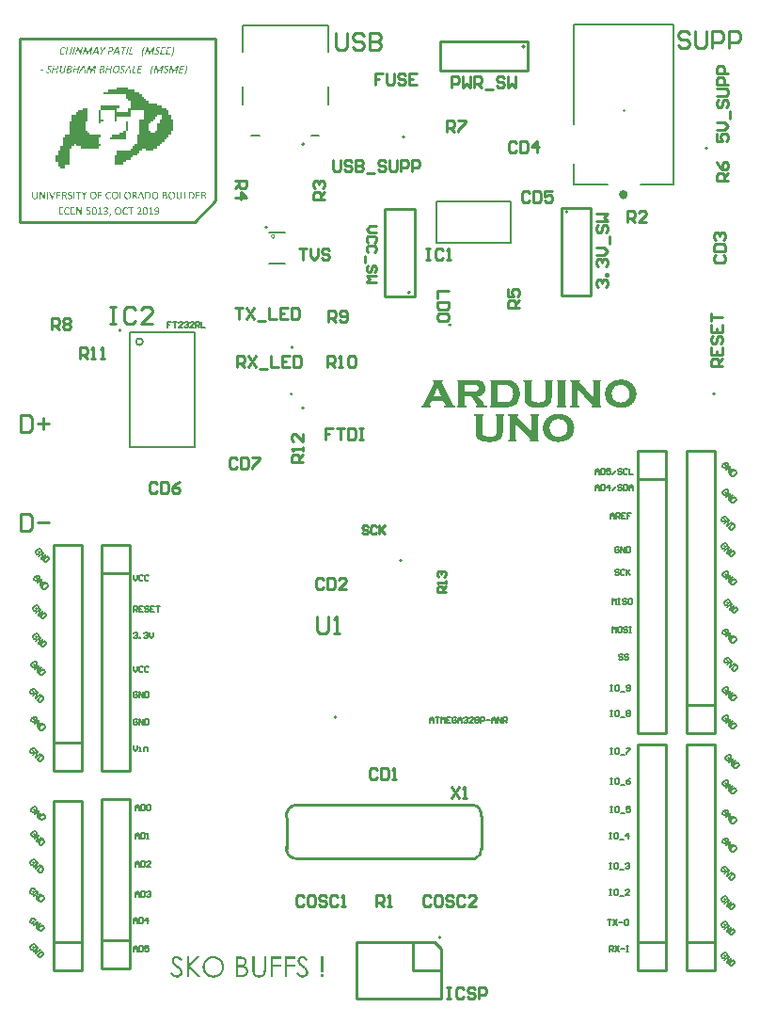
<source format=gto>
G04*
G04 #@! TF.GenerationSoftware,Altium Limited,Altium Designer,19.1.7 (138)*
G04*
G04 Layer_Color=65535*
%FSLAX25Y25*%
%MOIN*%
G70*
G01*
G75*
%ADD10C,0.00500*%
%ADD11C,0.00600*%
%ADD12C,0.01000*%
%ADD13C,0.00000*%
%ADD14C,0.01575*%
%ADD15C,0.00787*%
%ADD16C,0.01000*%
%ADD17C,0.00800*%
G36*
X78000Y326200D02*
X80400D01*
Y325400D01*
X82000D01*
Y324600D01*
X82800D01*
Y323800D01*
X83600D01*
Y323000D01*
X84400D01*
Y322200D01*
X85200D01*
Y321400D01*
X88400D01*
Y320600D01*
X90000D01*
Y319800D01*
X91600D01*
Y319000D01*
X92400D01*
Y318200D01*
Y317400D01*
X93200D01*
Y316600D01*
Y315800D01*
X94000D01*
Y315000D01*
Y314200D01*
Y313400D01*
Y312600D01*
Y311800D01*
X93200D01*
Y311000D01*
Y310200D01*
X92400D01*
Y309400D01*
X91600D01*
Y308600D01*
X90800D01*
Y307800D01*
X90000D01*
Y307000D01*
X89200D01*
Y306200D01*
X88400D01*
Y305400D01*
X86800D01*
Y304600D01*
X84400D01*
Y305400D01*
X82800D01*
Y304600D01*
X82000D01*
Y303800D01*
X81200D01*
Y303000D01*
X79600D01*
Y302200D01*
X78800D01*
Y301400D01*
X77200D01*
Y300600D01*
X76400D01*
Y299800D01*
X73200D01*
Y300600D01*
Y301400D01*
Y302200D01*
Y303000D01*
X74000D01*
Y303800D01*
Y304600D01*
X78800D01*
Y305400D01*
X79600D01*
Y306200D01*
X80400D01*
Y307000D01*
X81200D01*
Y307800D01*
Y308600D01*
Y309400D01*
Y310200D01*
X82000D01*
Y311000D01*
Y311800D01*
Y312600D01*
Y313400D01*
Y314200D01*
Y315000D01*
Y315800D01*
X83600D01*
Y316600D01*
Y317400D01*
Y318200D01*
Y319000D01*
X78800D01*
Y318200D01*
Y317400D01*
Y316600D01*
X74000D01*
Y315800D01*
Y315000D01*
X73200D01*
Y315800D01*
Y316600D01*
Y317400D01*
Y318200D01*
Y319000D01*
X68400D01*
Y319800D01*
Y320600D01*
X74800D01*
Y319800D01*
X74000D01*
Y319000D01*
Y318200D01*
X78000D01*
Y319000D01*
Y319800D01*
X78800D01*
Y320600D01*
Y321400D01*
Y322200D01*
X78000D01*
Y323000D01*
X77200D01*
Y323800D01*
Y324600D01*
X69200D01*
Y325400D01*
X70800D01*
Y326200D01*
X74000D01*
Y327000D01*
X78000D01*
Y326200D01*
D02*
G37*
G36*
X68400Y318200D02*
Y317400D01*
Y316600D01*
Y315800D01*
X69200D01*
Y315000D01*
X68400D01*
Y314200D01*
X67600D01*
Y315000D01*
Y315800D01*
Y316600D01*
Y317400D01*
Y318200D01*
Y319000D01*
X68400D01*
Y318200D01*
D02*
G37*
G36*
X78000Y314200D02*
Y313400D01*
Y312600D01*
Y311800D01*
X77200D01*
Y312600D01*
Y313400D01*
Y314200D01*
Y315000D01*
X78000D01*
Y314200D01*
D02*
G37*
G36*
X77200Y311000D02*
Y310200D01*
Y309400D01*
Y308600D01*
X71600D01*
Y309400D01*
X72400D01*
Y310200D01*
X74800D01*
Y311000D01*
X76400D01*
Y311800D01*
X77200D01*
Y311000D01*
D02*
G37*
G36*
X63600Y319000D02*
Y318200D01*
Y317400D01*
Y316600D01*
Y315800D01*
Y315000D01*
X62800D01*
Y314200D01*
Y313400D01*
Y312600D01*
Y311800D01*
X63600D01*
Y311000D01*
X64400D01*
Y310200D01*
X68400D01*
Y309400D01*
X67600D01*
Y308600D01*
Y307800D01*
Y307000D01*
X68400D01*
Y306200D01*
X67600D01*
Y305400D01*
X61200D01*
Y306200D01*
X59600D01*
Y307000D01*
X58800D01*
Y306200D01*
X58000D01*
Y305400D01*
X57200D01*
Y304600D01*
Y303800D01*
Y303000D01*
Y302200D01*
Y301400D01*
Y300600D01*
Y299800D01*
X55600D01*
Y299000D01*
Y298200D01*
X54000D01*
Y299000D01*
X53200D01*
Y299800D01*
Y300600D01*
X52400D01*
Y301400D01*
Y302200D01*
Y303000D01*
X53200D01*
Y303800D01*
Y304600D01*
X54000D01*
Y305400D01*
Y306200D01*
X54800D01*
Y307000D01*
Y307800D01*
Y308600D01*
Y309400D01*
X55600D01*
Y310200D01*
X57200D01*
Y311000D01*
Y311800D01*
Y312600D01*
Y313400D01*
Y314200D01*
Y315000D01*
X58000D01*
Y315800D01*
Y316600D01*
Y317400D01*
X59600D01*
Y318200D01*
X60400D01*
Y319000D01*
X62000D01*
Y319800D01*
X63600D01*
Y319000D01*
D02*
G37*
G36*
X88770Y341299D02*
X88834Y341289D01*
X88839D01*
X88848Y341285D01*
X88867D01*
X88885Y341280D01*
X88936Y341266D01*
X88991Y341252D01*
X88996D01*
X89005Y341248D01*
X89033Y341239D01*
X89074Y341220D01*
X89111Y341202D01*
X89116D01*
X89121Y341197D01*
X89139Y341188D01*
X89162Y341169D01*
X89181Y341156D01*
X89185Y341151D01*
X89190Y341146D01*
X89208Y341119D01*
Y341114D01*
X89213Y341105D01*
X89218Y341091D01*
Y341072D01*
Y341068D01*
Y341063D01*
X89213Y341035D01*
Y341031D01*
Y341021D01*
X89204Y340994D01*
Y340989D01*
X89199Y340980D01*
X89195Y340961D01*
X89190Y340943D01*
Y340938D01*
X89185Y340929D01*
X89176Y340901D01*
Y340897D01*
X89171Y340892D01*
X89153Y340869D01*
X89144Y340864D01*
X89125Y340860D01*
X89121D01*
X89107Y340864D01*
X89088Y340869D01*
X89061Y340883D01*
X89056Y340887D01*
X89033Y340901D01*
X89005Y340920D01*
X88964Y340938D01*
X88959D01*
X88954Y340943D01*
X88941Y340948D01*
X88922Y340957D01*
X88876Y340975D01*
X88820Y340994D01*
X88816D01*
X88806Y340998D01*
X88788Y341003D01*
X88765Y341008D01*
X88737Y341012D01*
X88705Y341017D01*
X88626Y341021D01*
X88585D01*
X88557Y341017D01*
X88488Y341008D01*
X88414Y340985D01*
X88409D01*
X88400Y340980D01*
X88381Y340971D01*
X88358Y340957D01*
X88312Y340925D01*
X88261Y340883D01*
X88257Y340878D01*
X88252Y340874D01*
X88243Y340860D01*
X88229Y340841D01*
X88197Y340795D01*
X88169Y340740D01*
Y340735D01*
X88164Y340726D01*
X88160Y340712D01*
X88155Y340689D01*
X88146Y340638D01*
X88141Y340573D01*
Y340569D01*
Y340560D01*
Y340541D01*
X88146Y340523D01*
X88155Y340472D01*
X88178Y340421D01*
Y340416D01*
X88183Y340412D01*
X88206Y340384D01*
X88234Y340342D01*
X88275Y340301D01*
X88280Y340296D01*
X88284Y340292D01*
X88298Y340282D01*
X88317Y340268D01*
X88363Y340236D01*
X88418Y340199D01*
X88423D01*
X88432Y340190D01*
X88451Y340181D01*
X88469Y340171D01*
X88525Y340139D01*
X88585Y340102D01*
X88589D01*
X88599Y340093D01*
X88617Y340084D01*
X88636Y340070D01*
X88691Y340033D01*
X88751Y339991D01*
X88756Y339987D01*
X88765Y339982D01*
X88779Y339968D01*
X88802Y339954D01*
X88848Y339913D01*
X88894Y339862D01*
X88899Y339857D01*
X88903Y339848D01*
X88917Y339834D01*
X88931Y339811D01*
X88964Y339760D01*
X88996Y339691D01*
Y339686D01*
X89000Y339672D01*
X89010Y339654D01*
X89019Y339626D01*
X89024Y339594D01*
X89033Y339557D01*
X89038Y339464D01*
Y339455D01*
Y339437D01*
X89033Y339405D01*
X89028Y339363D01*
X89019Y339312D01*
X89005Y339261D01*
X88987Y339201D01*
X88964Y339146D01*
X88959Y339141D01*
X88950Y339123D01*
X88936Y339095D01*
X88913Y339058D01*
X88885Y339016D01*
X88853Y338975D01*
X88811Y338929D01*
X88765Y338887D01*
X88760Y338882D01*
X88742Y338869D01*
X88714Y338850D01*
X88682Y338827D01*
X88636Y338799D01*
X88580Y338772D01*
X88520Y338744D01*
X88455Y338716D01*
X88446Y338712D01*
X88423Y338707D01*
X88386Y338698D01*
X88340Y338684D01*
X88280Y338670D01*
X88210Y338661D01*
X88137Y338656D01*
X88053Y338651D01*
X88007D01*
X87980Y338656D01*
X87943D01*
X87906Y338661D01*
X87822Y338674D01*
X87818D01*
X87804Y338679D01*
X87786Y338684D01*
X87762Y338688D01*
X87702Y338702D01*
X87638Y338721D01*
X87633D01*
X87624Y338725D01*
X87610Y338735D01*
X87587Y338739D01*
X87541Y338762D01*
X87494Y338785D01*
X87485Y338790D01*
X87462Y338804D01*
X87434Y338822D01*
X87411Y338845D01*
X87407Y338850D01*
X87402Y338864D01*
X87393Y338887D01*
X87388Y338919D01*
Y338924D01*
Y338929D01*
Y338956D01*
Y338961D01*
X87393Y338970D01*
X87397Y339002D01*
Y339007D01*
X87402Y339021D01*
X87407Y339053D01*
Y339058D01*
X87411Y339072D01*
X87425Y339100D01*
X87430Y339104D01*
X87434Y339113D01*
X87453Y339137D01*
X87458Y339141D01*
X87462Y339146D01*
X87471Y339150D01*
X87490D01*
X87504Y339146D01*
X87527Y339137D01*
X87559Y339118D01*
X87564D01*
X87568Y339113D01*
X87591Y339095D01*
X87633Y339072D01*
X87679Y339044D01*
X87684D01*
X87693Y339039D01*
X87707Y339030D01*
X87730Y339021D01*
X87781Y338998D01*
X87850Y338975D01*
X87855D01*
X87869Y338970D01*
X87887Y338966D01*
X87915Y338961D01*
X87947Y338956D01*
X87989Y338952D01*
X88035Y338947D01*
X88132D01*
X88164Y338952D01*
X88201Y338956D01*
X88243Y338961D01*
X88326Y338984D01*
X88331D01*
X88345Y338993D01*
X88363Y338998D01*
X88391Y339012D01*
X88451Y339044D01*
X88511Y339086D01*
X88515Y339090D01*
X88525Y339100D01*
X88538Y339113D01*
X88552Y339132D01*
X88589Y339183D01*
X88626Y339243D01*
Y339247D01*
X88631Y339261D01*
X88640Y339280D01*
X88649Y339303D01*
X88654Y339331D01*
X88663Y339363D01*
X88668Y339437D01*
Y339441D01*
Y339451D01*
Y339469D01*
X88663Y339488D01*
X88649Y339539D01*
X88626Y339589D01*
Y339594D01*
X88622Y339603D01*
X88599Y339631D01*
X88571Y339672D01*
X88529Y339714D01*
X88525Y339719D01*
X88520Y339723D01*
X88506Y339733D01*
X88488Y339746D01*
X88441Y339779D01*
X88386Y339816D01*
X88381D01*
X88372Y339825D01*
X88358Y339834D01*
X88335Y339843D01*
X88284Y339876D01*
X88224Y339908D01*
X88220Y339913D01*
X88210Y339917D01*
X88192Y339927D01*
X88174Y339940D01*
X88123Y339973D01*
X88063Y340014D01*
X88058Y340019D01*
X88049Y340024D01*
X88035Y340037D01*
X88016Y340056D01*
X87970Y340097D01*
X87919Y340148D01*
X87915Y340153D01*
X87910Y340162D01*
X87896Y340176D01*
X87887Y340199D01*
X87855Y340250D01*
X87822Y340319D01*
Y340324D01*
X87818Y340338D01*
X87813Y340356D01*
X87804Y340384D01*
X87799Y340416D01*
X87790Y340458D01*
X87786Y340546D01*
Y340555D01*
Y340573D01*
X87790Y340601D01*
X87795Y340643D01*
X87799Y340689D01*
X87813Y340735D01*
X87827Y340791D01*
X87845Y340841D01*
X87850Y340846D01*
X87855Y340864D01*
X87869Y340892D01*
X87892Y340925D01*
X87915Y340961D01*
X87943Y341003D01*
X87980Y341040D01*
X88016Y341082D01*
X88021Y341086D01*
X88035Y341100D01*
X88063Y341119D01*
X88095Y341142D01*
X88137Y341169D01*
X88183Y341197D01*
X88234Y341225D01*
X88294Y341248D01*
X88303Y341252D01*
X88321Y341257D01*
X88354Y341266D01*
X88400Y341280D01*
X88451Y341289D01*
X88515Y341299D01*
X88580Y341303D01*
X88654Y341308D01*
X88714D01*
X88770Y341299D01*
D02*
G37*
G36*
X55247D02*
X55288Y341294D01*
X55335Y341289D01*
X55427Y341266D01*
X55432D01*
X55450Y341262D01*
X55473Y341252D01*
X55501Y341243D01*
X55575Y341215D01*
X55644Y341183D01*
X55649D01*
X55658Y341174D01*
X55677Y341165D01*
X55695Y341156D01*
X55741Y341128D01*
X55760Y341109D01*
X55778Y341095D01*
X55783Y341091D01*
X55801Y341072D01*
X55815Y341045D01*
X55820Y341008D01*
Y340998D01*
Y340980D01*
X55810Y340948D01*
X55801Y340901D01*
Y340897D01*
X55797Y340892D01*
X55792Y340869D01*
X55778Y340837D01*
X55764Y340804D01*
X55760Y340800D01*
X55750Y340791D01*
X55737Y340777D01*
X55718Y340772D01*
X55713D01*
X55700Y340777D01*
X55677Y340786D01*
X55649Y340804D01*
X55644Y340809D01*
X55621Y340827D01*
X55589Y340855D01*
X55547Y340883D01*
X55542D01*
X55538Y340892D01*
X55524Y340901D01*
X55506Y340911D01*
X55482Y340925D01*
X55455Y340938D01*
X55385Y340966D01*
X55381D01*
X55367Y340971D01*
X55344Y340980D01*
X55316Y340985D01*
X55279Y340994D01*
X55238Y340998D01*
X55187Y341003D01*
X55104D01*
X55071Y340998D01*
X55030Y340994D01*
X54984Y340989D01*
X54933Y340975D01*
X54877Y340961D01*
X54826Y340938D01*
X54822Y340934D01*
X54803Y340925D01*
X54776Y340911D01*
X54743Y340892D01*
X54706Y340869D01*
X54665Y340841D01*
X54577Y340767D01*
X54572Y340763D01*
X54558Y340749D01*
X54535Y340726D01*
X54512Y340698D01*
X54480Y340661D01*
X54448Y340619D01*
X54415Y340573D01*
X54383Y340523D01*
X54378Y340518D01*
X54369Y340499D01*
X54355Y340472D01*
X54337Y340435D01*
X54314Y340388D01*
X54290Y340342D01*
X54244Y340231D01*
Y340227D01*
X54235Y340204D01*
X54226Y340176D01*
X54217Y340134D01*
X54203Y340088D01*
X54189Y340037D01*
X54166Y339922D01*
Y339917D01*
X54161Y339894D01*
X54157Y339866D01*
X54152Y339825D01*
X54147Y339779D01*
X54143Y339733D01*
X54138Y339626D01*
Y339622D01*
Y339598D01*
Y339571D01*
X54143Y339534D01*
X54147Y339488D01*
X54152Y339441D01*
X54175Y339344D01*
Y339340D01*
X54184Y339326D01*
X54194Y339298D01*
X54207Y339270D01*
X54240Y339201D01*
X54290Y339132D01*
X54295Y339127D01*
X54304Y339118D01*
X54318Y339104D01*
X54341Y339086D01*
X54369Y339063D01*
X54401Y339044D01*
X54475Y339002D01*
X54480D01*
X54494Y338998D01*
X54517Y338989D01*
X54549Y338984D01*
X54586Y338975D01*
X54628Y338966D01*
X54725Y338961D01*
X54780D01*
X54817Y338966D01*
X54859Y338970D01*
X54905Y338975D01*
X54993Y338993D01*
X54997D01*
X55011Y338998D01*
X55034Y339007D01*
X55062Y339016D01*
X55122Y339044D01*
X55187Y339072D01*
X55191D01*
X55201Y339081D01*
X55215Y339086D01*
X55233Y339100D01*
X55279Y339123D01*
X55321Y339150D01*
X55325D01*
X55330Y339155D01*
X55353Y339169D01*
X55381Y339183D01*
X55409Y339187D01*
X55422D01*
X55432Y339178D01*
X55441Y339169D01*
X55445Y339164D01*
X55450Y339160D01*
X55455Y339146D01*
Y339123D01*
Y339113D01*
X55450Y339090D01*
Y339086D01*
X55445Y339076D01*
X55441Y339049D01*
Y339044D01*
X55436Y339035D01*
Y339021D01*
X55432Y339002D01*
Y338998D01*
X55427Y338984D01*
X55418Y338952D01*
Y338947D01*
X55413Y338938D01*
X55404Y338910D01*
Y338906D01*
X55395Y338896D01*
X55385Y338887D01*
X55372Y338869D01*
X55367Y338864D01*
X55353Y338855D01*
X55325Y338836D01*
X55307Y338827D01*
X55284Y338813D01*
X55279D01*
X55274Y338808D01*
X55256Y338799D01*
X55238Y338790D01*
X55187Y338767D01*
X55122Y338739D01*
X55117D01*
X55104Y338735D01*
X55085Y338725D01*
X55057Y338716D01*
X55025Y338707D01*
X54988Y338698D01*
X54900Y338679D01*
X54896D01*
X54882Y338674D01*
X54854Y338670D01*
X54822D01*
X54785Y338665D01*
X54743Y338661D01*
X54646Y338656D01*
X54614D01*
X54572Y338661D01*
X54526Y338665D01*
X54466Y338670D01*
X54406Y338684D01*
X54341Y338698D01*
X54277Y338716D01*
X54267Y338721D01*
X54249Y338725D01*
X54221Y338739D01*
X54180Y338762D01*
X54138Y338785D01*
X54092Y338818D01*
X54046Y338850D01*
X53999Y338892D01*
X53995Y338896D01*
X53981Y338915D01*
X53962Y338938D01*
X53935Y338975D01*
X53907Y339016D01*
X53879Y339067D01*
X53852Y339123D01*
X53824Y339187D01*
X53819Y339197D01*
X53815Y339220D01*
X53805Y339257D01*
X53796Y339307D01*
X53782Y339368D01*
X53773Y339437D01*
X53768Y339511D01*
X53764Y339594D01*
Y339603D01*
Y339626D01*
Y339668D01*
X53768Y339714D01*
X53773Y339774D01*
X53778Y339843D01*
X53787Y339913D01*
X53801Y339987D01*
Y339991D01*
Y339996D01*
X53810Y340019D01*
X53819Y340060D01*
X53833Y340111D01*
X53847Y340167D01*
X53865Y340236D01*
X53916Y340375D01*
X53921Y340384D01*
X53930Y340407D01*
X53949Y340444D01*
X53972Y340490D01*
X53999Y340546D01*
X54032Y340606D01*
X54110Y340730D01*
X54115Y340740D01*
X54133Y340758D01*
X54157Y340791D01*
X54189Y340832D01*
X54230Y340878D01*
X54277Y340929D01*
X54327Y340980D01*
X54383Y341026D01*
X54392Y341031D01*
X54411Y341049D01*
X54443Y341072D01*
X54484Y341100D01*
X54540Y341132D01*
X54595Y341165D01*
X54665Y341202D01*
X54734Y341229D01*
X54743Y341234D01*
X54766Y341243D01*
X54808Y341252D01*
X54859Y341266D01*
X54923Y341280D01*
X54997Y341294D01*
X55076Y341299D01*
X55159Y341303D01*
X55210D01*
X55247Y341299D01*
D02*
G37*
G36*
X58083Y341280D02*
X58111Y341276D01*
X58116D01*
X58130Y341271D01*
X58148Y341266D01*
X58162Y341262D01*
X58167D01*
X58171Y341257D01*
X58180Y341252D01*
X58185Y341243D01*
Y341239D01*
Y341220D01*
X57691Y338735D01*
X57686Y338725D01*
X57677Y338707D01*
X57668Y338702D01*
X57658Y338698D01*
X57645Y338693D01*
X57640D01*
X57631Y338688D01*
X57612D01*
X57589Y338684D01*
X57585D01*
X57566Y338679D01*
X57538Y338674D01*
X57478D01*
X57455Y338679D01*
X57428Y338684D01*
X57423D01*
X57409Y338688D01*
X57390D01*
X57377Y338693D01*
X57372D01*
X57367Y338698D01*
X57349Y338707D01*
Y338712D01*
Y338716D01*
Y338735D01*
X57580Y339885D01*
X56402D01*
X56175Y338735D01*
X56171Y338725D01*
X56162Y338707D01*
X56152Y338702D01*
X56143Y338698D01*
X56129Y338693D01*
X56125D01*
X56115Y338688D01*
X56097D01*
X56074Y338684D01*
X56069D01*
X56051Y338679D01*
X56023Y338674D01*
X55963D01*
X55935Y338679D01*
X55907Y338684D01*
X55903D01*
X55889Y338688D01*
X55870D01*
X55857Y338693D01*
X55852D01*
X55847Y338698D01*
X55838Y338702D01*
X55834Y338707D01*
Y338712D01*
Y338716D01*
Y338735D01*
X56328Y341220D01*
Y341225D01*
Y341229D01*
X56337Y341243D01*
X56342Y341248D01*
X56346Y341252D01*
X56374Y341262D01*
X56379D01*
X56388Y341266D01*
X56406Y341271D01*
X56429Y341276D01*
X56434D01*
X56453Y341280D01*
X56480Y341285D01*
X56540D01*
X56564Y341280D01*
X56591Y341276D01*
X56596D01*
X56610Y341271D01*
X56628Y341266D01*
X56642Y341262D01*
X56647D01*
X56651Y341257D01*
X56660Y341252D01*
X56665Y341243D01*
X56670Y341239D01*
Y341220D01*
X56462Y340185D01*
X57640D01*
X57848Y341220D01*
Y341225D01*
Y341229D01*
X57857Y341243D01*
X57862Y341248D01*
X57866Y341252D01*
X57889Y341262D01*
X57894D01*
X57903Y341266D01*
X57922Y341271D01*
X57945Y341276D01*
X57950D01*
X57968Y341280D01*
X57996Y341285D01*
X58060D01*
X58083Y341280D01*
D02*
G37*
G36*
X69897D02*
X69929Y341276D01*
X69934D01*
X69952Y341271D01*
X69966Y341262D01*
X69980Y341252D01*
Y341248D01*
X69985Y341243D01*
X69980Y341229D01*
X69975Y341211D01*
Y341206D01*
X69966Y341192D01*
X69957Y341174D01*
X69943Y341151D01*
X68917Y339691D01*
X68728Y338735D01*
X68723Y338725D01*
X68714Y338707D01*
X68705Y338702D01*
X68696Y338698D01*
X68682Y338693D01*
X68677D01*
X68668Y338688D01*
X68645D01*
X68622Y338684D01*
X68617D01*
X68599Y338679D01*
X68576Y338674D01*
X68515D01*
X68488Y338679D01*
X68460Y338684D01*
X68455D01*
X68441Y338688D01*
X68423D01*
X68409Y338693D01*
X68400Y338698D01*
X68386Y338707D01*
Y338712D01*
Y338716D01*
Y338735D01*
X68576Y339691D01*
X68137Y341151D01*
Y341160D01*
X68127Y341174D01*
X68123Y341197D01*
X68118Y341215D01*
Y341220D01*
Y341229D01*
X68123Y341243D01*
X68132Y341257D01*
X68137Y341262D01*
X68146Y341266D01*
X68164Y341271D01*
X68187Y341276D01*
X68197D01*
X68215Y341280D01*
X68247Y341285D01*
X68354D01*
X68382Y341280D01*
X68386D01*
X68400Y341276D01*
X68418Y341271D01*
X68432Y341266D01*
X68437D01*
X68446Y341262D01*
X68455Y341252D01*
X68465Y341239D01*
Y341234D01*
X68469Y341229D01*
X68483Y341202D01*
X68686Y340490D01*
Y340486D01*
X68691Y340467D01*
X68700Y340444D01*
X68709Y340412D01*
X68719Y340375D01*
X68728Y340338D01*
X68751Y340250D01*
Y340245D01*
X68756Y340231D01*
X68760Y340208D01*
X68770Y340181D01*
X68779Y340144D01*
X68788Y340102D01*
X68806Y340014D01*
X68811Y340019D01*
X68820Y340033D01*
X68834Y340060D01*
X68853Y340088D01*
X68876Y340125D01*
X68899Y340167D01*
X68954Y340250D01*
X68959Y340255D01*
X68968Y340273D01*
X68982Y340296D01*
X69001Y340324D01*
X69024Y340361D01*
X69051Y340402D01*
X69111Y340490D01*
X69601Y341211D01*
Y341215D01*
X69606Y341220D01*
X69624Y341243D01*
X69629Y341248D01*
X69638Y341252D01*
X69666Y341266D01*
X69670D01*
X69684Y341271D01*
X69703Y341276D01*
X69726Y341280D01*
X69731D01*
X69754Y341285D01*
X69864D01*
X69897Y341280D01*
D02*
G37*
G36*
X52470Y339820D02*
X52479Y339811D01*
X52484Y339806D01*
X52489Y339797D01*
X52493Y339783D01*
Y339760D01*
Y339751D01*
Y339742D01*
X52489Y339728D01*
Y339723D01*
Y339714D01*
X52479Y339686D01*
Y339682D01*
X52475Y339672D01*
X52466Y339640D01*
Y339635D01*
X52461Y339626D01*
X52447Y339598D01*
Y339594D01*
X52443Y339589D01*
X52419Y339566D01*
X52410Y339562D01*
X52387Y339557D01*
X51532D01*
X51523Y339562D01*
X51509Y339571D01*
Y339575D01*
X51505Y339585D01*
X51500Y339603D01*
Y339626D01*
Y339635D01*
Y339654D01*
Y339659D01*
Y339668D01*
X51505Y339696D01*
Y339700D01*
X51509Y339709D01*
X51518Y339742D01*
Y339746D01*
X51523Y339760D01*
X51537Y339788D01*
X51542Y339793D01*
X51546Y339797D01*
X51565Y339816D01*
X51569Y339820D01*
X51578Y339825D01*
X51588Y339829D01*
X52456D01*
X52470Y339820D01*
D02*
G37*
G36*
X87268Y341262D02*
X87273D01*
X87282Y341252D01*
X87296Y341243D01*
X87305Y341229D01*
X87310Y341225D01*
X87314Y341215D01*
X87323Y341202D01*
X87328Y341183D01*
Y341179D01*
X87333Y341165D01*
Y341142D01*
X87328Y341114D01*
X86852Y338735D01*
X86848Y338725D01*
X86838Y338707D01*
X86829Y338702D01*
X86820Y338698D01*
X86806Y338693D01*
X86801D01*
X86792Y338688D01*
X86778D01*
X86755Y338684D01*
X86751D01*
X86732Y338679D01*
X86709Y338674D01*
X86649D01*
X86621Y338679D01*
X86594Y338684D01*
X86589D01*
X86575Y338688D01*
X86557D01*
X86543Y338693D01*
X86538D01*
X86533Y338698D01*
X86524Y338702D01*
X86520Y338707D01*
Y338712D01*
Y338716D01*
Y338735D01*
X86968Y340985D01*
X85591Y338725D01*
X85586Y338721D01*
X85577Y338712D01*
X85559Y338698D01*
X85531Y338688D01*
X85522D01*
X85499Y338684D01*
X85462Y338679D01*
X85411Y338674D01*
X85365D01*
X85323Y338679D01*
X85291Y338688D01*
X85286Y338693D01*
X85277Y338698D01*
X85263Y338712D01*
X85258Y338725D01*
X84829Y340989D01*
X84824D01*
X84376Y338735D01*
X84371Y338725D01*
X84362Y338707D01*
X84353Y338702D01*
X84344Y338698D01*
X84330Y338693D01*
X84325D01*
X84316Y338688D01*
X84302D01*
X84279Y338684D01*
X84274D01*
X84256Y338679D01*
X84233Y338674D01*
X84173D01*
X84145Y338679D01*
X84117Y338684D01*
X84113D01*
X84099Y338688D01*
X84080D01*
X84066Y338693D01*
X84057Y338698D01*
X84048Y338707D01*
Y338712D01*
Y338716D01*
Y338735D01*
X84519Y341114D01*
Y341119D01*
X84524Y341137D01*
X84533Y341156D01*
X84542Y341179D01*
X84547Y341183D01*
X84556Y341197D01*
X84570Y341215D01*
X84584Y341229D01*
X84588Y341234D01*
X84602Y341243D01*
X84621Y341252D01*
X84639Y341262D01*
X84644D01*
X84658Y341266D01*
X84676Y341271D01*
X84930D01*
X84963Y341266D01*
X84995Y341257D01*
X85004Y341252D01*
X85023Y341248D01*
X85046Y341234D01*
X85069Y341215D01*
X85074Y341211D01*
X85083Y341197D01*
X85097Y341179D01*
X85110Y341151D01*
X85115Y341142D01*
X85120Y341123D01*
X85129Y341091D01*
X85138Y341054D01*
X85512Y339187D01*
X85522D01*
X86677Y341054D01*
Y341058D01*
X86681Y341063D01*
X86695Y341086D01*
X86714Y341119D01*
X86732Y341146D01*
X86737Y341156D01*
X86755Y341169D01*
X86774Y341192D01*
X86801Y341211D01*
X86811Y341215D01*
X86829Y341225D01*
X86852Y341239D01*
X86885Y341252D01*
X86894Y341257D01*
X86917Y341262D01*
X86949Y341266D01*
X86986Y341271D01*
X87231D01*
X87268Y341262D01*
D02*
G37*
G36*
X65263D02*
X65268D01*
X65277Y341252D01*
X65291Y341243D01*
X65300Y341229D01*
X65305Y341225D01*
X65309Y341215D01*
X65318Y341202D01*
X65323Y341183D01*
Y341179D01*
X65328Y341165D01*
Y341142D01*
X65323Y341114D01*
X64847Y338735D01*
X64843Y338725D01*
X64833Y338707D01*
X64824Y338702D01*
X64815Y338698D01*
X64801Y338693D01*
X64796D01*
X64787Y338688D01*
X64773D01*
X64750Y338684D01*
X64745D01*
X64727Y338679D01*
X64704Y338674D01*
X64644D01*
X64616Y338679D01*
X64588Y338684D01*
X64584D01*
X64570Y338688D01*
X64552D01*
X64538Y338693D01*
X64533D01*
X64528Y338698D01*
X64519Y338702D01*
X64514Y338707D01*
Y338712D01*
Y338716D01*
Y338735D01*
X64963Y340985D01*
X63586Y338725D01*
X63581Y338721D01*
X63572Y338712D01*
X63554Y338698D01*
X63526Y338688D01*
X63517D01*
X63494Y338684D01*
X63457Y338679D01*
X63406Y338674D01*
X63359D01*
X63318Y338679D01*
X63286Y338688D01*
X63281Y338693D01*
X63272Y338698D01*
X63258Y338712D01*
X63253Y338725D01*
X62824Y340989D01*
X62819D01*
X62371Y338735D01*
X62366Y338725D01*
X62357Y338707D01*
X62348Y338702D01*
X62339Y338698D01*
X62325Y338693D01*
X62320D01*
X62311Y338688D01*
X62297D01*
X62274Y338684D01*
X62269D01*
X62251Y338679D01*
X62228Y338674D01*
X62168D01*
X62140Y338679D01*
X62112Y338684D01*
X62107D01*
X62094Y338688D01*
X62075D01*
X62061Y338693D01*
X62052Y338698D01*
X62043Y338707D01*
Y338712D01*
Y338716D01*
Y338735D01*
X62514Y341114D01*
Y341119D01*
X62519Y341137D01*
X62528Y341156D01*
X62537Y341179D01*
X62542Y341183D01*
X62551Y341197D01*
X62565Y341215D01*
X62579Y341229D01*
X62583Y341234D01*
X62597Y341243D01*
X62616Y341252D01*
X62634Y341262D01*
X62639D01*
X62653Y341266D01*
X62671Y341271D01*
X62925D01*
X62958Y341266D01*
X62990Y341257D01*
X62999Y341252D01*
X63018Y341248D01*
X63041Y341234D01*
X63064Y341215D01*
X63068Y341211D01*
X63078Y341197D01*
X63092Y341179D01*
X63105Y341151D01*
X63110Y341142D01*
X63115Y341123D01*
X63124Y341091D01*
X63133Y341054D01*
X63507Y339187D01*
X63517D01*
X64672Y341054D01*
Y341058D01*
X64676Y341063D01*
X64690Y341086D01*
X64709Y341119D01*
X64727Y341146D01*
X64732Y341156D01*
X64750Y341169D01*
X64769Y341192D01*
X64796Y341211D01*
X64806Y341215D01*
X64824Y341225D01*
X64847Y341239D01*
X64880Y341252D01*
X64889Y341257D01*
X64912Y341262D01*
X64944Y341266D01*
X64981Y341271D01*
X65226D01*
X65263Y341262D01*
D02*
G37*
G36*
X61775Y341271D02*
X61779D01*
X61793Y341266D01*
X61807Y341262D01*
X61821Y341257D01*
X61826D01*
X61830Y341252D01*
X61840Y341248D01*
X61844Y341239D01*
X61849Y341234D01*
X61853Y341211D01*
X61373Y338827D01*
Y338822D01*
X61368Y338804D01*
X61364Y338781D01*
X61350Y338758D01*
X61345Y338753D01*
X61336Y338744D01*
X61308Y338712D01*
X61304D01*
X61294Y338702D01*
X61276Y338698D01*
X61257Y338688D01*
X61244D01*
X61225Y338684D01*
X61049D01*
X61017Y338688D01*
X60989Y338693D01*
X60985Y338698D01*
X60966Y338702D01*
X60948Y338716D01*
X60925Y338735D01*
X60920Y338739D01*
X60906Y338753D01*
X60892Y338776D01*
X60874Y338808D01*
X60869Y338818D01*
X60860Y338841D01*
X60851Y338878D01*
X60832Y338924D01*
X60347Y340301D01*
Y340305D01*
X60338Y340329D01*
X60329Y340356D01*
X60315Y340393D01*
X60301Y340439D01*
X60283Y340490D01*
X60246Y340596D01*
Y340601D01*
X60236Y340624D01*
X60227Y340652D01*
X60218Y340689D01*
X60204Y340735D01*
X60186Y340786D01*
X60153Y340892D01*
X60149D01*
Y340883D01*
X60144Y340864D01*
X60139Y340832D01*
X60135Y340791D01*
X60125Y340740D01*
X60116Y340684D01*
X60093Y340564D01*
Y340555D01*
X60089Y340536D01*
X60084Y340504D01*
X60075Y340462D01*
X60066Y340416D01*
X60056Y340361D01*
X60033Y340241D01*
X59733Y338735D01*
X59728Y338725D01*
X59714Y338707D01*
X59705Y338702D01*
X59696Y338698D01*
X59682Y338693D01*
X59677D01*
X59668Y338688D01*
X59654D01*
X59631Y338684D01*
X59627D01*
X59608Y338679D01*
X59585Y338674D01*
X59525D01*
X59502Y338679D01*
X59474Y338684D01*
X59469D01*
X59460Y338688D01*
X59428Y338693D01*
X59419Y338698D01*
X59409Y338707D01*
Y338712D01*
Y338716D01*
Y338735D01*
X59885Y341123D01*
Y341128D01*
X59890Y341137D01*
X59899Y341165D01*
X59918Y341202D01*
X59950Y341234D01*
X59955D01*
X59959Y341239D01*
X59982Y341252D01*
X60015Y341266D01*
X60052Y341271D01*
X60236D01*
X60264Y341266D01*
X60292Y341257D01*
X60296D01*
X60315Y341248D01*
X60333Y341239D01*
X60352Y341220D01*
X60356Y341215D01*
X60370Y341202D01*
X60384Y341183D01*
X60398Y341156D01*
X60403Y341146D01*
X60412Y341128D01*
X60426Y341095D01*
X60444Y341049D01*
X60934Y339654D01*
Y339649D01*
X60943Y339631D01*
X60953Y339608D01*
X60962Y339575D01*
X60976Y339534D01*
X60994Y339492D01*
X61026Y339395D01*
Y339391D01*
X61036Y339372D01*
X61045Y339349D01*
X61054Y339312D01*
X61068Y339275D01*
X61082Y339229D01*
X61114Y339132D01*
X61119D01*
Y339141D01*
X61124Y339160D01*
X61128Y339192D01*
X61137Y339238D01*
X61147Y339289D01*
X61156Y339344D01*
X61179Y339474D01*
Y339483D01*
X61184Y339506D01*
X61193Y339539D01*
X61197Y339580D01*
X61211Y339635D01*
X61221Y339691D01*
X61244Y339811D01*
X61525Y341211D01*
Y341215D01*
X61530Y341220D01*
X61539Y341239D01*
X61549Y341243D01*
X61567Y341257D01*
X61572D01*
X61581Y341262D01*
X61599Y341266D01*
X61618Y341271D01*
X61622D01*
X61641Y341276D01*
X61752D01*
X61775Y341271D01*
D02*
G37*
G36*
X93269Y341262D02*
X93279Y341252D01*
X93283Y341243D01*
X93292Y341225D01*
Y341202D01*
Y341192D01*
Y341183D01*
X93288Y341169D01*
Y341165D01*
Y341156D01*
X93283Y341128D01*
Y341123D01*
X93279Y341114D01*
X93274Y341095D01*
X93269Y341077D01*
Y341072D01*
X93265Y341058D01*
X93251Y341026D01*
Y341021D01*
X93246Y341017D01*
X93223Y340994D01*
X93219D01*
X93214Y340989D01*
X93186Y340985D01*
X92179D01*
X92017Y340176D01*
X92895D01*
X92909Y340167D01*
X92918Y340158D01*
X92923Y340153D01*
X92927Y340148D01*
X92932Y340134D01*
Y340111D01*
Y340102D01*
Y340093D01*
X92927Y340079D01*
Y340074D01*
X92923Y340065D01*
X92918Y340033D01*
Y340028D01*
X92914Y340019D01*
X92909Y340001D01*
X92904Y339982D01*
Y339977D01*
X92900Y339968D01*
X92886Y339940D01*
Y339936D01*
X92881Y339931D01*
X92858Y339908D01*
X92849Y339903D01*
X92826Y339899D01*
X91962D01*
X91773Y338975D01*
X92812D01*
X92826Y338966D01*
X92835Y338956D01*
X92840Y338952D01*
X92844Y338947D01*
X92849Y338929D01*
Y338906D01*
Y338896D01*
Y338887D01*
X92844Y338873D01*
Y338869D01*
Y338859D01*
X92840Y338827D01*
Y338822D01*
X92835Y338813D01*
X92830Y338795D01*
X92826Y338776D01*
Y338772D01*
X92821Y338762D01*
X92807Y338730D01*
Y338725D01*
X92803Y338721D01*
X92780Y338698D01*
X92775D01*
X92770Y338693D01*
X92743Y338688D01*
X91486D01*
X91458Y338693D01*
X91454D01*
X91444Y338698D01*
X91421Y338716D01*
Y338721D01*
X91412Y338730D01*
X91408Y338744D01*
X91398Y338762D01*
Y338767D01*
Y338781D01*
Y338799D01*
X91408Y338827D01*
X91870Y341128D01*
Y341132D01*
X91874Y341142D01*
X91883Y341169D01*
X91902Y341206D01*
X91930Y341239D01*
X91939Y341243D01*
X91957Y341257D01*
X91990Y341266D01*
X92022Y341271D01*
X93256D01*
X93269Y341262D01*
D02*
G37*
G36*
X91274D02*
X91283Y341252D01*
X91287Y341243D01*
X91297Y341225D01*
Y341202D01*
Y341192D01*
Y341183D01*
X91292Y341169D01*
Y341165D01*
Y341156D01*
X91287Y341128D01*
Y341123D01*
X91283Y341114D01*
X91278Y341095D01*
X91274Y341077D01*
Y341072D01*
X91269Y341058D01*
X91255Y341026D01*
Y341021D01*
X91250Y341017D01*
X91227Y340994D01*
X91223D01*
X91218Y340989D01*
X91190Y340985D01*
X90183D01*
X90022Y340176D01*
X90899D01*
X90913Y340167D01*
X90922Y340158D01*
X90927Y340153D01*
X90932Y340148D01*
X90936Y340134D01*
Y340111D01*
Y340102D01*
Y340093D01*
X90932Y340079D01*
Y340074D01*
X90927Y340065D01*
X90922Y340033D01*
Y340028D01*
X90918Y340019D01*
X90913Y340001D01*
X90909Y339982D01*
Y339977D01*
X90904Y339968D01*
X90890Y339940D01*
Y339936D01*
X90886Y339931D01*
X90862Y339908D01*
X90853Y339903D01*
X90830Y339899D01*
X89966D01*
X89777Y338975D01*
X90816D01*
X90830Y338966D01*
X90839Y338956D01*
X90844Y338952D01*
X90848Y338947D01*
X90853Y338929D01*
Y338906D01*
Y338896D01*
Y338887D01*
X90848Y338873D01*
Y338869D01*
Y338859D01*
X90844Y338827D01*
Y338822D01*
X90839Y338813D01*
X90835Y338795D01*
X90830Y338776D01*
Y338772D01*
X90825Y338762D01*
X90812Y338730D01*
Y338725D01*
X90807Y338721D01*
X90784Y338698D01*
X90779D01*
X90775Y338693D01*
X90747Y338688D01*
X89490D01*
X89463Y338693D01*
X89458D01*
X89449Y338698D01*
X89426Y338716D01*
Y338721D01*
X89416Y338730D01*
X89412Y338744D01*
X89403Y338762D01*
Y338767D01*
Y338781D01*
Y338799D01*
X89412Y338827D01*
X89874Y341128D01*
Y341132D01*
X89878Y341142D01*
X89888Y341169D01*
X89906Y341206D01*
X89934Y341239D01*
X89943Y341243D01*
X89961Y341257D01*
X89994Y341266D01*
X90026Y341271D01*
X91260D01*
X91274Y341262D01*
D02*
G37*
G36*
X79049Y341280D02*
X79077Y341276D01*
X79081D01*
X79095Y341271D01*
X79114Y341266D01*
X79128Y341262D01*
X79132D01*
X79137Y341257D01*
X79146Y341252D01*
X79151Y341243D01*
X79155Y341239D01*
Y341229D01*
Y341220D01*
X78712Y338984D01*
X79650D01*
X79663Y338975D01*
X79673Y338966D01*
X79677Y338961D01*
X79682Y338952D01*
X79687Y338938D01*
Y338915D01*
Y338906D01*
Y338896D01*
X79682Y338882D01*
Y338878D01*
X79677Y338869D01*
Y338850D01*
X79673Y338832D01*
Y338827D01*
X79668Y338818D01*
X79663Y338799D01*
X79659Y338781D01*
Y338776D01*
X79654Y338767D01*
X79640Y338735D01*
Y338730D01*
X79636Y338725D01*
X79613Y338702D01*
X79603Y338698D01*
X79594Y338693D01*
X79580Y338688D01*
X78421D01*
X78388Y338693D01*
X78384D01*
X78379Y338698D01*
X78351Y338716D01*
Y338721D01*
X78342Y338730D01*
X78338Y338744D01*
X78328Y338762D01*
Y338767D01*
Y338781D01*
Y338799D01*
X78338Y338827D01*
X78813Y341220D01*
Y341225D01*
Y341229D01*
X78823Y341243D01*
X78827Y341248D01*
X78832Y341252D01*
X78860Y341262D01*
X78864D01*
X78873Y341266D01*
X78892Y341271D01*
X78915Y341276D01*
X78920D01*
X78938Y341280D01*
X78966Y341285D01*
X79026D01*
X79049Y341280D01*
D02*
G37*
G36*
X78019D02*
X78047Y341276D01*
X78051D01*
X78065Y341271D01*
X78083Y341266D01*
X78097Y341262D01*
X78102D01*
X78107Y341257D01*
X78116Y341252D01*
X78120Y341243D01*
X78125Y341239D01*
Y341229D01*
Y341220D01*
X77631Y338735D01*
X77626Y338725D01*
X77617Y338707D01*
X77608Y338702D01*
X77598Y338698D01*
X77584Y338693D01*
X77580D01*
X77571Y338688D01*
X77552D01*
X77529Y338684D01*
X77525D01*
X77506Y338679D01*
X77478Y338674D01*
X77418D01*
X77390Y338679D01*
X77363Y338684D01*
X77358D01*
X77344Y338688D01*
X77326D01*
X77312Y338693D01*
X77307D01*
X77303Y338698D01*
X77293Y338702D01*
X77289Y338707D01*
Y338712D01*
Y338716D01*
Y338735D01*
X77783Y341220D01*
Y341225D01*
Y341229D01*
X77788Y341234D01*
X77797Y341243D01*
X77802Y341248D01*
X77806Y341252D01*
X77829Y341262D01*
X77834D01*
X77843Y341266D01*
X77862Y341271D01*
X77885Y341276D01*
X77889D01*
X77908Y341280D01*
X77936Y341285D01*
X77996D01*
X78019Y341280D01*
D02*
G37*
G36*
X77367Y341266D02*
X77381Y341262D01*
X77390Y341248D01*
Y341243D01*
X77395Y341234D01*
X77400Y341220D01*
Y341197D01*
Y341188D01*
Y341179D01*
Y341165D01*
Y341160D01*
Y341151D01*
Y341137D01*
X77395Y341119D01*
Y341114D01*
X77390Y341105D01*
X77386Y341086D01*
X77381Y341068D01*
Y341063D01*
X77377Y341054D01*
X77358Y341021D01*
Y341017D01*
X77354Y341012D01*
X77330Y340989D01*
X77326D01*
X77321Y340985D01*
X77293Y340980D01*
X76568D01*
X76120Y338735D01*
X76115Y338725D01*
X76101Y338707D01*
X76092Y338702D01*
X76083Y338698D01*
X76069Y338693D01*
X76064D01*
X76055Y338688D01*
X76041D01*
X76018Y338684D01*
X76014D01*
X75995Y338679D01*
X75968Y338674D01*
X75907D01*
X75880Y338679D01*
X75852Y338684D01*
X75847D01*
X75833Y338688D01*
X75815D01*
X75801Y338693D01*
X75797D01*
X75792Y338698D01*
X75783Y338702D01*
X75778Y338707D01*
Y338712D01*
Y338716D01*
Y338735D01*
X76226Y340980D01*
X75487D01*
X75473Y340985D01*
X75464Y340994D01*
Y340998D01*
X75459Y341008D01*
X75455Y341021D01*
Y341045D01*
Y341049D01*
Y341054D01*
Y341077D01*
Y341082D01*
X75459Y341091D01*
X75464Y341123D01*
Y341128D01*
X75469Y341142D01*
X75478Y341174D01*
Y341179D01*
X75482Y341192D01*
X75496Y341220D01*
X75501Y341225D01*
X75506Y341234D01*
X75524Y341257D01*
X75529Y341262D01*
X75533Y341266D01*
X75547Y341271D01*
X77358D01*
X77367Y341266D01*
D02*
G37*
G36*
X74374Y341280D02*
X74383D01*
X74397Y341276D01*
X74420Y341271D01*
X74438Y341266D01*
X74443D01*
X74452Y341262D01*
X74466Y341257D01*
X74475Y341243D01*
X74480Y341234D01*
X74489Y341211D01*
X74877Y338808D01*
Y338799D01*
X74882Y338781D01*
Y338758D01*
Y338735D01*
Y338730D01*
X74877Y338721D01*
X74873Y338707D01*
X74859Y338693D01*
X74854D01*
X74845Y338688D01*
X74826Y338684D01*
X74799Y338679D01*
X74771D01*
X74739Y338674D01*
X74642D01*
X74619Y338679D01*
X74614D01*
X74600Y338684D01*
X74581D01*
X74568Y338688D01*
X74563D01*
X74558Y338693D01*
X74540Y338702D01*
Y338707D01*
X74535Y338712D01*
X74531Y338735D01*
X74438Y339368D01*
X73362D01*
X73025Y338739D01*
Y338735D01*
X73020Y338730D01*
X73001Y338707D01*
X72997D01*
X72992Y338698D01*
X72965Y338688D01*
X72960D01*
X72951Y338684D01*
X72928D01*
X72904Y338679D01*
X72881D01*
X72854Y338674D01*
X72784D01*
X72757Y338679D01*
X72724Y338684D01*
X72720D01*
X72706Y338688D01*
X72687Y338693D01*
X72673Y338698D01*
Y338702D01*
X72669Y338707D01*
X72664Y338721D01*
Y338735D01*
Y338739D01*
X72669Y338753D01*
X72678Y338776D01*
X72692Y338808D01*
X74032Y341211D01*
X74036Y341215D01*
X74041Y341225D01*
X74059Y341248D01*
X74064Y341252D01*
X74073Y341257D01*
X74087Y341262D01*
X74106Y341266D01*
X74110D01*
X74124Y341271D01*
X74143Y341276D01*
X74170Y341280D01*
X74180D01*
X74198Y341285D01*
X74341D01*
X74374Y341280D01*
D02*
G37*
G36*
X72101Y341266D02*
X72161Y341262D01*
X72175D01*
X72188Y341257D01*
X72211D01*
X72258Y341248D01*
X72313Y341239D01*
X72318D01*
X72332Y341234D01*
X72350Y341229D01*
X72378Y341220D01*
X72438Y341197D01*
X72507Y341165D01*
X72512D01*
X72521Y341156D01*
X72540Y341146D01*
X72558Y341132D01*
X72609Y341091D01*
X72655Y341040D01*
X72660Y341035D01*
X72664Y341026D01*
X72678Y341012D01*
X72687Y340994D01*
X72720Y340943D01*
X72747Y340874D01*
Y340869D01*
X72752Y340855D01*
X72757Y340837D01*
X72766Y340809D01*
X72771Y340781D01*
X72775Y340744D01*
X72780Y340661D01*
Y340656D01*
Y340643D01*
Y340619D01*
X72775Y340592D01*
Y340560D01*
X72771Y340523D01*
X72752Y340439D01*
Y340435D01*
X72747Y340421D01*
X72743Y340398D01*
X72733Y340370D01*
X72724Y340333D01*
X72710Y340296D01*
X72673Y340213D01*
X72669Y340208D01*
X72664Y340195D01*
X72650Y340171D01*
X72636Y340144D01*
X72613Y340111D01*
X72590Y340079D01*
X72535Y340001D01*
X72530Y339996D01*
X72521Y339982D01*
X72502Y339964D01*
X72479Y339940D01*
X72447Y339917D01*
X72415Y339885D01*
X72332Y339825D01*
X72327Y339820D01*
X72313Y339811D01*
X72285Y339797D01*
X72253Y339783D01*
X72216Y339765D01*
X72170Y339746D01*
X72119Y339728D01*
X72064Y339709D01*
X72059D01*
X72036Y339705D01*
X72004Y339696D01*
X71962Y339691D01*
X71907Y339682D01*
X71846Y339672D01*
X71777Y339668D01*
X71347D01*
X71163Y338735D01*
X71158Y338725D01*
X71149Y338707D01*
X71140Y338702D01*
X71130Y338698D01*
X71117Y338693D01*
X71112D01*
X71103Y338688D01*
X71084D01*
X71061Y338684D01*
X71056D01*
X71038Y338679D01*
X71010Y338674D01*
X70927D01*
X70899Y338679D01*
X70895D01*
X70881Y338684D01*
X70862D01*
X70849Y338688D01*
X70844D01*
X70839Y338693D01*
X70821Y338702D01*
Y338707D01*
Y338712D01*
Y338735D01*
X71297Y341119D01*
Y341123D01*
X71301Y341132D01*
X71306Y341146D01*
X71311Y341165D01*
X71329Y341202D01*
X71343Y341220D01*
X71361Y341234D01*
X71366D01*
X71371Y341239D01*
X71394Y341252D01*
X71431Y341266D01*
X71477Y341271D01*
X72045D01*
X72101Y341266D01*
D02*
G37*
G36*
X66982Y341280D02*
X66991D01*
X67005Y341276D01*
X67028Y341271D01*
X67046Y341266D01*
X67051D01*
X67060Y341262D01*
X67074Y341257D01*
X67083Y341243D01*
X67088Y341234D01*
X67097Y341211D01*
X67485Y338808D01*
Y338799D01*
X67490Y338781D01*
Y338758D01*
Y338735D01*
Y338730D01*
X67485Y338721D01*
X67481Y338707D01*
X67467Y338693D01*
X67462D01*
X67453Y338688D01*
X67434Y338684D01*
X67407Y338679D01*
X67379D01*
X67347Y338674D01*
X67250D01*
X67226Y338679D01*
X67222D01*
X67208Y338684D01*
X67190D01*
X67176Y338688D01*
X67171D01*
X67166Y338693D01*
X67148Y338702D01*
Y338707D01*
X67143Y338712D01*
X67139Y338735D01*
X67046Y339368D01*
X65970D01*
X65633Y338739D01*
Y338735D01*
X65628Y338730D01*
X65610Y338707D01*
X65605D01*
X65600Y338698D01*
X65573Y338688D01*
X65568D01*
X65559Y338684D01*
X65536D01*
X65513Y338679D01*
X65489D01*
X65462Y338674D01*
X65392D01*
X65365Y338679D01*
X65332Y338684D01*
X65328D01*
X65314Y338688D01*
X65295Y338693D01*
X65281Y338698D01*
Y338702D01*
X65277Y338707D01*
X65272Y338721D01*
Y338735D01*
Y338739D01*
X65277Y338753D01*
X65286Y338776D01*
X65300Y338808D01*
X66640Y341211D01*
X66644Y341215D01*
X66649Y341225D01*
X66667Y341248D01*
X66672Y341252D01*
X66681Y341257D01*
X66695Y341262D01*
X66714Y341266D01*
X66718D01*
X66732Y341271D01*
X66751Y341276D01*
X66778Y341280D01*
X66788D01*
X66806Y341285D01*
X66949D01*
X66982Y341280D01*
D02*
G37*
G36*
X59109D02*
X59137Y341276D01*
X59141D01*
X59155Y341271D01*
X59174Y341266D01*
X59188Y341262D01*
X59192D01*
X59197Y341257D01*
X59206Y341252D01*
X59211Y341243D01*
X59215Y341239D01*
Y341229D01*
Y341220D01*
X58721Y338735D01*
X58716Y338725D01*
X58707Y338707D01*
X58698Y338702D01*
X58689Y338698D01*
X58675Y338693D01*
X58670D01*
X58661Y338688D01*
X58643D01*
X58619Y338684D01*
X58615D01*
X58596Y338679D01*
X58569Y338674D01*
X58508D01*
X58481Y338679D01*
X58453Y338684D01*
X58448D01*
X58435Y338688D01*
X58416D01*
X58402Y338693D01*
X58398D01*
X58393Y338698D01*
X58384Y338702D01*
X58379Y338707D01*
Y338712D01*
Y338716D01*
Y338735D01*
X58873Y341220D01*
Y341225D01*
Y341229D01*
X58878Y341234D01*
X58887Y341243D01*
X58892Y341248D01*
X58897Y341252D01*
X58920Y341262D01*
X58924D01*
X58934Y341266D01*
X58952Y341271D01*
X58975Y341276D01*
X58980D01*
X58998Y341280D01*
X59026Y341285D01*
X59086D01*
X59109Y341280D01*
D02*
G37*
G36*
X94036Y341516D02*
X94041D01*
X94050Y341511D01*
X94073Y341507D01*
X94078D01*
X94082Y341502D01*
X94101Y341493D01*
X94106Y341488D01*
X94115Y341474D01*
Y341470D01*
X94120Y341465D01*
X94124Y341451D01*
X94129Y341437D01*
X94143Y341391D01*
X94156Y341331D01*
X94175Y341257D01*
X94198Y341174D01*
X94217Y341086D01*
X94235Y340989D01*
Y340985D01*
Y340975D01*
X94240Y340961D01*
X94244Y340943D01*
Y340920D01*
X94249Y340892D01*
X94258Y340823D01*
X94267Y340740D01*
X94272Y340643D01*
X94281Y340541D01*
Y340430D01*
Y340425D01*
Y340421D01*
Y340402D01*
Y340384D01*
Y340361D01*
Y340333D01*
X94277Y340268D01*
X94272Y340185D01*
X94263Y340093D01*
X94253Y339996D01*
X94240Y339894D01*
Y339890D01*
Y339880D01*
X94235Y339866D01*
X94230Y339848D01*
X94226Y339820D01*
X94221Y339793D01*
X94207Y339719D01*
X94189Y339631D01*
X94166Y339534D01*
X94133Y339432D01*
X94101Y339321D01*
Y339317D01*
X94096Y339307D01*
X94092Y339294D01*
X94082Y339270D01*
X94073Y339243D01*
X94064Y339210D01*
X94032Y339132D01*
X93995Y339039D01*
X93953Y338938D01*
X93902Y338827D01*
X93847Y338707D01*
Y338702D01*
X93838Y338693D01*
X93833Y338674D01*
X93819Y338651D01*
X93805Y338624D01*
X93787Y338591D01*
X93764Y338550D01*
X93741Y338508D01*
X93685Y338411D01*
X93616Y338300D01*
X93542Y338180D01*
X93459Y338055D01*
X93450Y338046D01*
X93431Y338032D01*
X93422Y338028D01*
X93413Y338023D01*
X93399Y338018D01*
X93394D01*
X93385Y338014D01*
X93371Y338009D01*
X93348Y338005D01*
X93325D01*
X93302Y338000D01*
X93246D01*
X93223Y338005D01*
X93200Y338009D01*
X93195D01*
X93186Y338014D01*
X93172Y338018D01*
X93159Y338023D01*
X93154Y338032D01*
X93149Y338037D01*
X93145Y338051D01*
Y338055D01*
Y338060D01*
X93154Y338083D01*
X93159Y338088D01*
X93163Y338097D01*
X93177Y338116D01*
X93191Y338139D01*
X93209Y338171D01*
X93233Y338203D01*
X93256Y338245D01*
X93283Y338286D01*
X93339Y338384D01*
X93399Y338494D01*
X93459Y338610D01*
X93519Y338730D01*
Y338735D01*
X93524Y338744D01*
X93533Y338762D01*
X93547Y338785D01*
X93556Y338813D01*
X93574Y338850D01*
X93607Y338929D01*
X93644Y339026D01*
X93685Y339132D01*
X93727Y339247D01*
X93764Y339363D01*
Y339368D01*
X93768Y339377D01*
X93773Y339395D01*
X93778Y339418D01*
X93787Y339446D01*
X93796Y339478D01*
X93819Y339557D01*
X93842Y339649D01*
X93865Y339751D01*
X93888Y339857D01*
X93907Y339968D01*
Y339973D01*
Y339982D01*
X93912Y339996D01*
X93916Y340019D01*
Y340042D01*
X93921Y340074D01*
X93930Y340148D01*
X93939Y340231D01*
X93944Y340324D01*
X93953Y340518D01*
Y340523D01*
Y340536D01*
Y340560D01*
Y340587D01*
Y340619D01*
X93949Y340656D01*
X93944Y340740D01*
Y340744D01*
Y340758D01*
X93939Y340781D01*
Y340814D01*
X93935Y340846D01*
X93930Y340887D01*
X93921Y340971D01*
Y340975D01*
Y340989D01*
X93916Y341017D01*
X93912Y341045D01*
X93907Y341082D01*
X93902Y341123D01*
X93888Y341206D01*
Y341211D01*
X93884Y341225D01*
X93879Y341248D01*
X93875Y341280D01*
X93870Y341313D01*
X93861Y341350D01*
X93842Y341428D01*
Y341433D01*
X93838Y341442D01*
X93833Y341465D01*
Y341470D01*
X93838Y341474D01*
X93852Y341493D01*
X93856Y341497D01*
X93861Y341502D01*
X93875Y341507D01*
X93893Y341511D01*
X93898D01*
X93916Y341516D01*
X93944Y341520D01*
X94018D01*
X94036Y341516D01*
D02*
G37*
G36*
X83932D02*
X83956Y341511D01*
X83960D01*
X83969Y341507D01*
X83983Y341502D01*
X83997Y341497D01*
X84002D01*
X84006Y341493D01*
X84011Y341483D01*
X84016Y341470D01*
Y341460D01*
X84011Y341451D01*
X84002Y341437D01*
X83997Y341433D01*
X83992Y341423D01*
X83979Y341405D01*
X83965Y341382D01*
X83946Y341350D01*
X83923Y341317D01*
X83900Y341276D01*
X83872Y341234D01*
X83812Y341132D01*
X83752Y341021D01*
X83688Y340906D01*
X83627Y340781D01*
Y340777D01*
X83623Y340767D01*
X83614Y340749D01*
X83604Y340726D01*
X83591Y340698D01*
X83577Y340661D01*
X83540Y340583D01*
X83503Y340486D01*
X83461Y340379D01*
X83420Y340264D01*
X83383Y340148D01*
Y340144D01*
X83378Y340134D01*
X83373Y340116D01*
X83369Y340097D01*
X83359Y340070D01*
X83350Y340037D01*
X83332Y339959D01*
X83309Y339866D01*
X83286Y339765D01*
X83262Y339659D01*
X83244Y339548D01*
Y339543D01*
Y339534D01*
X83239Y339520D01*
Y339497D01*
X83235Y339474D01*
X83230Y339441D01*
X83226Y339372D01*
X83216Y339289D01*
X83207Y339197D01*
X83202Y339100D01*
Y338998D01*
Y338993D01*
Y338979D01*
Y338956D01*
Y338929D01*
Y338896D01*
Y338859D01*
X83207Y338776D01*
Y338772D01*
Y338758D01*
X83212Y338735D01*
Y338707D01*
X83216Y338674D01*
X83221Y338633D01*
X83226Y338550D01*
Y338545D01*
X83230Y338531D01*
Y338504D01*
X83235Y338476D01*
X83239Y338439D01*
X83244Y338402D01*
X83258Y338314D01*
Y338310D01*
X83262Y338296D01*
X83267Y338273D01*
X83272Y338240D01*
X83281Y338208D01*
X83290Y338171D01*
X83313Y338092D01*
Y338088D01*
Y338078D01*
Y338051D01*
Y338046D01*
Y338042D01*
X83309Y338032D01*
X83299Y338023D01*
X83295D01*
X83290Y338018D01*
X83276Y338014D01*
X83253Y338009D01*
X83249D01*
X83235Y338005D01*
X83212Y338000D01*
X83138D01*
X83119Y338005D01*
X83105D01*
X83078Y338014D01*
X83073D01*
X83069Y338018D01*
X83050Y338028D01*
X83045Y338032D01*
X83041Y338046D01*
Y338051D01*
X83036Y338055D01*
X83031Y338069D01*
X83027Y338088D01*
X83013Y338129D01*
X82995Y338194D01*
X82976Y338263D01*
X82953Y338347D01*
X82934Y338434D01*
X82916Y338531D01*
Y338536D01*
Y338545D01*
X82911Y338559D01*
Y338578D01*
X82907Y338601D01*
X82902Y338628D01*
X82898Y338698D01*
X82888Y338776D01*
X82879Y338873D01*
X82874Y338975D01*
Y339086D01*
Y339090D01*
Y339100D01*
Y339113D01*
Y339132D01*
Y339155D01*
Y339183D01*
X82879Y339252D01*
X82884Y339331D01*
X82888Y339423D01*
X82898Y339520D01*
X82911Y339622D01*
Y339626D01*
Y339635D01*
X82916Y339649D01*
X82921Y339668D01*
X82925Y339696D01*
X82930Y339723D01*
X82944Y339797D01*
X82962Y339885D01*
X82985Y339982D01*
X83018Y340084D01*
X83050Y340195D01*
Y340199D01*
X83055Y340208D01*
X83059Y340222D01*
X83069Y340245D01*
X83078Y340273D01*
X83087Y340305D01*
X83119Y340384D01*
X83156Y340476D01*
X83198Y340578D01*
X83249Y340693D01*
X83304Y340809D01*
Y340814D01*
X83313Y340823D01*
X83323Y340841D01*
X83332Y340864D01*
X83346Y340892D01*
X83364Y340929D01*
X83387Y340966D01*
X83410Y341012D01*
X83470Y341109D01*
X83535Y341220D01*
X83614Y341340D01*
X83697Y341465D01*
Y341470D01*
X83701Y341474D01*
X83715Y341488D01*
X83720D01*
X83724Y341493D01*
X83748Y341502D01*
X83752D01*
X83762Y341507D01*
X83780Y341511D01*
X83803Y341516D01*
X83808D01*
X83826Y341520D01*
X83909D01*
X83932Y341516D01*
D02*
G37*
G36*
X245594Y223001D02*
X245579D01*
X245550Y222986D01*
X245491Y222972D01*
X245431Y222942D01*
X245298Y222898D01*
X245239Y222868D01*
X245209Y222838D01*
X245194Y222824D01*
X245180Y222779D01*
X245165Y222720D01*
X245150Y222616D01*
Y214648D01*
Y214619D01*
X245165Y214560D01*
X245180Y214485D01*
X245209Y214411D01*
X245224Y214397D01*
X245239Y214382D01*
X245283Y214367D01*
X245328Y214337D01*
X245402Y214308D01*
X245491Y214278D01*
X245594Y214248D01*
Y213789D01*
X242321D01*
Y214263D01*
X242336D01*
X242366Y214278D01*
X242469Y214308D01*
X242573Y214367D01*
X242602Y214411D01*
X242617Y214456D01*
Y214471D01*
X242588Y214530D01*
X242543Y214574D01*
X242499Y214648D01*
X242425Y214722D01*
X242321Y214826D01*
X237315Y220217D01*
Y214648D01*
Y214619D01*
X237330Y214560D01*
X237345Y214485D01*
X237375Y214411D01*
X237389Y214397D01*
X237404Y214382D01*
X237449Y214367D01*
X237493Y214337D01*
X237567Y214308D01*
X237656Y214278D01*
X237760Y214248D01*
Y213789D01*
X234694D01*
Y214248D01*
X234709D01*
X234738Y214263D01*
X234798Y214278D01*
X234857Y214308D01*
X234975Y214352D01*
X235035Y214382D01*
X235064Y214411D01*
X235079Y214426D01*
X235109Y214471D01*
X235123Y214545D01*
X235138Y214648D01*
Y222616D01*
Y222646D01*
X235123Y222705D01*
X235109Y222779D01*
X235064Y222838D01*
X235049Y222853D01*
X234990Y222883D01*
X234946Y222912D01*
X234887Y222942D01*
X234798Y222972D01*
X234694Y223001D01*
Y223475D01*
X238189D01*
Y223001D01*
X238174D01*
X238145Y222986D01*
X238041Y222942D01*
X237937Y222883D01*
X237908Y222838D01*
X237893Y222794D01*
Y222779D01*
X237908Y222720D01*
X237952Y222631D01*
X238041Y222527D01*
X242973Y217181D01*
Y222616D01*
Y222646D01*
X242958Y222705D01*
X242943Y222779D01*
X242899Y222838D01*
X242884Y222853D01*
X242825Y222883D01*
X242780Y222912D01*
X242721Y222942D01*
X242632Y222972D01*
X242529Y223001D01*
Y223475D01*
X245594D01*
Y223001D01*
D02*
G37*
G36*
X228533D02*
X228518D01*
X228489Y222986D01*
X228429Y222972D01*
X228370Y222942D01*
X228237Y222898D01*
X228178Y222868D01*
X228148Y222838D01*
X228133Y222824D01*
X228118Y222779D01*
X228103Y222720D01*
X228089Y222616D01*
Y217344D01*
Y217329D01*
Y217270D01*
Y217196D01*
X228074Y217092D01*
Y216959D01*
X228059Y216811D01*
X228044Y216648D01*
X228015Y216470D01*
X227941Y216100D01*
X227837Y215715D01*
X227689Y215344D01*
X227600Y215181D01*
X227496Y215019D01*
X227482Y215004D01*
X227452Y214959D01*
X227378Y214885D01*
X227289Y214796D01*
X227156Y214693D01*
X227008Y214574D01*
X226815Y214456D01*
X226578Y214322D01*
X226311Y214189D01*
X226015Y214071D01*
X225660Y213952D01*
X225275Y213849D01*
X224845Y213760D01*
X224371Y213686D01*
X223853Y213641D01*
X223275Y213626D01*
X223053D01*
X222905Y213641D01*
X222713Y213656D01*
X222491Y213671D01*
X222239Y213686D01*
X221987Y213715D01*
X221409Y213804D01*
X220832Y213937D01*
X220550Y214026D01*
X220269Y214130D01*
X220003Y214234D01*
X219765Y214367D01*
X219751D01*
X219736Y214382D01*
X219647Y214456D01*
X219514Y214560D01*
X219366Y214708D01*
X219188Y214915D01*
X219010Y215152D01*
X218862Y215448D01*
X218729Y215789D01*
X218714Y215818D01*
X218684Y215892D01*
X218655Y216011D01*
X218610Y216189D01*
X218551Y216396D01*
X218521Y216677D01*
X218492Y216988D01*
X218477Y217344D01*
Y222616D01*
Y222646D01*
X218462Y222705D01*
X218447Y222779D01*
X218403Y222838D01*
X218388Y222853D01*
X218329Y222883D01*
X218285Y222912D01*
X218225Y222942D01*
X218136Y222972D01*
X218033Y223001D01*
Y223475D01*
X221276D01*
Y223001D01*
X221261D01*
X221232Y222986D01*
X221172Y222972D01*
X221113Y222942D01*
X220980Y222898D01*
X220921Y222868D01*
X220891Y222838D01*
X220876Y222824D01*
X220861Y222779D01*
X220847Y222720D01*
X220832Y222616D01*
Y217921D01*
Y217906D01*
Y217892D01*
Y217847D01*
Y217788D01*
Y217655D01*
X220847Y217477D01*
Y217284D01*
X220861Y217092D01*
X220876Y216914D01*
X220906Y216751D01*
Y216737D01*
X220921Y216692D01*
X220936Y216633D01*
X220950Y216559D01*
X220965Y216381D01*
Y216292D01*
X220950Y216218D01*
X220965Y216203D01*
X220995Y216189D01*
X221039Y216159D01*
X221113Y216114D01*
X221202Y216055D01*
X221306Y215996D01*
X221439Y215937D01*
X221587Y215863D01*
X221750Y215804D01*
X221928Y215729D01*
X222120Y215670D01*
X222342Y215626D01*
X222565Y215567D01*
X222816Y215537D01*
X223083Y215522D01*
X223364Y215507D01*
X223512D01*
X223616Y215522D01*
X223735D01*
X223883Y215537D01*
X224208Y215581D01*
X224564Y215641D01*
X224905Y215729D01*
X225067Y215789D01*
X225230Y215863D01*
X225364Y215952D01*
X225482Y216040D01*
X225497Y216055D01*
X225527Y216100D01*
X225571Y216174D01*
X225616Y216263D01*
X225675Y216366D01*
X225734Y216485D01*
X225778Y216618D01*
X225823Y216751D01*
Y216766D01*
X225838Y216825D01*
X225852Y216914D01*
X225867Y217033D01*
X225882Y217196D01*
X225897Y217403D01*
X225912Y217640D01*
Y217921D01*
Y222616D01*
Y222646D01*
X225897Y222705D01*
X225882Y222779D01*
X225838Y222838D01*
X225823Y222853D01*
X225764Y222883D01*
X225719Y222912D01*
X225660Y222942D01*
X225571Y222972D01*
X225467Y223001D01*
Y223475D01*
X228533D01*
Y223001D01*
D02*
G37*
G36*
X233213D02*
X233198D01*
X233169Y222986D01*
X233109Y222972D01*
X233050Y222942D01*
X232917Y222898D01*
X232857Y222868D01*
X232828Y222838D01*
X232813Y222824D01*
X232798Y222779D01*
X232784Y222720D01*
X232769Y222616D01*
Y214648D01*
Y214619D01*
X232784Y214560D01*
X232798Y214485D01*
X232828Y214411D01*
X232843Y214397D01*
X232902Y214367D01*
X232961Y214337D01*
X233020Y214308D01*
X233109Y214278D01*
X233213Y214248D01*
Y213789D01*
X229970D01*
Y214248D01*
X229984D01*
X230014Y214263D01*
X230073Y214278D01*
X230133Y214308D01*
X230251Y214352D01*
X230310Y214382D01*
X230340Y214411D01*
X230355Y214426D01*
X230384Y214471D01*
X230399Y214545D01*
X230414Y214648D01*
Y222616D01*
Y222646D01*
X230399Y222705D01*
X230384Y222779D01*
X230340Y222838D01*
X230325Y222853D01*
X230266Y222883D01*
X230221Y222912D01*
X230162Y222942D01*
X230073Y222972D01*
X229970Y223001D01*
Y223475D01*
X233213D01*
Y223001D01*
D02*
G37*
G36*
X211975Y223460D02*
X212153D01*
X212331Y223446D01*
X212538Y223431D01*
X212968Y223371D01*
X213427Y223297D01*
X213856Y223194D01*
X214049Y223134D01*
X214241Y223060D01*
X214256D01*
X214301Y223031D01*
X214375Y223001D01*
X214463Y222942D01*
X214582Y222883D01*
X214701Y222809D01*
X214997Y222601D01*
X215160Y222483D01*
X215322Y222350D01*
X215485Y222201D01*
X215648Y222024D01*
X215796Y221846D01*
X215930Y221654D01*
X216063Y221431D01*
X216181Y221209D01*
X216196Y221194D01*
X216211Y221150D01*
X216241Y221091D01*
X216285Y221002D01*
X216330Y220898D01*
X216374Y220765D01*
X216433Y220617D01*
X216493Y220454D01*
X216552Y220261D01*
X216611Y220069D01*
X216700Y219624D01*
X216774Y219151D01*
X216804Y218632D01*
Y218603D01*
Y218529D01*
X216789Y218395D01*
X216774Y218217D01*
X216759Y218010D01*
X216715Y217773D01*
X216670Y217507D01*
X216611Y217211D01*
X216522Y216914D01*
X216418Y216603D01*
X216300Y216277D01*
X216152Y215966D01*
X215974Y215655D01*
X215767Y215359D01*
X215530Y215078D01*
X215248Y214811D01*
X215219Y214782D01*
X215130Y214722D01*
X214997Y214619D01*
X214819Y214515D01*
X214597Y214382D01*
X214330Y214248D01*
X214034Y214130D01*
X213723Y214026D01*
X213708D01*
X213679Y214012D01*
X213634D01*
X213575Y213997D01*
X213486Y213967D01*
X213382Y213952D01*
X213264Y213937D01*
X213131Y213908D01*
X212983Y213893D01*
X212820Y213863D01*
X212449Y213834D01*
X212020Y213804D01*
X211546Y213789D01*
X206155Y213789D01*
Y214248D01*
X206170D01*
X206200Y214263D01*
X206259Y214278D01*
X206318Y214308D01*
X206436Y214352D01*
X206496Y214382D01*
X206525Y214411D01*
X206540Y214426D01*
X206570Y214471D01*
X206585Y214545D01*
X206599Y214648D01*
Y222616D01*
Y222646D01*
X206585Y222705D01*
X206570Y222779D01*
X206525Y222838D01*
X206511Y222853D01*
X206451Y222883D01*
X206407Y222912D01*
X206348Y222942D01*
X206259Y222972D01*
X206155Y223001D01*
Y223475D01*
X211827Y223475D01*
X211975Y223460D01*
D02*
G37*
G36*
X201164Y223460D02*
X201446Y223446D01*
X201727Y223416D01*
X202008Y223386D01*
X202275Y223342D01*
X202305D01*
X202393Y223312D01*
X202512Y223283D01*
X202675Y223238D01*
X202853Y223179D01*
X203045Y223090D01*
X203238Y223001D01*
X203430Y222883D01*
X203460Y222868D01*
X203519Y222809D01*
X203623Y222735D01*
X203756Y222616D01*
X203889Y222468D01*
X204037Y222290D01*
X204171Y222083D01*
X204289Y221861D01*
X204304Y221831D01*
X204333Y221757D01*
X204378Y221624D01*
X204437Y221461D01*
X204482Y221254D01*
X204526Y221031D01*
X204556Y220795D01*
X204570Y220543D01*
Y220513D01*
Y220439D01*
X204556Y220321D01*
X204526Y220158D01*
X204496Y219965D01*
X204437Y219758D01*
X204363Y219521D01*
X204245Y219269D01*
X204111Y219032D01*
X203948Y218780D01*
X203741Y218543D01*
X203489Y218321D01*
X203193Y218129D01*
X202853Y217951D01*
X202453Y217818D01*
X202245Y217773D01*
X202008Y217729D01*
X203800Y215315D01*
X203815Y215285D01*
X203874Y215211D01*
X203963Y215093D01*
X204067Y214959D01*
X204171Y214811D01*
X204289Y214678D01*
X204378Y214560D01*
X204467Y214471D01*
X204482D01*
X204511Y214441D01*
X204556Y214411D01*
X204630Y214382D01*
X204704Y214352D01*
X204822Y214322D01*
X204941Y214293D01*
X205089Y214278D01*
Y213789D01*
X201401D01*
Y214263D01*
X201416D01*
X201460Y214278D01*
X201505Y214293D01*
X201579Y214308D01*
X201638Y214322D01*
X201682Y214352D01*
X201727Y214367D01*
X201742Y214397D01*
Y214411D01*
X201727Y214441D01*
X201712Y214485D01*
X201697Y214545D01*
X201668Y214633D01*
X201608Y214737D01*
X201549Y214856D01*
X199580Y217625D01*
X197313D01*
Y214648D01*
Y214619D01*
X197328Y214560D01*
X197343Y214485D01*
X197373Y214411D01*
X197388Y214397D01*
X197447Y214367D01*
X197506Y214337D01*
X197565Y214308D01*
X197654Y214278D01*
X197758Y214248D01*
Y213789D01*
X194515D01*
Y214248D01*
X194529D01*
X194559Y214263D01*
X194618Y214278D01*
X194677Y214308D01*
X194796Y214352D01*
X194855Y214382D01*
X194885Y214411D01*
X194899Y214426D01*
X194929Y214471D01*
X194944Y214545D01*
X194959Y214648D01*
Y222616D01*
Y222646D01*
X194944Y222705D01*
X194929Y222779D01*
X194885Y222838D01*
X194870Y222853D01*
X194811Y222883D01*
X194766Y222912D01*
X194707Y222942D01*
X194618Y222972D01*
X194515Y223001D01*
Y223475D01*
X200912D01*
X201164Y223460D01*
D02*
G37*
G36*
X189597Y223001D02*
X189583D01*
X189538Y222986D01*
X189464Y222957D01*
X189390Y222927D01*
X189316Y222883D01*
X189242Y222823D01*
X189198Y222764D01*
X189183Y222705D01*
Y222690D01*
Y222675D01*
X189198Y222631D01*
Y222586D01*
X189242Y222438D01*
X189316Y222246D01*
X192870Y215063D01*
X192885Y215048D01*
X192915Y214989D01*
X192945Y214915D01*
X193004Y214826D01*
X193122Y214633D01*
X193182Y214545D01*
X193241Y214471D01*
X193256D01*
X193270Y214441D01*
X193315Y214426D01*
X193359Y214397D01*
X193433Y214352D01*
X193522Y214322D01*
X193626Y214293D01*
X193759Y214263D01*
Y213789D01*
X189983D01*
Y214263D01*
X189997D01*
X190057Y214278D01*
X190131Y214293D01*
X190220Y214337D01*
X190294Y214367D01*
X190368Y214426D01*
X190427Y214500D01*
X190442Y214574D01*
Y214604D01*
X190427Y214663D01*
X190383Y214782D01*
X190308Y214945D01*
X189701Y216189D01*
X185643D01*
X185051Y214945D01*
Y214930D01*
X185036Y214900D01*
X184992Y214811D01*
X184947Y214693D01*
X184932Y214574D01*
Y214560D01*
X184947Y214545D01*
X184962Y214500D01*
X184992Y214456D01*
X185051Y214411D01*
X185140Y214352D01*
X185243Y214293D01*
X185406Y214248D01*
Y213789D01*
X182000D01*
Y214263D01*
X182015D01*
X182059Y214278D01*
X182118Y214293D01*
X182193Y214308D01*
X182341Y214367D01*
X182400Y214397D01*
X182459Y214441D01*
X182474Y214471D01*
X182533Y214530D01*
X182622Y214648D01*
X182740Y214826D01*
X186206Y222157D01*
X186221Y222172D01*
X186236Y222216D01*
X186265Y222275D01*
X186295Y222350D01*
X186339Y222512D01*
X186369Y222586D01*
Y222660D01*
Y222675D01*
Y222690D01*
X186354Y222735D01*
X186325Y222779D01*
X186265Y222838D01*
X186206Y222898D01*
X186102Y222942D01*
X185969Y223001D01*
Y223475D01*
X189597D01*
Y223001D01*
D02*
G37*
G36*
X252925Y223623D02*
X253088D01*
X253280Y223594D01*
X253518Y223564D01*
X253784Y223519D01*
X254065Y223460D01*
X254362Y223386D01*
X254673Y223297D01*
X254998Y223194D01*
X255324Y223060D01*
X255635Y222898D01*
X255946Y222720D01*
X256257Y222498D01*
X256539Y222261D01*
X256554Y222246D01*
X256613Y222201D01*
X256687Y222113D01*
X256790Y222009D01*
X256909Y221861D01*
X257042Y221683D01*
X257190Y221491D01*
X257339Y221268D01*
X257487Y221002D01*
X257620Y220735D01*
X257753Y220424D01*
X257872Y220098D01*
X257975Y219743D01*
X258049Y219373D01*
X258109Y218988D01*
X258123Y218573D01*
Y218558D01*
Y218514D01*
Y218440D01*
X258109Y218336D01*
X258094Y218217D01*
X258079Y218069D01*
X258064Y217906D01*
X258034Y217729D01*
X257946Y217329D01*
X257812Y216899D01*
X257723Y216663D01*
X257620Y216440D01*
X257501Y216203D01*
X257368Y215981D01*
X257353Y215952D01*
X257294Y215878D01*
X257205Y215759D01*
X257087Y215611D01*
X256924Y215433D01*
X256731Y215241D01*
X256494Y215019D01*
X256213Y214811D01*
X255902Y214589D01*
X255546Y214367D01*
X255147Y214174D01*
X254717Y213997D01*
X254243Y213849D01*
X253725Y213730D01*
X253162Y213656D01*
X252555Y213626D01*
X252451D01*
X252318Y213641D01*
X252140D01*
X251933Y213671D01*
X251681Y213701D01*
X251414Y213745D01*
X251118Y213804D01*
X250807Y213863D01*
X250481Y213952D01*
X250156Y214071D01*
X249815Y214204D01*
X249489Y214352D01*
X249163Y214545D01*
X248867Y214752D01*
X248571Y214989D01*
X248556Y215004D01*
X248541Y215019D01*
X248497Y215063D01*
X248438Y215122D01*
X248304Y215270D01*
X248127Y215478D01*
X247934Y215729D01*
X247742Y216026D01*
X247549Y216366D01*
X247371Y216737D01*
Y216751D01*
X247357Y216781D01*
X247342Y216825D01*
X247312Y216899D01*
X247283Y216973D01*
X247253Y217077D01*
X247194Y217314D01*
X247134Y217596D01*
X247075Y217921D01*
X247031Y218262D01*
X247016Y218632D01*
Y218647D01*
Y218691D01*
Y218780D01*
X247031Y218884D01*
X247045Y219003D01*
X247060Y219151D01*
X247075Y219328D01*
X247105Y219506D01*
X247194Y219921D01*
X247327Y220365D01*
X247416Y220587D01*
X247519Y220824D01*
X247623Y221061D01*
X247756Y221283D01*
X247771Y221313D01*
X247831Y221387D01*
X247904Y221491D01*
X248038Y221639D01*
X248201Y221816D01*
X248393Y222009D01*
X248630Y222216D01*
X248912Y222438D01*
X249223Y222660D01*
X249593Y222868D01*
X249993Y223060D01*
X250437Y223253D01*
X250926Y223401D01*
X251474Y223519D01*
X252051Y223608D01*
X252688Y223638D01*
X252792D01*
X252925Y223623D01*
D02*
G37*
G36*
X223557Y210875D02*
X223542D01*
X223512Y210860D01*
X223453Y210845D01*
X223394Y210816D01*
X223261Y210771D01*
X223201Y210741D01*
X223172Y210712D01*
X223157Y210697D01*
X223142Y210653D01*
X223127Y210593D01*
X223113Y210490D01*
Y202522D01*
Y202492D01*
X223127Y202433D01*
X223142Y202359D01*
X223172Y202285D01*
X223187Y202270D01*
X223201Y202255D01*
X223246Y202240D01*
X223290Y202211D01*
X223364Y202181D01*
X223453Y202152D01*
X223557Y202122D01*
Y201663D01*
X220284D01*
Y202137D01*
X220299D01*
X220328Y202152D01*
X220432Y202181D01*
X220536Y202240D01*
X220565Y202285D01*
X220580Y202329D01*
Y202344D01*
X220550Y202403D01*
X220506Y202448D01*
X220462Y202522D01*
X220388Y202596D01*
X220284Y202700D01*
X215278Y208090D01*
Y202522D01*
Y202492D01*
X215293Y202433D01*
X215308Y202359D01*
X215337Y202285D01*
X215352Y202270D01*
X215367Y202255D01*
X215411Y202240D01*
X215456Y202211D01*
X215530Y202181D01*
X215619Y202152D01*
X215722Y202122D01*
Y201663D01*
X212657D01*
Y202122D01*
X212671D01*
X212701Y202137D01*
X212760Y202152D01*
X212820Y202181D01*
X212938Y202226D01*
X212997Y202255D01*
X213027Y202285D01*
X213042Y202300D01*
X213071Y202344D01*
X213086Y202418D01*
X213101Y202522D01*
Y210490D01*
Y210519D01*
X213086Y210578D01*
X213071Y210653D01*
X213027Y210712D01*
X213012Y210727D01*
X212953Y210756D01*
X212909Y210786D01*
X212849Y210816D01*
X212760Y210845D01*
X212657Y210875D01*
Y211349D01*
X216152D01*
Y210875D01*
X216137D01*
X216107Y210860D01*
X216004Y210816D01*
X215900Y210756D01*
X215870Y210712D01*
X215856Y210667D01*
Y210653D01*
X215870Y210593D01*
X215915Y210505D01*
X216004Y210401D01*
X220936Y205054D01*
Y210490D01*
Y210519D01*
X220921Y210578D01*
X220906Y210653D01*
X220861Y210712D01*
X220847Y210727D01*
X220787Y210756D01*
X220743Y210786D01*
X220684Y210816D01*
X220595Y210845D01*
X220491Y210875D01*
Y211349D01*
X223557D01*
Y210875D01*
D02*
G37*
G36*
X211220D02*
X211205D01*
X211176Y210860D01*
X211117Y210845D01*
X211057Y210816D01*
X210924Y210771D01*
X210865Y210741D01*
X210835Y210712D01*
X210820Y210697D01*
X210806Y210653D01*
X210791Y210593D01*
X210776Y210490D01*
Y205217D01*
Y205203D01*
Y205143D01*
Y205069D01*
X210761Y204965D01*
Y204832D01*
X210746Y204684D01*
X210731Y204521D01*
X210702Y204344D01*
X210628Y203973D01*
X210524Y203588D01*
X210376Y203218D01*
X210287Y203055D01*
X210183Y202892D01*
X210169Y202877D01*
X210139Y202833D01*
X210065Y202759D01*
X209976Y202670D01*
X209843Y202566D01*
X209695Y202448D01*
X209502Y202329D01*
X209265Y202196D01*
X208999Y202063D01*
X208702Y201944D01*
X208347Y201826D01*
X207962Y201722D01*
X207532Y201633D01*
X207059Y201559D01*
X206540Y201515D01*
X205963Y201500D01*
X205740D01*
X205592Y201515D01*
X205400Y201530D01*
X205178Y201544D01*
X204926Y201559D01*
X204674Y201589D01*
X204097Y201678D01*
X203519Y201811D01*
X203238Y201900D01*
X202956Y202004D01*
X202690Y202107D01*
X202453Y202240D01*
X202438D01*
X202423Y202255D01*
X202334Y202329D01*
X202201Y202433D01*
X202053Y202581D01*
X201875Y202788D01*
X201697Y203025D01*
X201549Y203322D01*
X201416Y203662D01*
X201401Y203692D01*
X201372Y203766D01*
X201342Y203884D01*
X201297Y204062D01*
X201238Y204270D01*
X201209Y204551D01*
X201179Y204862D01*
X201164Y205217D01*
Y210490D01*
Y210519D01*
X201149Y210578D01*
X201134Y210653D01*
X201090Y210712D01*
X201075Y210727D01*
X201016Y210756D01*
X200972Y210786D01*
X200912Y210816D01*
X200823Y210845D01*
X200720Y210875D01*
Y211349D01*
X203963D01*
Y210875D01*
X203948D01*
X203919Y210860D01*
X203860Y210845D01*
X203800Y210816D01*
X203667Y210771D01*
X203608Y210741D01*
X203578Y210712D01*
X203563Y210697D01*
X203549Y210653D01*
X203534Y210593D01*
X203519Y210490D01*
Y205795D01*
Y205780D01*
Y205765D01*
Y205721D01*
Y205662D01*
Y205528D01*
X203534Y205351D01*
Y205158D01*
X203549Y204965D01*
X203563Y204788D01*
X203593Y204625D01*
Y204610D01*
X203608Y204566D01*
X203623Y204506D01*
X203637Y204432D01*
X203652Y204255D01*
Y204166D01*
X203637Y204092D01*
X203652Y204077D01*
X203682Y204062D01*
X203726Y204032D01*
X203800Y203988D01*
X203889Y203929D01*
X203993Y203870D01*
X204126Y203810D01*
X204274Y203736D01*
X204437Y203677D01*
X204615Y203603D01*
X204807Y203544D01*
X205030Y203499D01*
X205252Y203440D01*
X205504Y203411D01*
X205770Y203396D01*
X206051Y203381D01*
X206200D01*
X206303Y203396D01*
X206422D01*
X206570Y203411D01*
X206896Y203455D01*
X207251Y203514D01*
X207592Y203603D01*
X207755Y203662D01*
X207917Y203736D01*
X208051Y203825D01*
X208169Y203914D01*
X208184Y203929D01*
X208214Y203973D01*
X208258Y204047D01*
X208303Y204136D01*
X208362Y204240D01*
X208421Y204358D01*
X208466Y204492D01*
X208510Y204625D01*
Y204640D01*
X208525Y204699D01*
X208540Y204788D01*
X208554Y204906D01*
X208569Y205069D01*
X208584Y205276D01*
X208599Y205514D01*
Y205795D01*
Y210490D01*
Y210519D01*
X208584Y210578D01*
X208569Y210653D01*
X208525Y210712D01*
X208510Y210727D01*
X208451Y210756D01*
X208406Y210786D01*
X208347Y210816D01*
X208258Y210845D01*
X208155Y210875D01*
Y211349D01*
X211220Y211349D01*
Y210875D01*
D02*
G37*
G36*
X230888Y211497D02*
X231051D01*
X231243Y211467D01*
X231480Y211438D01*
X231747Y211393D01*
X232028Y211334D01*
X232324Y211260D01*
X232635Y211171D01*
X232961Y211067D01*
X233287Y210934D01*
X233598Y210771D01*
X233909Y210593D01*
X234220Y210371D01*
X234502Y210134D01*
X234516Y210119D01*
X234576Y210075D01*
X234649Y209986D01*
X234753Y209882D01*
X234872Y209734D01*
X235005Y209557D01*
X235153Y209364D01*
X235301Y209142D01*
X235449Y208875D01*
X235583Y208609D01*
X235716Y208298D01*
X235834Y207972D01*
X235938Y207616D01*
X236012Y207246D01*
X236071Y206861D01*
X236086Y206447D01*
Y206432D01*
Y206387D01*
Y206313D01*
X236071Y206210D01*
X236056Y206091D01*
X236042Y205943D01*
X236027Y205780D01*
X235997Y205602D01*
X235908Y205203D01*
X235775Y204773D01*
X235686Y204536D01*
X235583Y204314D01*
X235464Y204077D01*
X235331Y203855D01*
X235316Y203825D01*
X235257Y203751D01*
X235168Y203633D01*
X235049Y203485D01*
X234887Y203307D01*
X234694Y203114D01*
X234457Y202892D01*
X234176Y202685D01*
X233865Y202463D01*
X233509Y202240D01*
X233109Y202048D01*
X232680Y201870D01*
X232206Y201722D01*
X231688Y201604D01*
X231125Y201530D01*
X230518Y201500D01*
X230414D01*
X230281Y201515D01*
X230103D01*
X229895Y201544D01*
X229644Y201574D01*
X229377Y201619D01*
X229081Y201678D01*
X228770Y201737D01*
X228444Y201826D01*
X228118Y201944D01*
X227778Y202078D01*
X227452Y202226D01*
X227126Y202418D01*
X226830Y202626D01*
X226534Y202863D01*
X226519Y202877D01*
X226504Y202892D01*
X226460Y202937D01*
X226400Y202996D01*
X226267Y203144D01*
X226089Y203351D01*
X225897Y203603D01*
X225704Y203899D01*
X225512Y204240D01*
X225334Y204610D01*
Y204625D01*
X225319Y204655D01*
X225304Y204699D01*
X225275Y204773D01*
X225245Y204847D01*
X225216Y204951D01*
X225156Y205188D01*
X225097Y205469D01*
X225038Y205795D01*
X224993Y206136D01*
X224979Y206506D01*
Y206521D01*
Y206565D01*
Y206654D01*
X224993Y206758D01*
X225008Y206876D01*
X225023Y207024D01*
X225038Y207202D01*
X225067Y207380D01*
X225156Y207794D01*
X225290Y208239D01*
X225378Y208461D01*
X225482Y208698D01*
X225586Y208935D01*
X225719Y209157D01*
X225734Y209186D01*
X225793Y209260D01*
X225867Y209364D01*
X226000Y209512D01*
X226163Y209690D01*
X226356Y209882D01*
X226593Y210090D01*
X226874Y210312D01*
X227185Y210534D01*
X227556Y210741D01*
X227955Y210934D01*
X228400Y211126D01*
X228889Y211275D01*
X229436Y211393D01*
X230014Y211482D01*
X230651Y211512D01*
X230754D01*
X230888Y211497D01*
D02*
G37*
G36*
X91874Y334799D02*
X91939Y334789D01*
X91943D01*
X91953Y334785D01*
X91971D01*
X91990Y334780D01*
X92040Y334766D01*
X92096Y334752D01*
X92100D01*
X92110Y334748D01*
X92137Y334739D01*
X92179Y334720D01*
X92216Y334702D01*
X92221D01*
X92225Y334697D01*
X92244Y334688D01*
X92267Y334669D01*
X92285Y334655D01*
X92290Y334651D01*
X92295Y334646D01*
X92313Y334618D01*
Y334614D01*
X92318Y334605D01*
X92322Y334591D01*
Y334572D01*
Y334568D01*
Y334563D01*
X92318Y334535D01*
Y334531D01*
Y334522D01*
X92308Y334494D01*
Y334489D01*
X92304Y334480D01*
X92299Y334461D01*
X92295Y334443D01*
Y334438D01*
X92290Y334429D01*
X92281Y334401D01*
Y334397D01*
X92276Y334392D01*
X92257Y334369D01*
X92248Y334364D01*
X92230Y334360D01*
X92225D01*
X92211Y334364D01*
X92193Y334369D01*
X92165Y334383D01*
X92160Y334387D01*
X92137Y334401D01*
X92110Y334420D01*
X92068Y334438D01*
X92063D01*
X92059Y334443D01*
X92045Y334448D01*
X92027Y334457D01*
X91980Y334475D01*
X91925Y334494D01*
X91920D01*
X91911Y334498D01*
X91892Y334503D01*
X91869Y334508D01*
X91842Y334512D01*
X91809Y334517D01*
X91731Y334522D01*
X91689D01*
X91662Y334517D01*
X91592Y334508D01*
X91518Y334485D01*
X91514D01*
X91505Y334480D01*
X91486Y334471D01*
X91463Y334457D01*
X91417Y334424D01*
X91366Y334383D01*
X91361Y334378D01*
X91357Y334374D01*
X91347Y334360D01*
X91334Y334341D01*
X91301Y334295D01*
X91273Y334240D01*
Y334235D01*
X91269Y334226D01*
X91264Y334212D01*
X91260Y334189D01*
X91250Y334138D01*
X91246Y334073D01*
Y334069D01*
Y334060D01*
Y334041D01*
X91250Y334022D01*
X91260Y333972D01*
X91283Y333921D01*
Y333916D01*
X91287Y333912D01*
X91310Y333884D01*
X91338Y333842D01*
X91380Y333801D01*
X91384Y333796D01*
X91389Y333791D01*
X91403Y333782D01*
X91421Y333768D01*
X91467Y333736D01*
X91523Y333699D01*
X91528D01*
X91537Y333690D01*
X91555Y333681D01*
X91574Y333671D01*
X91629Y333639D01*
X91689Y333602D01*
X91694D01*
X91703Y333593D01*
X91722Y333584D01*
X91740Y333570D01*
X91795Y333533D01*
X91856Y333491D01*
X91860Y333487D01*
X91869Y333482D01*
X91883Y333468D01*
X91906Y333454D01*
X91953Y333413D01*
X91999Y333362D01*
X92003Y333357D01*
X92008Y333348D01*
X92022Y333334D01*
X92036Y333311D01*
X92068Y333260D01*
X92100Y333191D01*
Y333186D01*
X92105Y333172D01*
X92114Y333154D01*
X92124Y333126D01*
X92128Y333094D01*
X92137Y333057D01*
X92142Y332964D01*
Y332955D01*
Y332937D01*
X92137Y332905D01*
X92133Y332863D01*
X92124Y332812D01*
X92110Y332761D01*
X92091Y332701D01*
X92068Y332646D01*
X92063Y332641D01*
X92054Y332623D01*
X92040Y332595D01*
X92017Y332558D01*
X91990Y332516D01*
X91957Y332475D01*
X91916Y332429D01*
X91869Y332387D01*
X91865Y332382D01*
X91846Y332369D01*
X91819Y332350D01*
X91786Y332327D01*
X91740Y332299D01*
X91685Y332272D01*
X91625Y332244D01*
X91560Y332216D01*
X91551Y332211D01*
X91528Y332207D01*
X91491Y332198D01*
X91444Y332184D01*
X91384Y332170D01*
X91315Y332161D01*
X91241Y332156D01*
X91158Y332151D01*
X91112D01*
X91084Y332156D01*
X91047D01*
X91010Y332161D01*
X90927Y332174D01*
X90922D01*
X90908Y332179D01*
X90890Y332184D01*
X90867Y332188D01*
X90807Y332202D01*
X90742Y332221D01*
X90737D01*
X90728Y332225D01*
X90714Y332235D01*
X90691Y332239D01*
X90645Y332262D01*
X90599Y332285D01*
X90590Y332290D01*
X90567Y332304D01*
X90539Y332322D01*
X90516Y332346D01*
X90511Y332350D01*
X90507Y332364D01*
X90497Y332387D01*
X90493Y332419D01*
Y332424D01*
Y332429D01*
Y332456D01*
Y332461D01*
X90497Y332470D01*
X90502Y332503D01*
Y332507D01*
X90507Y332521D01*
X90511Y332553D01*
Y332558D01*
X90516Y332572D01*
X90530Y332600D01*
X90534Y332604D01*
X90539Y332613D01*
X90557Y332636D01*
X90562Y332641D01*
X90567Y332646D01*
X90576Y332650D01*
X90594D01*
X90608Y332646D01*
X90631Y332636D01*
X90664Y332618D01*
X90668D01*
X90673Y332613D01*
X90696Y332595D01*
X90737Y332572D01*
X90784Y332544D01*
X90788D01*
X90798Y332540D01*
X90812Y332530D01*
X90835Y332521D01*
X90885Y332498D01*
X90955Y332475D01*
X90959D01*
X90973Y332470D01*
X90992Y332466D01*
X91019Y332461D01*
X91052Y332456D01*
X91093Y332452D01*
X91140Y332447D01*
X91237D01*
X91269Y332452D01*
X91306Y332456D01*
X91347Y332461D01*
X91430Y332484D01*
X91435D01*
X91449Y332493D01*
X91467Y332498D01*
X91495Y332512D01*
X91555Y332544D01*
X91615Y332586D01*
X91620Y332590D01*
X91629Y332600D01*
X91643Y332613D01*
X91657Y332632D01*
X91694Y332683D01*
X91731Y332743D01*
Y332747D01*
X91736Y332761D01*
X91745Y332780D01*
X91754Y332803D01*
X91759Y332831D01*
X91768Y332863D01*
X91772Y332937D01*
Y332941D01*
Y332951D01*
Y332969D01*
X91768Y332988D01*
X91754Y333038D01*
X91731Y333089D01*
Y333094D01*
X91726Y333103D01*
X91703Y333131D01*
X91675Y333172D01*
X91634Y333214D01*
X91629Y333219D01*
X91625Y333223D01*
X91611Y333232D01*
X91592Y333246D01*
X91546Y333279D01*
X91491Y333316D01*
X91486D01*
X91477Y333325D01*
X91463Y333334D01*
X91440Y333343D01*
X91389Y333376D01*
X91329Y333408D01*
X91324Y333413D01*
X91315Y333417D01*
X91297Y333426D01*
X91278Y333440D01*
X91227Y333473D01*
X91167Y333514D01*
X91163Y333519D01*
X91153Y333524D01*
X91140Y333537D01*
X91121Y333556D01*
X91075Y333597D01*
X91024Y333648D01*
X91019Y333653D01*
X91015Y333662D01*
X91001Y333676D01*
X90992Y333699D01*
X90959Y333750D01*
X90927Y333819D01*
Y333824D01*
X90922Y333838D01*
X90918Y333856D01*
X90908Y333884D01*
X90904Y333916D01*
X90895Y333958D01*
X90890Y334046D01*
Y334055D01*
Y334073D01*
X90895Y334101D01*
X90899Y334143D01*
X90904Y334189D01*
X90918Y334235D01*
X90932Y334291D01*
X90950Y334341D01*
X90955Y334346D01*
X90959Y334364D01*
X90973Y334392D01*
X90996Y334424D01*
X91019Y334461D01*
X91047Y334503D01*
X91084Y334540D01*
X91121Y334581D01*
X91126Y334586D01*
X91140Y334600D01*
X91167Y334618D01*
X91199Y334642D01*
X91241Y334669D01*
X91287Y334697D01*
X91338Y334725D01*
X91398Y334748D01*
X91407Y334752D01*
X91426Y334757D01*
X91458Y334766D01*
X91505Y334780D01*
X91555Y334789D01*
X91620Y334799D01*
X91685Y334803D01*
X91759Y334808D01*
X91819D01*
X91874Y334799D01*
D02*
G37*
G36*
X76439D02*
X76503Y334789D01*
X76508D01*
X76517Y334785D01*
X76536D01*
X76554Y334780D01*
X76605Y334766D01*
X76660Y334752D01*
X76665D01*
X76674Y334748D01*
X76702Y334739D01*
X76744Y334720D01*
X76780Y334702D01*
X76785D01*
X76790Y334697D01*
X76808Y334688D01*
X76831Y334669D01*
X76850Y334655D01*
X76854Y334651D01*
X76859Y334646D01*
X76877Y334618D01*
Y334614D01*
X76882Y334605D01*
X76887Y334591D01*
Y334572D01*
Y334568D01*
Y334563D01*
X76882Y334535D01*
Y334531D01*
Y334522D01*
X76873Y334494D01*
Y334489D01*
X76868Y334480D01*
X76864Y334461D01*
X76859Y334443D01*
Y334438D01*
X76854Y334429D01*
X76845Y334401D01*
Y334397D01*
X76841Y334392D01*
X76822Y334369D01*
X76813Y334364D01*
X76794Y334360D01*
X76790D01*
X76776Y334364D01*
X76757Y334369D01*
X76730Y334383D01*
X76725Y334387D01*
X76702Y334401D01*
X76674Y334420D01*
X76633Y334438D01*
X76628D01*
X76623Y334443D01*
X76610Y334448D01*
X76591Y334457D01*
X76545Y334475D01*
X76490Y334494D01*
X76485D01*
X76476Y334498D01*
X76457Y334503D01*
X76434Y334508D01*
X76406Y334512D01*
X76374Y334517D01*
X76295Y334522D01*
X76254D01*
X76226Y334517D01*
X76157Y334508D01*
X76083Y334485D01*
X76078D01*
X76069Y334480D01*
X76051Y334471D01*
X76028Y334457D01*
X75981Y334424D01*
X75930Y334383D01*
X75926Y334378D01*
X75921Y334374D01*
X75912Y334360D01*
X75898Y334341D01*
X75866Y334295D01*
X75838Y334240D01*
Y334235D01*
X75833Y334226D01*
X75829Y334212D01*
X75824Y334189D01*
X75815Y334138D01*
X75810Y334073D01*
Y334069D01*
Y334060D01*
Y334041D01*
X75815Y334022D01*
X75824Y333972D01*
X75847Y333921D01*
Y333916D01*
X75852Y333912D01*
X75875Y333884D01*
X75903Y333842D01*
X75944Y333801D01*
X75949Y333796D01*
X75954Y333791D01*
X75967Y333782D01*
X75986Y333768D01*
X76032Y333736D01*
X76087Y333699D01*
X76092D01*
X76101Y333690D01*
X76120Y333681D01*
X76138Y333671D01*
X76194Y333639D01*
X76254Y333602D01*
X76258D01*
X76268Y333593D01*
X76286Y333584D01*
X76305Y333570D01*
X76360Y333533D01*
X76420Y333491D01*
X76425Y333487D01*
X76434Y333482D01*
X76448Y333468D01*
X76471Y333454D01*
X76517Y333413D01*
X76563Y333362D01*
X76568Y333357D01*
X76573Y333348D01*
X76587Y333334D01*
X76600Y333311D01*
X76633Y333260D01*
X76665Y333191D01*
Y333186D01*
X76670Y333172D01*
X76679Y333154D01*
X76688Y333126D01*
X76693Y333094D01*
X76702Y333057D01*
X76707Y332964D01*
Y332955D01*
Y332937D01*
X76702Y332905D01*
X76697Y332863D01*
X76688Y332812D01*
X76674Y332761D01*
X76656Y332701D01*
X76633Y332646D01*
X76628Y332641D01*
X76619Y332623D01*
X76605Y332595D01*
X76582Y332558D01*
X76554Y332516D01*
X76522Y332475D01*
X76480Y332429D01*
X76434Y332387D01*
X76429Y332382D01*
X76411Y332369D01*
X76383Y332350D01*
X76351Y332327D01*
X76305Y332299D01*
X76249Y332272D01*
X76189Y332244D01*
X76125Y332216D01*
X76115Y332211D01*
X76092Y332207D01*
X76055Y332198D01*
X76009Y332184D01*
X75949Y332170D01*
X75880Y332161D01*
X75806Y332156D01*
X75722Y332151D01*
X75676D01*
X75649Y332156D01*
X75612D01*
X75575Y332161D01*
X75491Y332174D01*
X75487D01*
X75473Y332179D01*
X75455Y332184D01*
X75432Y332188D01*
X75371Y332202D01*
X75307Y332221D01*
X75302D01*
X75293Y332225D01*
X75279Y332235D01*
X75256Y332239D01*
X75210Y332262D01*
X75164Y332285D01*
X75154Y332290D01*
X75131Y332304D01*
X75103Y332322D01*
X75080Y332346D01*
X75076Y332350D01*
X75071Y332364D01*
X75062Y332387D01*
X75057Y332419D01*
Y332424D01*
Y332429D01*
Y332456D01*
Y332461D01*
X75062Y332470D01*
X75067Y332503D01*
Y332507D01*
X75071Y332521D01*
X75076Y332553D01*
Y332558D01*
X75080Y332572D01*
X75094Y332600D01*
X75099Y332604D01*
X75103Y332613D01*
X75122Y332636D01*
X75127Y332641D01*
X75131Y332646D01*
X75140Y332650D01*
X75159D01*
X75173Y332646D01*
X75196Y332636D01*
X75228Y332618D01*
X75233D01*
X75237Y332613D01*
X75261Y332595D01*
X75302Y332572D01*
X75348Y332544D01*
X75353D01*
X75362Y332540D01*
X75376Y332530D01*
X75399Y332521D01*
X75450Y332498D01*
X75519Y332475D01*
X75524D01*
X75538Y332470D01*
X75556Y332466D01*
X75584Y332461D01*
X75616Y332456D01*
X75658Y332452D01*
X75704Y332447D01*
X75801D01*
X75833Y332452D01*
X75870Y332456D01*
X75912Y332461D01*
X75995Y332484D01*
X76000D01*
X76014Y332493D01*
X76032Y332498D01*
X76060Y332512D01*
X76120Y332544D01*
X76180Y332586D01*
X76184Y332590D01*
X76194Y332600D01*
X76208Y332613D01*
X76222Y332632D01*
X76258Y332683D01*
X76295Y332743D01*
Y332747D01*
X76300Y332761D01*
X76309Y332780D01*
X76319Y332803D01*
X76323Y332831D01*
X76332Y332863D01*
X76337Y332937D01*
Y332941D01*
Y332951D01*
Y332969D01*
X76332Y332988D01*
X76319Y333038D01*
X76295Y333089D01*
Y333094D01*
X76291Y333103D01*
X76268Y333131D01*
X76240Y333172D01*
X76198Y333214D01*
X76194Y333219D01*
X76189Y333223D01*
X76175Y333232D01*
X76157Y333246D01*
X76111Y333279D01*
X76055Y333316D01*
X76051D01*
X76041Y333325D01*
X76028Y333334D01*
X76004Y333343D01*
X75954Y333376D01*
X75893Y333408D01*
X75889Y333413D01*
X75880Y333417D01*
X75861Y333426D01*
X75843Y333440D01*
X75792Y333473D01*
X75732Y333514D01*
X75727Y333519D01*
X75718Y333524D01*
X75704Y333537D01*
X75686Y333556D01*
X75639Y333597D01*
X75589Y333648D01*
X75584Y333653D01*
X75579Y333662D01*
X75565Y333676D01*
X75556Y333699D01*
X75524Y333750D01*
X75491Y333819D01*
Y333824D01*
X75487Y333838D01*
X75482Y333856D01*
X75473Y333884D01*
X75468Y333916D01*
X75459Y333958D01*
X75455Y334046D01*
Y334055D01*
Y334073D01*
X75459Y334101D01*
X75464Y334143D01*
X75468Y334189D01*
X75482Y334235D01*
X75496Y334291D01*
X75515Y334341D01*
X75519Y334346D01*
X75524Y334364D01*
X75538Y334392D01*
X75561Y334424D01*
X75584Y334461D01*
X75612Y334503D01*
X75649Y334540D01*
X75686Y334581D01*
X75690Y334586D01*
X75704Y334600D01*
X75732Y334618D01*
X75764Y334642D01*
X75806Y334669D01*
X75852Y334697D01*
X75903Y334725D01*
X75963Y334748D01*
X75972Y334752D01*
X75990Y334757D01*
X76023Y334766D01*
X76069Y334780D01*
X76120Y334789D01*
X76184Y334799D01*
X76249Y334803D01*
X76323Y334808D01*
X76383D01*
X76439Y334799D01*
D02*
G37*
G36*
X50423D02*
X50488Y334789D01*
X50493D01*
X50502Y334785D01*
X50520D01*
X50539Y334780D01*
X50590Y334766D01*
X50645Y334752D01*
X50650D01*
X50659Y334748D01*
X50687Y334739D01*
X50728Y334720D01*
X50765Y334702D01*
X50770D01*
X50775Y334697D01*
X50793Y334688D01*
X50816Y334669D01*
X50835Y334655D01*
X50839Y334651D01*
X50844Y334646D01*
X50862Y334618D01*
Y334614D01*
X50867Y334605D01*
X50872Y334591D01*
Y334572D01*
Y334568D01*
Y334563D01*
X50867Y334535D01*
Y334531D01*
Y334522D01*
X50858Y334494D01*
Y334489D01*
X50853Y334480D01*
X50849Y334461D01*
X50844Y334443D01*
Y334438D01*
X50839Y334429D01*
X50830Y334401D01*
Y334397D01*
X50825Y334392D01*
X50807Y334369D01*
X50798Y334364D01*
X50779Y334360D01*
X50775D01*
X50761Y334364D01*
X50742Y334369D01*
X50714Y334383D01*
X50710Y334387D01*
X50687Y334401D01*
X50659Y334420D01*
X50617Y334438D01*
X50613D01*
X50608Y334443D01*
X50594Y334448D01*
X50576Y334457D01*
X50530Y334475D01*
X50474Y334494D01*
X50470D01*
X50460Y334498D01*
X50442Y334503D01*
X50419Y334508D01*
X50391Y334512D01*
X50359Y334517D01*
X50280Y334522D01*
X50239D01*
X50211Y334517D01*
X50142Y334508D01*
X50068Y334485D01*
X50063D01*
X50054Y334480D01*
X50035Y334471D01*
X50012Y334457D01*
X49966Y334424D01*
X49915Y334383D01*
X49911Y334378D01*
X49906Y334374D01*
X49897Y334360D01*
X49883Y334341D01*
X49850Y334295D01*
X49823Y334240D01*
Y334235D01*
X49818Y334226D01*
X49814Y334212D01*
X49809Y334189D01*
X49800Y334138D01*
X49795Y334073D01*
Y334069D01*
Y334060D01*
Y334041D01*
X49800Y334022D01*
X49809Y333972D01*
X49832Y333921D01*
Y333916D01*
X49837Y333912D01*
X49860Y333884D01*
X49887Y333842D01*
X49929Y333801D01*
X49934Y333796D01*
X49938Y333791D01*
X49952Y333782D01*
X49971Y333768D01*
X50017Y333736D01*
X50072Y333699D01*
X50077D01*
X50086Y333690D01*
X50105Y333681D01*
X50123Y333671D01*
X50179Y333639D01*
X50239Y333602D01*
X50243D01*
X50252Y333593D01*
X50271Y333584D01*
X50289Y333570D01*
X50345Y333533D01*
X50405Y333491D01*
X50410Y333487D01*
X50419Y333482D01*
X50433Y333468D01*
X50456Y333454D01*
X50502Y333413D01*
X50548Y333362D01*
X50553Y333357D01*
X50557Y333348D01*
X50571Y333334D01*
X50585Y333311D01*
X50617Y333260D01*
X50650Y333191D01*
Y333186D01*
X50654Y333172D01*
X50664Y333154D01*
X50673Y333126D01*
X50678Y333094D01*
X50687Y333057D01*
X50691Y332964D01*
Y332955D01*
Y332937D01*
X50687Y332905D01*
X50682Y332863D01*
X50673Y332812D01*
X50659Y332761D01*
X50641Y332701D01*
X50617Y332646D01*
X50613Y332641D01*
X50604Y332623D01*
X50590Y332595D01*
X50567Y332558D01*
X50539Y332516D01*
X50507Y332475D01*
X50465Y332429D01*
X50419Y332387D01*
X50414Y332382D01*
X50396Y332369D01*
X50368Y332350D01*
X50336Y332327D01*
X50289Y332299D01*
X50234Y332272D01*
X50174Y332244D01*
X50109Y332216D01*
X50100Y332211D01*
X50077Y332207D01*
X50040Y332198D01*
X49994Y332184D01*
X49934Y332170D01*
X49864Y332161D01*
X49790Y332156D01*
X49707Y332151D01*
X49661D01*
X49633Y332156D01*
X49596D01*
X49560Y332161D01*
X49476Y332174D01*
X49472D01*
X49458Y332179D01*
X49439Y332184D01*
X49416Y332188D01*
X49356Y332202D01*
X49292Y332221D01*
X49287D01*
X49278Y332225D01*
X49264Y332235D01*
X49241Y332239D01*
X49194Y332262D01*
X49148Y332285D01*
X49139Y332290D01*
X49116Y332304D01*
X49088Y332322D01*
X49065Y332346D01*
X49060Y332350D01*
X49056Y332364D01*
X49047Y332387D01*
X49042Y332419D01*
Y332424D01*
Y332429D01*
Y332456D01*
Y332461D01*
X49047Y332470D01*
X49051Y332503D01*
Y332507D01*
X49056Y332521D01*
X49060Y332553D01*
Y332558D01*
X49065Y332572D01*
X49079Y332600D01*
X49084Y332604D01*
X49088Y332613D01*
X49107Y332636D01*
X49111Y332641D01*
X49116Y332646D01*
X49125Y332650D01*
X49144D01*
X49158Y332646D01*
X49181Y332636D01*
X49213Y332618D01*
X49218D01*
X49222Y332613D01*
X49245Y332595D01*
X49287Y332572D01*
X49333Y332544D01*
X49338D01*
X49347Y332540D01*
X49361Y332530D01*
X49384Y332521D01*
X49435Y332498D01*
X49504Y332475D01*
X49509D01*
X49523Y332470D01*
X49541Y332466D01*
X49569Y332461D01*
X49601Y332456D01*
X49643Y332452D01*
X49689Y332447D01*
X49786D01*
X49818Y332452D01*
X49855Y332456D01*
X49897Y332461D01*
X49980Y332484D01*
X49984D01*
X49998Y332493D01*
X50017Y332498D01*
X50045Y332512D01*
X50105Y332544D01*
X50165Y332586D01*
X50169Y332590D01*
X50179Y332600D01*
X50192Y332613D01*
X50206Y332632D01*
X50243Y332683D01*
X50280Y332743D01*
Y332747D01*
X50285Y332761D01*
X50294Y332780D01*
X50303Y332803D01*
X50308Y332831D01*
X50317Y332863D01*
X50322Y332937D01*
Y332941D01*
Y332951D01*
Y332969D01*
X50317Y332988D01*
X50303Y333038D01*
X50280Y333089D01*
Y333094D01*
X50276Y333103D01*
X50252Y333131D01*
X50225Y333172D01*
X50183Y333214D01*
X50179Y333219D01*
X50174Y333223D01*
X50160Y333232D01*
X50142Y333246D01*
X50095Y333279D01*
X50040Y333316D01*
X50035D01*
X50026Y333325D01*
X50012Y333334D01*
X49989Y333343D01*
X49938Y333376D01*
X49878Y333408D01*
X49874Y333413D01*
X49864Y333417D01*
X49846Y333426D01*
X49827Y333440D01*
X49777Y333473D01*
X49717Y333514D01*
X49712Y333519D01*
X49703Y333524D01*
X49689Y333537D01*
X49670Y333556D01*
X49624Y333597D01*
X49573Y333648D01*
X49569Y333653D01*
X49564Y333662D01*
X49550Y333676D01*
X49541Y333699D01*
X49509Y333750D01*
X49476Y333819D01*
Y333824D01*
X49472Y333838D01*
X49467Y333856D01*
X49458Y333884D01*
X49453Y333916D01*
X49444Y333958D01*
X49439Y334046D01*
Y334055D01*
Y334073D01*
X49444Y334101D01*
X49449Y334143D01*
X49453Y334189D01*
X49467Y334235D01*
X49481Y334291D01*
X49499Y334341D01*
X49504Y334346D01*
X49509Y334364D01*
X49523Y334392D01*
X49546Y334424D01*
X49569Y334461D01*
X49596Y334503D01*
X49633Y334540D01*
X49670Y334581D01*
X49675Y334586D01*
X49689Y334600D01*
X49717Y334618D01*
X49749Y334642D01*
X49790Y334669D01*
X49837Y334697D01*
X49887Y334725D01*
X49948Y334748D01*
X49957Y334752D01*
X49975Y334757D01*
X50008Y334766D01*
X50054Y334780D01*
X50105Y334789D01*
X50169Y334799D01*
X50234Y334803D01*
X50308Y334808D01*
X50368D01*
X50423Y334799D01*
D02*
G37*
G36*
X72244Y334780D02*
X72271Y334776D01*
X72276D01*
X72290Y334771D01*
X72308Y334766D01*
X72322Y334762D01*
X72327D01*
X72332Y334757D01*
X72341Y334752D01*
X72345Y334743D01*
Y334739D01*
Y334720D01*
X71851Y332235D01*
X71846Y332225D01*
X71837Y332207D01*
X71828Y332202D01*
X71819Y332198D01*
X71805Y332193D01*
X71800D01*
X71791Y332188D01*
X71772D01*
X71749Y332184D01*
X71745D01*
X71726Y332179D01*
X71698Y332174D01*
X71639D01*
X71615Y332179D01*
X71588Y332184D01*
X71583D01*
X71569Y332188D01*
X71551D01*
X71537Y332193D01*
X71532D01*
X71528Y332198D01*
X71509Y332207D01*
Y332211D01*
Y332216D01*
Y332235D01*
X71740Y333385D01*
X70562D01*
X70336Y332235D01*
X70331Y332225D01*
X70322Y332207D01*
X70312Y332202D01*
X70303Y332198D01*
X70289Y332193D01*
X70285D01*
X70276Y332188D01*
X70257D01*
X70234Y332184D01*
X70229D01*
X70211Y332179D01*
X70183Y332174D01*
X70123D01*
X70095Y332179D01*
X70068Y332184D01*
X70063D01*
X70049Y332188D01*
X70031D01*
X70017Y332193D01*
X70012D01*
X70008Y332198D01*
X69998Y332202D01*
X69994Y332207D01*
Y332211D01*
Y332216D01*
Y332235D01*
X70488Y334720D01*
Y334725D01*
Y334729D01*
X70497Y334743D01*
X70502Y334748D01*
X70507Y334752D01*
X70534Y334762D01*
X70539D01*
X70548Y334766D01*
X70567Y334771D01*
X70590Y334776D01*
X70594D01*
X70613Y334780D01*
X70640Y334785D01*
X70701D01*
X70724Y334780D01*
X70751Y334776D01*
X70756D01*
X70770Y334771D01*
X70788Y334766D01*
X70802Y334762D01*
X70807D01*
X70811Y334757D01*
X70821Y334752D01*
X70825Y334743D01*
X70830Y334739D01*
Y334720D01*
X70622Y333685D01*
X71800D01*
X72008Y334720D01*
Y334725D01*
Y334729D01*
X72017Y334743D01*
X72022Y334748D01*
X72026Y334752D01*
X72050Y334762D01*
X72054D01*
X72063Y334766D01*
X72082Y334771D01*
X72105Y334776D01*
X72110D01*
X72128Y334780D01*
X72156Y334785D01*
X72221D01*
X72244Y334780D01*
D02*
G37*
G36*
X60689D02*
X60717Y334776D01*
X60721D01*
X60735Y334771D01*
X60754Y334766D01*
X60768Y334762D01*
X60772D01*
X60777Y334757D01*
X60786Y334752D01*
X60791Y334743D01*
Y334739D01*
Y334720D01*
X60296Y332235D01*
X60292Y332225D01*
X60282Y332207D01*
X60273Y332202D01*
X60264Y332198D01*
X60250Y332193D01*
X60246D01*
X60236Y332188D01*
X60218D01*
X60195Y332184D01*
X60190D01*
X60172Y332179D01*
X60144Y332174D01*
X60084D01*
X60061Y332179D01*
X60033Y332184D01*
X60028D01*
X60014Y332188D01*
X59996D01*
X59982Y332193D01*
X59978D01*
X59973Y332198D01*
X59955Y332207D01*
Y332211D01*
Y332216D01*
Y332235D01*
X60185Y333385D01*
X59007D01*
X58781Y332235D01*
X58776Y332225D01*
X58767Y332207D01*
X58758Y332202D01*
X58749Y332198D01*
X58735Y332193D01*
X58730D01*
X58721Y332188D01*
X58702D01*
X58679Y332184D01*
X58675D01*
X58656Y332179D01*
X58628Y332174D01*
X58569D01*
X58541Y332179D01*
X58513Y332184D01*
X58508D01*
X58495Y332188D01*
X58476D01*
X58462Y332193D01*
X58458D01*
X58453Y332198D01*
X58444Y332202D01*
X58439Y332207D01*
Y332211D01*
Y332216D01*
Y332235D01*
X58934Y334720D01*
Y334725D01*
Y334729D01*
X58943Y334743D01*
X58947Y334748D01*
X58952Y334752D01*
X58980Y334762D01*
X58984D01*
X58994Y334766D01*
X59012Y334771D01*
X59035Y334776D01*
X59040D01*
X59058Y334780D01*
X59086Y334785D01*
X59146D01*
X59169Y334780D01*
X59197Y334776D01*
X59201D01*
X59215Y334771D01*
X59234Y334766D01*
X59248Y334762D01*
X59252D01*
X59257Y334757D01*
X59266Y334752D01*
X59271Y334743D01*
X59275Y334739D01*
Y334720D01*
X59067Y333685D01*
X60246D01*
X60453Y334720D01*
Y334725D01*
Y334729D01*
X60463Y334743D01*
X60467Y334748D01*
X60472Y334752D01*
X60495Y334762D01*
X60500D01*
X60509Y334766D01*
X60527Y334771D01*
X60550Y334776D01*
X60555D01*
X60574Y334780D01*
X60601Y334785D01*
X60666D01*
X60689Y334780D01*
D02*
G37*
G36*
X53297D02*
X53325Y334776D01*
X53329D01*
X53343Y334771D01*
X53362Y334766D01*
X53376Y334762D01*
X53380D01*
X53385Y334757D01*
X53394Y334752D01*
X53399Y334743D01*
Y334739D01*
Y334720D01*
X52904Y332235D01*
X52900Y332225D01*
X52890Y332207D01*
X52881Y332202D01*
X52872Y332198D01*
X52858Y332193D01*
X52854D01*
X52844Y332188D01*
X52826D01*
X52803Y332184D01*
X52798D01*
X52780Y332179D01*
X52752Y332174D01*
X52692D01*
X52669Y332179D01*
X52641Y332184D01*
X52636D01*
X52622Y332188D01*
X52604D01*
X52590Y332193D01*
X52586D01*
X52581Y332198D01*
X52562Y332207D01*
Y332211D01*
Y332216D01*
Y332235D01*
X52794Y333385D01*
X51615D01*
X51389Y332235D01*
X51384Y332225D01*
X51375Y332207D01*
X51366Y332202D01*
X51357Y332198D01*
X51343Y332193D01*
X51338D01*
X51329Y332188D01*
X51310D01*
X51287Y332184D01*
X51283D01*
X51264Y332179D01*
X51236Y332174D01*
X51177D01*
X51149Y332179D01*
X51121Y332184D01*
X51116D01*
X51103Y332188D01*
X51084D01*
X51070Y332193D01*
X51066D01*
X51061Y332198D01*
X51052Y332202D01*
X51047Y332207D01*
Y332211D01*
Y332216D01*
Y332235D01*
X51542Y334720D01*
Y334725D01*
Y334729D01*
X51551Y334743D01*
X51555Y334748D01*
X51560Y334752D01*
X51588Y334762D01*
X51592D01*
X51601Y334766D01*
X51620Y334771D01*
X51643Y334776D01*
X51648D01*
X51666Y334780D01*
X51694Y334785D01*
X51754D01*
X51777Y334780D01*
X51805Y334776D01*
X51809D01*
X51823Y334771D01*
X51842Y334766D01*
X51856Y334762D01*
X51860D01*
X51865Y334757D01*
X51874Y334752D01*
X51879Y334743D01*
X51883Y334739D01*
Y334720D01*
X51675Y333685D01*
X52854D01*
X53061Y334720D01*
Y334725D01*
Y334729D01*
X53071Y334743D01*
X53075Y334748D01*
X53080Y334752D01*
X53103Y334762D01*
X53108D01*
X53117Y334766D01*
X53135Y334771D01*
X53158Y334776D01*
X53163D01*
X53182Y334780D01*
X53209Y334785D01*
X53274D01*
X53297Y334780D01*
D02*
G37*
G36*
X47970Y333320D02*
X47979Y333311D01*
X47984Y333306D01*
X47989Y333297D01*
X47993Y333283D01*
Y333260D01*
Y333251D01*
Y333242D01*
X47989Y333228D01*
Y333223D01*
Y333214D01*
X47979Y333186D01*
Y333182D01*
X47975Y333172D01*
X47966Y333140D01*
Y333136D01*
X47961Y333126D01*
X47947Y333099D01*
Y333094D01*
X47943Y333089D01*
X47919Y333066D01*
X47910Y333062D01*
X47887Y333057D01*
X47032D01*
X47023Y333062D01*
X47009Y333071D01*
Y333075D01*
X47005Y333085D01*
X47000Y333103D01*
Y333126D01*
Y333136D01*
Y333154D01*
Y333159D01*
Y333168D01*
X47005Y333195D01*
Y333200D01*
X47009Y333209D01*
X47019Y333242D01*
Y333246D01*
X47023Y333260D01*
X47037Y333288D01*
X47042Y333293D01*
X47046Y333297D01*
X47065Y333316D01*
X47069Y333320D01*
X47078Y333325D01*
X47088Y333330D01*
X47956D01*
X47970Y333320D01*
D02*
G37*
G36*
X95718Y334762D02*
X95723D01*
X95732Y334752D01*
X95746Y334743D01*
X95755Y334729D01*
X95759Y334725D01*
X95764Y334716D01*
X95773Y334702D01*
X95778Y334683D01*
Y334679D01*
X95783Y334665D01*
Y334642D01*
X95778Y334614D01*
X95302Y332235D01*
X95297Y332225D01*
X95288Y332207D01*
X95279Y332202D01*
X95270Y332198D01*
X95256Y332193D01*
X95251D01*
X95242Y332188D01*
X95228D01*
X95205Y332184D01*
X95201D01*
X95182Y332179D01*
X95159Y332174D01*
X95099D01*
X95071Y332179D01*
X95043Y332184D01*
X95039D01*
X95025Y332188D01*
X95006D01*
X94993Y332193D01*
X94988D01*
X94983Y332198D01*
X94974Y332202D01*
X94969Y332207D01*
Y332211D01*
Y332216D01*
Y332235D01*
X95418Y334485D01*
X94041Y332225D01*
X94036Y332221D01*
X94027Y332211D01*
X94008Y332198D01*
X93981Y332188D01*
X93972D01*
X93948Y332184D01*
X93911Y332179D01*
X93861Y332174D01*
X93814D01*
X93773Y332179D01*
X93740Y332188D01*
X93736Y332193D01*
X93727Y332198D01*
X93713Y332211D01*
X93708Y332225D01*
X93278Y334489D01*
X93274D01*
X92826Y332235D01*
X92821Y332225D01*
X92812Y332207D01*
X92803Y332202D01*
X92793Y332198D01*
X92780Y332193D01*
X92775D01*
X92766Y332188D01*
X92752D01*
X92729Y332184D01*
X92724D01*
X92706Y332179D01*
X92683Y332174D01*
X92623D01*
X92595Y332179D01*
X92567Y332184D01*
X92562D01*
X92549Y332188D01*
X92530D01*
X92516Y332193D01*
X92507Y332198D01*
X92498Y332207D01*
Y332211D01*
Y332216D01*
Y332235D01*
X92969Y334614D01*
Y334618D01*
X92974Y334637D01*
X92983Y334655D01*
X92992Y334679D01*
X92997Y334683D01*
X93006Y334697D01*
X93020Y334716D01*
X93034Y334729D01*
X93038Y334734D01*
X93052Y334743D01*
X93071Y334752D01*
X93089Y334762D01*
X93094D01*
X93108Y334766D01*
X93126Y334771D01*
X93380D01*
X93413Y334766D01*
X93445Y334757D01*
X93454Y334752D01*
X93473Y334748D01*
X93496Y334734D01*
X93519Y334716D01*
X93523Y334711D01*
X93533Y334697D01*
X93546Y334679D01*
X93560Y334651D01*
X93565Y334642D01*
X93570Y334623D01*
X93579Y334591D01*
X93588Y334554D01*
X93962Y332687D01*
X93972D01*
X95126Y334554D01*
Y334558D01*
X95131Y334563D01*
X95145Y334586D01*
X95164Y334618D01*
X95182Y334646D01*
X95187Y334655D01*
X95205Y334669D01*
X95224Y334692D01*
X95251Y334711D01*
X95261Y334716D01*
X95279Y334725D01*
X95302Y334739D01*
X95334Y334752D01*
X95344Y334757D01*
X95367Y334762D01*
X95399Y334766D01*
X95436Y334771D01*
X95681D01*
X95718Y334762D01*
D02*
G37*
G36*
X90373D02*
X90377D01*
X90386Y334752D01*
X90400Y334743D01*
X90409Y334729D01*
X90414Y334725D01*
X90419Y334716D01*
X90428Y334702D01*
X90433Y334683D01*
Y334679D01*
X90437Y334665D01*
Y334642D01*
X90433Y334614D01*
X89957Y332235D01*
X89952Y332225D01*
X89943Y332207D01*
X89934Y332202D01*
X89924Y332198D01*
X89911Y332193D01*
X89906D01*
X89897Y332188D01*
X89883D01*
X89860Y332184D01*
X89855D01*
X89837Y332179D01*
X89814Y332174D01*
X89754D01*
X89726Y332179D01*
X89698Y332184D01*
X89693D01*
X89680Y332188D01*
X89661D01*
X89647Y332193D01*
X89643D01*
X89638Y332198D01*
X89629Y332202D01*
X89624Y332207D01*
Y332211D01*
Y332216D01*
Y332235D01*
X90072Y334485D01*
X88696Y332225D01*
X88691Y332221D01*
X88682Y332211D01*
X88663Y332198D01*
X88635Y332188D01*
X88626D01*
X88603Y332184D01*
X88566Y332179D01*
X88515Y332174D01*
X88469D01*
X88428Y332179D01*
X88395Y332188D01*
X88391Y332193D01*
X88381Y332198D01*
X88367Y332211D01*
X88363Y332225D01*
X87933Y334489D01*
X87929D01*
X87480Y332235D01*
X87476Y332225D01*
X87467Y332207D01*
X87457Y332202D01*
X87448Y332198D01*
X87434Y332193D01*
X87430D01*
X87420Y332188D01*
X87406D01*
X87383Y332184D01*
X87379D01*
X87360Y332179D01*
X87337Y332174D01*
X87277D01*
X87249Y332179D01*
X87222Y332184D01*
X87217D01*
X87203Y332188D01*
X87185D01*
X87171Y332193D01*
X87162Y332198D01*
X87152Y332207D01*
Y332211D01*
Y332216D01*
Y332235D01*
X87624Y334614D01*
Y334618D01*
X87628Y334637D01*
X87638Y334655D01*
X87647Y334679D01*
X87651Y334683D01*
X87661Y334697D01*
X87674Y334716D01*
X87688Y334729D01*
X87693Y334734D01*
X87707Y334743D01*
X87725Y334752D01*
X87744Y334762D01*
X87748D01*
X87762Y334766D01*
X87781Y334771D01*
X88035D01*
X88067Y334766D01*
X88099Y334757D01*
X88109Y334752D01*
X88127Y334748D01*
X88150Y334734D01*
X88173Y334716D01*
X88178Y334711D01*
X88187Y334697D01*
X88201Y334679D01*
X88215Y334651D01*
X88220Y334642D01*
X88224Y334623D01*
X88234Y334591D01*
X88243Y334554D01*
X88617Y332687D01*
X88626D01*
X89781Y334554D01*
Y334558D01*
X89786Y334563D01*
X89800Y334586D01*
X89818Y334618D01*
X89837Y334646D01*
X89841Y334655D01*
X89860Y334669D01*
X89878Y334692D01*
X89906Y334711D01*
X89915Y334716D01*
X89934Y334725D01*
X89957Y334739D01*
X89989Y334752D01*
X89998Y334757D01*
X90021Y334762D01*
X90054Y334766D01*
X90091Y334771D01*
X90336D01*
X90373Y334762D01*
D02*
G37*
G36*
X66570D02*
X66575D01*
X66584Y334752D01*
X66598Y334743D01*
X66607Y334729D01*
X66612Y334725D01*
X66616Y334716D01*
X66626Y334702D01*
X66630Y334683D01*
Y334679D01*
X66635Y334665D01*
Y334642D01*
X66630Y334614D01*
X66154Y332235D01*
X66150Y332225D01*
X66141Y332207D01*
X66131Y332202D01*
X66122Y332198D01*
X66108Y332193D01*
X66104D01*
X66094Y332188D01*
X66081D01*
X66057Y332184D01*
X66053D01*
X66034Y332179D01*
X66011Y332174D01*
X65951D01*
X65924Y332179D01*
X65896Y332184D01*
X65891D01*
X65877Y332188D01*
X65859D01*
X65845Y332193D01*
X65840D01*
X65836Y332198D01*
X65826Y332202D01*
X65822Y332207D01*
Y332211D01*
Y332216D01*
Y332235D01*
X66270Y334485D01*
X64893Y332225D01*
X64889Y332221D01*
X64879Y332211D01*
X64861Y332198D01*
X64833Y332188D01*
X64824D01*
X64801Y332184D01*
X64764Y332179D01*
X64713Y332174D01*
X64667D01*
X64625Y332179D01*
X64593Y332188D01*
X64588Y332193D01*
X64579Y332198D01*
X64565Y332211D01*
X64561Y332225D01*
X64131Y334489D01*
X64126D01*
X63678Y332235D01*
X63674Y332225D01*
X63664Y332207D01*
X63655Y332202D01*
X63646Y332198D01*
X63632Y332193D01*
X63627D01*
X63618Y332188D01*
X63604D01*
X63581Y332184D01*
X63577D01*
X63558Y332179D01*
X63535Y332174D01*
X63475D01*
X63447Y332179D01*
X63420Y332184D01*
X63415D01*
X63401Y332188D01*
X63383D01*
X63369Y332193D01*
X63359Y332198D01*
X63350Y332207D01*
Y332211D01*
Y332216D01*
Y332235D01*
X63821Y334614D01*
Y334618D01*
X63826Y334637D01*
X63835Y334655D01*
X63845Y334679D01*
X63849Y334683D01*
X63858Y334697D01*
X63872Y334716D01*
X63886Y334729D01*
X63891Y334734D01*
X63905Y334743D01*
X63923Y334752D01*
X63942Y334762D01*
X63946D01*
X63960Y334766D01*
X63978Y334771D01*
X64233D01*
X64265Y334766D01*
X64297Y334757D01*
X64306Y334752D01*
X64325Y334748D01*
X64348Y334734D01*
X64371Y334716D01*
X64376Y334711D01*
X64385Y334697D01*
X64399Y334679D01*
X64413Y334651D01*
X64417Y334642D01*
X64422Y334623D01*
X64431Y334591D01*
X64441Y334554D01*
X64815Y332687D01*
X64824D01*
X65979Y334554D01*
Y334558D01*
X65984Y334563D01*
X65997Y334586D01*
X66016Y334618D01*
X66034Y334646D01*
X66039Y334655D01*
X66057Y334669D01*
X66076Y334692D01*
X66104Y334711D01*
X66113Y334716D01*
X66131Y334725D01*
X66154Y334739D01*
X66187Y334752D01*
X66196Y334757D01*
X66219Y334762D01*
X66251Y334766D01*
X66289Y334771D01*
X66533D01*
X66570Y334762D01*
D02*
G37*
G36*
X55921Y334780D02*
X55944Y334776D01*
X55949D01*
X55963Y334771D01*
X55981Y334766D01*
X55995Y334762D01*
X56000D01*
X56004Y334757D01*
X56014Y334752D01*
X56018Y334743D01*
X56023Y334739D01*
Y334729D01*
Y334720D01*
X55709Y333126D01*
Y333122D01*
Y333117D01*
X55704Y333103D01*
X55699Y333085D01*
X55686Y333038D01*
X55672Y332983D01*
X55649Y332918D01*
X55621Y332844D01*
X55589Y332770D01*
X55552Y332701D01*
X55547Y332692D01*
X55533Y332669D01*
X55510Y332636D01*
X55482Y332595D01*
X55445Y332544D01*
X55404Y332493D01*
X55358Y332442D01*
X55302Y332392D01*
X55297Y332387D01*
X55274Y332373D01*
X55247Y332350D01*
X55205Y332322D01*
X55154Y332295D01*
X55099Y332267D01*
X55034Y332235D01*
X54965Y332211D01*
X54956Y332207D01*
X54932Y332202D01*
X54896Y332193D01*
X54845Y332184D01*
X54785Y332170D01*
X54715Y332161D01*
X54641Y332156D01*
X54558Y332151D01*
X54521D01*
X54475Y332156D01*
X54420Y332161D01*
X54360Y332165D01*
X54290Y332179D01*
X54221Y332193D01*
X54156Y332211D01*
X54147Y332216D01*
X54129Y332225D01*
X54096Y332239D01*
X54059Y332258D01*
X54013Y332285D01*
X53972Y332318D01*
X53925Y332359D01*
X53884Y332401D01*
X53879Y332405D01*
X53865Y332424D01*
X53851Y332452D01*
X53828Y332489D01*
X53805Y332530D01*
X53787Y332586D01*
X53764Y332646D01*
X53750Y332710D01*
Y332720D01*
X53745Y332743D01*
X53741Y332780D01*
Y332835D01*
Y332895D01*
X53745Y332969D01*
X53754Y333052D01*
X53768Y333140D01*
X54083Y334720D01*
Y334725D01*
Y334729D01*
X54092Y334743D01*
X54096Y334748D01*
X54101Y334752D01*
X54124Y334762D01*
X54129D01*
X54138Y334766D01*
X54156Y334771D01*
X54180Y334776D01*
X54184D01*
X54203Y334780D01*
X54230Y334785D01*
X54295D01*
X54323Y334780D01*
X54346Y334776D01*
X54350D01*
X54364Y334771D01*
X54383Y334766D01*
X54397Y334762D01*
X54401D01*
X54406Y334757D01*
X54415Y334752D01*
X54420Y334743D01*
Y334739D01*
Y334720D01*
X54110Y333145D01*
Y333136D01*
X54106Y333117D01*
X54101Y333080D01*
X54096Y333038D01*
X54092Y332992D01*
X54087Y332941D01*
X54092Y332835D01*
Y332831D01*
X54096Y332812D01*
X54101Y332789D01*
X54106Y332761D01*
X54129Y332687D01*
X54166Y332618D01*
X54170Y332613D01*
X54180Y332604D01*
X54193Y332590D01*
X54212Y332567D01*
X54235Y332549D01*
X54267Y332526D01*
X54337Y332489D01*
X54341D01*
X54355Y332484D01*
X54378Y332475D01*
X54410Y332470D01*
X54447Y332461D01*
X54494Y332452D01*
X54545Y332447D01*
X54623D01*
X54655Y332452D01*
X54688D01*
X54729Y332456D01*
X54776Y332466D01*
X54873Y332489D01*
X54877D01*
X54896Y332498D01*
X54919Y332507D01*
X54951Y332521D01*
X55025Y332563D01*
X55099Y332623D01*
X55103Y332627D01*
X55117Y332641D01*
X55136Y332660D01*
X55159Y332687D01*
X55182Y332720D01*
X55214Y332757D01*
X55238Y332798D01*
X55265Y332844D01*
X55270Y332849D01*
X55279Y332868D01*
X55288Y332895D01*
X55307Y332932D01*
X55321Y332974D01*
X55339Y333025D01*
X55358Y333080D01*
X55371Y333140D01*
X55686Y334720D01*
Y334725D01*
Y334729D01*
X55695Y334743D01*
X55699Y334748D01*
X55704Y334752D01*
X55727Y334762D01*
X55732D01*
X55741Y334766D01*
X55760Y334771D01*
X55783Y334776D01*
X55787D01*
X55806Y334780D01*
X55833Y334785D01*
X55898D01*
X55921Y334780D01*
D02*
G37*
G36*
X97875Y334762D02*
X97885Y334752D01*
X97889Y334743D01*
X97899Y334725D01*
Y334702D01*
Y334692D01*
Y334683D01*
X97894Y334669D01*
Y334665D01*
Y334655D01*
X97889Y334628D01*
Y334623D01*
X97885Y334614D01*
X97880Y334595D01*
X97875Y334577D01*
Y334572D01*
X97871Y334558D01*
X97857Y334526D01*
Y334522D01*
X97852Y334517D01*
X97829Y334494D01*
X97825D01*
X97820Y334489D01*
X97792Y334485D01*
X96785D01*
X96623Y333676D01*
X97501D01*
X97515Y333667D01*
X97524Y333658D01*
X97529Y333653D01*
X97534Y333648D01*
X97538Y333634D01*
Y333611D01*
Y333602D01*
Y333593D01*
X97534Y333579D01*
Y333574D01*
X97529Y333565D01*
X97524Y333533D01*
Y333528D01*
X97520Y333519D01*
X97515Y333501D01*
X97510Y333482D01*
Y333477D01*
X97506Y333468D01*
X97492Y333440D01*
Y333436D01*
X97487Y333431D01*
X97464Y333408D01*
X97455Y333403D01*
X97432Y333399D01*
X96568D01*
X96379Y332475D01*
X97418D01*
X97432Y332466D01*
X97441Y332456D01*
X97446Y332452D01*
X97450Y332447D01*
X97455Y332429D01*
Y332405D01*
Y332396D01*
Y332387D01*
X97450Y332373D01*
Y332369D01*
Y332359D01*
X97446Y332327D01*
Y332322D01*
X97441Y332313D01*
X97436Y332295D01*
X97432Y332276D01*
Y332272D01*
X97427Y332262D01*
X97413Y332230D01*
Y332225D01*
X97409Y332221D01*
X97386Y332198D01*
X97381D01*
X97377Y332193D01*
X97349Y332188D01*
X96092D01*
X96064Y332193D01*
X96060D01*
X96051Y332198D01*
X96027Y332216D01*
Y332221D01*
X96018Y332230D01*
X96014Y332244D01*
X96004Y332262D01*
Y332267D01*
Y332281D01*
Y332299D01*
X96014Y332327D01*
X96476Y334628D01*
Y334632D01*
X96480Y334642D01*
X96489Y334669D01*
X96508Y334706D01*
X96536Y334739D01*
X96545Y334743D01*
X96563Y334757D01*
X96596Y334766D01*
X96628Y334771D01*
X97862D01*
X97875Y334762D01*
D02*
G37*
G36*
X83027D02*
X83036Y334752D01*
X83041Y334743D01*
X83050Y334725D01*
Y334702D01*
Y334692D01*
Y334683D01*
X83045Y334669D01*
Y334665D01*
Y334655D01*
X83041Y334628D01*
Y334623D01*
X83036Y334614D01*
X83031Y334595D01*
X83027Y334577D01*
Y334572D01*
X83022Y334558D01*
X83008Y334526D01*
Y334522D01*
X83004Y334517D01*
X82981Y334494D01*
X82976D01*
X82971Y334489D01*
X82944Y334485D01*
X81936D01*
X81775Y333676D01*
X82652D01*
X82666Y333667D01*
X82676Y333658D01*
X82680Y333653D01*
X82685Y333648D01*
X82689Y333634D01*
Y333611D01*
Y333602D01*
Y333593D01*
X82685Y333579D01*
Y333574D01*
X82680Y333565D01*
X82676Y333533D01*
Y333528D01*
X82671Y333519D01*
X82666Y333501D01*
X82662Y333482D01*
Y333477D01*
X82657Y333468D01*
X82643Y333440D01*
Y333436D01*
X82639Y333431D01*
X82616Y333408D01*
X82606Y333403D01*
X82583Y333399D01*
X81719D01*
X81530Y332475D01*
X82569D01*
X82583Y332466D01*
X82592Y332456D01*
X82597Y332452D01*
X82602Y332447D01*
X82606Y332429D01*
Y332405D01*
Y332396D01*
Y332387D01*
X82602Y332373D01*
Y332369D01*
Y332359D01*
X82597Y332327D01*
Y332322D01*
X82592Y332313D01*
X82588Y332295D01*
X82583Y332276D01*
Y332272D01*
X82579Y332262D01*
X82565Y332230D01*
Y332225D01*
X82560Y332221D01*
X82537Y332198D01*
X82532D01*
X82528Y332193D01*
X82500Y332188D01*
X81243D01*
X81216Y332193D01*
X81211D01*
X81202Y332198D01*
X81179Y332216D01*
Y332221D01*
X81169Y332230D01*
X81165Y332244D01*
X81156Y332262D01*
Y332267D01*
Y332281D01*
Y332299D01*
X81165Y332327D01*
X81627Y334628D01*
Y334632D01*
X81631Y334642D01*
X81641Y334669D01*
X81659Y334706D01*
X81687Y334739D01*
X81696Y334743D01*
X81715Y334757D01*
X81747Y334766D01*
X81779Y334771D01*
X83013D01*
X83027Y334762D01*
D02*
G37*
G36*
X80158Y334780D02*
X80186Y334776D01*
X80190D01*
X80204Y334771D01*
X80222Y334766D01*
X80236Y334762D01*
X80241D01*
X80246Y334757D01*
X80255Y334752D01*
X80259Y334743D01*
X80264Y334739D01*
Y334729D01*
Y334720D01*
X79821Y332484D01*
X80758D01*
X80772Y332475D01*
X80781Y332466D01*
X80786Y332461D01*
X80791Y332452D01*
X80795Y332438D01*
Y332415D01*
Y332405D01*
Y332396D01*
X80791Y332382D01*
Y332378D01*
X80786Y332369D01*
Y332350D01*
X80781Y332332D01*
Y332327D01*
X80777Y332318D01*
X80772Y332299D01*
X80768Y332281D01*
Y332276D01*
X80763Y332267D01*
X80749Y332235D01*
Y332230D01*
X80744Y332225D01*
X80721Y332202D01*
X80712Y332198D01*
X80703Y332193D01*
X80689Y332188D01*
X79529D01*
X79497Y332193D01*
X79492D01*
X79488Y332198D01*
X79460Y332216D01*
Y332221D01*
X79451Y332230D01*
X79446Y332244D01*
X79437Y332262D01*
Y332267D01*
Y332281D01*
Y332299D01*
X79446Y332327D01*
X79922Y334720D01*
Y334725D01*
Y334729D01*
X79931Y334743D01*
X79936Y334748D01*
X79941Y334752D01*
X79968Y334762D01*
X79973D01*
X79982Y334766D01*
X80001Y334771D01*
X80024Y334776D01*
X80028D01*
X80047Y334780D01*
X80075Y334785D01*
X80135D01*
X80158Y334780D01*
D02*
G37*
G36*
X69084Y334766D02*
X69139Y334762D01*
X69195Y334757D01*
X69250Y334748D01*
X69301Y334734D01*
X69305D01*
X69324Y334729D01*
X69347Y334720D01*
X69379Y334711D01*
X69453Y334679D01*
X69523Y334637D01*
X69527Y334632D01*
X69536Y334628D01*
X69555Y334614D01*
X69573Y334595D01*
X69620Y334545D01*
X69638Y334517D01*
X69656Y334480D01*
Y334475D01*
X69666Y334461D01*
X69670Y334443D01*
X69680Y334420D01*
X69689Y334387D01*
X69693Y334350D01*
X69703Y334263D01*
Y334258D01*
Y334244D01*
Y334221D01*
X69698Y334189D01*
X69693Y334152D01*
X69689Y334115D01*
X69666Y334032D01*
Y334027D01*
X69661Y334013D01*
X69652Y333995D01*
X69643Y333967D01*
X69615Y333902D01*
X69573Y333833D01*
X69569Y333828D01*
X69564Y333819D01*
X69550Y333801D01*
X69532Y333778D01*
X69485Y333727D01*
X69425Y333671D01*
X69421Y333667D01*
X69412Y333662D01*
X69393Y333648D01*
X69370Y333630D01*
X69338Y333611D01*
X69305Y333593D01*
X69231Y333556D01*
X69236D01*
X69245Y333551D01*
X69264Y333547D01*
X69282Y333542D01*
X69333Y333524D01*
X69384Y333496D01*
X69389D01*
X69398Y333487D01*
X69412Y333477D01*
X69425Y333468D01*
X69467Y333436D01*
X69509Y333390D01*
X69513Y333385D01*
X69518Y333380D01*
X69527Y333366D01*
X69541Y333348D01*
X69569Y333302D01*
X69592Y333242D01*
Y333237D01*
X69596Y333228D01*
X69601Y333209D01*
X69610Y333186D01*
X69615Y333159D01*
X69620Y333131D01*
X69624Y333057D01*
Y333052D01*
Y333038D01*
Y333020D01*
X69620Y332992D01*
X69615Y332960D01*
X69610Y332923D01*
X69592Y332844D01*
Y332840D01*
X69587Y332826D01*
X69583Y332807D01*
X69573Y332780D01*
X69546Y332715D01*
X69509Y332641D01*
X69504Y332636D01*
X69499Y332623D01*
X69485Y332604D01*
X69472Y332581D01*
X69425Y332526D01*
X69365Y332461D01*
X69361Y332456D01*
X69352Y332447D01*
X69333Y332433D01*
X69310Y332410D01*
X69282Y332387D01*
X69245Y332364D01*
X69167Y332313D01*
X69162Y332309D01*
X69148Y332304D01*
X69125Y332295D01*
X69093Y332281D01*
X69056Y332262D01*
X69014Y332248D01*
X68963Y332235D01*
X68913Y332221D01*
X68908D01*
X68890Y332216D01*
X68857Y332211D01*
X68820Y332207D01*
X68774Y332198D01*
X68719Y332193D01*
X68659Y332188D01*
X67892D01*
X67864Y332193D01*
X67832Y332202D01*
X67804Y332221D01*
X67799Y332225D01*
X67790Y332248D01*
X67785Y332281D01*
Y332299D01*
X67790Y332327D01*
X68247Y334628D01*
Y334632D01*
X68252Y334642D01*
X68261Y334669D01*
X68280Y334706D01*
X68307Y334739D01*
X68312D01*
X68317Y334743D01*
X68340Y334757D01*
X68372Y334766D01*
X68414Y334771D01*
X69037D01*
X69084Y334766D01*
D02*
G37*
G36*
X57529D02*
X57584Y334762D01*
X57640Y334757D01*
X57695Y334748D01*
X57746Y334734D01*
X57751D01*
X57769Y334729D01*
X57792Y334720D01*
X57825Y334711D01*
X57899Y334679D01*
X57968Y334637D01*
X57973Y334632D01*
X57982Y334628D01*
X58000Y334614D01*
X58019Y334595D01*
X58065Y334545D01*
X58083Y334517D01*
X58102Y334480D01*
Y334475D01*
X58111Y334461D01*
X58116Y334443D01*
X58125Y334420D01*
X58134Y334387D01*
X58139Y334350D01*
X58148Y334263D01*
Y334258D01*
Y334244D01*
Y334221D01*
X58143Y334189D01*
X58139Y334152D01*
X58134Y334115D01*
X58111Y334032D01*
Y334027D01*
X58106Y334013D01*
X58097Y333995D01*
X58088Y333967D01*
X58060Y333902D01*
X58019Y333833D01*
X58014Y333828D01*
X58009Y333819D01*
X57996Y333801D01*
X57977Y333778D01*
X57931Y333727D01*
X57871Y333671D01*
X57866Y333667D01*
X57857Y333662D01*
X57838Y333648D01*
X57815Y333630D01*
X57783Y333611D01*
X57751Y333593D01*
X57677Y333556D01*
X57681D01*
X57691Y333551D01*
X57709Y333547D01*
X57728Y333542D01*
X57779Y333524D01*
X57829Y333496D01*
X57834D01*
X57843Y333487D01*
X57857Y333477D01*
X57871Y333468D01*
X57912Y333436D01*
X57954Y333390D01*
X57959Y333385D01*
X57963Y333380D01*
X57973Y333366D01*
X57986Y333348D01*
X58014Y333302D01*
X58037Y333242D01*
Y333237D01*
X58042Y333228D01*
X58046Y333209D01*
X58056Y333186D01*
X58060Y333159D01*
X58065Y333131D01*
X58069Y333057D01*
Y333052D01*
Y333038D01*
Y333020D01*
X58065Y332992D01*
X58060Y332960D01*
X58056Y332923D01*
X58037Y332844D01*
Y332840D01*
X58033Y332826D01*
X58028Y332807D01*
X58019Y332780D01*
X57991Y332715D01*
X57954Y332641D01*
X57949Y332636D01*
X57945Y332623D01*
X57931Y332604D01*
X57917Y332581D01*
X57871Y332526D01*
X57811Y332461D01*
X57806Y332456D01*
X57797Y332447D01*
X57779Y332433D01*
X57755Y332410D01*
X57728Y332387D01*
X57691Y332364D01*
X57612Y332313D01*
X57608Y332309D01*
X57594Y332304D01*
X57571Y332295D01*
X57538Y332281D01*
X57501Y332262D01*
X57460Y332248D01*
X57409Y332235D01*
X57358Y332221D01*
X57353D01*
X57335Y332216D01*
X57303Y332211D01*
X57266Y332207D01*
X57219Y332198D01*
X57164Y332193D01*
X57104Y332188D01*
X56337D01*
X56309Y332193D01*
X56277Y332202D01*
X56249Y332221D01*
X56245Y332225D01*
X56235Y332248D01*
X56231Y332281D01*
Y332299D01*
X56235Y332327D01*
X56693Y334628D01*
Y334632D01*
X56697Y334642D01*
X56707Y334669D01*
X56725Y334706D01*
X56753Y334739D01*
X56757D01*
X56762Y334743D01*
X56785Y334757D01*
X56818Y334766D01*
X56859Y334771D01*
X57483D01*
X57529Y334766D01*
D02*
G37*
G36*
X78504Y334780D02*
X78513D01*
X78527Y334776D01*
X78550Y334771D01*
X78569Y334766D01*
X78573D01*
X78582Y334762D01*
X78596Y334757D01*
X78605Y334743D01*
X78610Y334734D01*
X78619Y334711D01*
X79007Y332309D01*
Y332299D01*
X79012Y332281D01*
Y332258D01*
Y332235D01*
Y332230D01*
X79007Y332221D01*
X79003Y332207D01*
X78989Y332193D01*
X78984D01*
X78975Y332188D01*
X78957Y332184D01*
X78929Y332179D01*
X78901D01*
X78869Y332174D01*
X78772D01*
X78749Y332179D01*
X78744D01*
X78730Y332184D01*
X78712D01*
X78698Y332188D01*
X78693D01*
X78689Y332193D01*
X78670Y332202D01*
Y332207D01*
X78666Y332211D01*
X78661Y332235D01*
X78569Y332868D01*
X77492D01*
X77155Y332239D01*
Y332235D01*
X77150Y332230D01*
X77132Y332207D01*
X77127D01*
X77122Y332198D01*
X77095Y332188D01*
X77090D01*
X77081Y332184D01*
X77058D01*
X77035Y332179D01*
X77012D01*
X76984Y332174D01*
X76915D01*
X76887Y332179D01*
X76854Y332184D01*
X76850D01*
X76836Y332188D01*
X76818Y332193D01*
X76804Y332198D01*
Y332202D01*
X76799Y332207D01*
X76794Y332221D01*
Y332235D01*
Y332239D01*
X76799Y332253D01*
X76808Y332276D01*
X76822Y332309D01*
X78162Y334711D01*
X78167Y334716D01*
X78171Y334725D01*
X78190Y334748D01*
X78194Y334752D01*
X78203Y334757D01*
X78217Y334762D01*
X78236Y334766D01*
X78240D01*
X78254Y334771D01*
X78273Y334776D01*
X78300Y334780D01*
X78310D01*
X78328Y334785D01*
X78471D01*
X78504Y334780D01*
D02*
G37*
G36*
X62426D02*
X62435D01*
X62449Y334776D01*
X62472Y334771D01*
X62491Y334766D01*
X62495D01*
X62505Y334762D01*
X62519Y334757D01*
X62528Y334743D01*
X62532Y334734D01*
X62542Y334711D01*
X62930Y332309D01*
Y332299D01*
X62934Y332281D01*
Y332258D01*
Y332235D01*
Y332230D01*
X62930Y332221D01*
X62925Y332207D01*
X62911Y332193D01*
X62907D01*
X62897Y332188D01*
X62879Y332184D01*
X62851Y332179D01*
X62823D01*
X62791Y332174D01*
X62694D01*
X62671Y332179D01*
X62666D01*
X62653Y332184D01*
X62634D01*
X62620Y332188D01*
X62616D01*
X62611Y332193D01*
X62593Y332202D01*
Y332207D01*
X62588Y332211D01*
X62583Y332235D01*
X62491Y332868D01*
X61414D01*
X61077Y332239D01*
Y332235D01*
X61072Y332230D01*
X61054Y332207D01*
X61049D01*
X61045Y332198D01*
X61017Y332188D01*
X61013D01*
X61003Y332184D01*
X60980D01*
X60957Y332179D01*
X60934D01*
X60906Y332174D01*
X60837D01*
X60809Y332179D01*
X60777Y332184D01*
X60772D01*
X60758Y332188D01*
X60740Y332193D01*
X60726Y332198D01*
Y332202D01*
X60721Y332207D01*
X60717Y332221D01*
Y332235D01*
Y332239D01*
X60721Y332253D01*
X60731Y332276D01*
X60745Y332309D01*
X62084Y334711D01*
X62089Y334716D01*
X62094Y334725D01*
X62112Y334748D01*
X62117Y334752D01*
X62126Y334757D01*
X62140Y334762D01*
X62158Y334766D01*
X62163D01*
X62177Y334771D01*
X62195Y334776D01*
X62223Y334780D01*
X62232D01*
X62251Y334785D01*
X62394D01*
X62426Y334780D01*
D02*
G37*
G36*
X74129Y334803D02*
X74184Y334799D01*
X74249Y334794D01*
X74313Y334785D01*
X74383Y334766D01*
X74447Y334748D01*
X74457Y334743D01*
X74475Y334739D01*
X74507Y334725D01*
X74549Y334702D01*
X74591Y334679D01*
X74637Y334651D01*
X74688Y334614D01*
X74729Y334572D01*
X74734Y334568D01*
X74748Y334554D01*
X74771Y334526D01*
X74794Y334494D01*
X74822Y334452D01*
X74854Y334401D01*
X74882Y334346D01*
X74905Y334286D01*
X74909Y334277D01*
X74914Y334258D01*
X74923Y334221D01*
X74937Y334175D01*
X74946Y334120D01*
X74956Y334055D01*
X74960Y333981D01*
X74965Y333902D01*
Y333898D01*
Y333875D01*
Y333842D01*
X74960Y333801D01*
X74956Y333750D01*
X74951Y333695D01*
X74942Y333630D01*
X74932Y333560D01*
Y333551D01*
X74928Y333528D01*
X74919Y333491D01*
X74909Y333440D01*
X74900Y333385D01*
X74882Y333316D01*
X74863Y333246D01*
X74840Y333172D01*
X74835Y333163D01*
X74826Y333140D01*
X74812Y333103D01*
X74794Y333052D01*
X74771Y332997D01*
X74739Y332932D01*
X74706Y332863D01*
X74665Y332794D01*
X74660Y332784D01*
X74646Y332761D01*
X74623Y332729D01*
X74591Y332683D01*
X74554Y332632D01*
X74507Y332576D01*
X74457Y332521D01*
X74397Y332466D01*
X74387Y332461D01*
X74369Y332442D01*
X74336Y332415D01*
X74290Y332382D01*
X74235Y332346D01*
X74170Y332309D01*
X74096Y332272D01*
X74018Y332235D01*
X74013D01*
X74009Y332230D01*
X73995Y332225D01*
X73981Y332221D01*
X73935Y332207D01*
X73874Y332193D01*
X73801Y332179D01*
X73713Y332165D01*
X73620Y332156D01*
X73514Y332151D01*
X73477D01*
X73436Y332156D01*
X73380Y332161D01*
X73316Y332165D01*
X73251Y332174D01*
X73181Y332188D01*
X73112Y332207D01*
X73103Y332211D01*
X73084Y332216D01*
X73052Y332230D01*
X73011Y332248D01*
X72969Y332272D01*
X72918Y332299D01*
X72872Y332336D01*
X72826Y332373D01*
X72821Y332378D01*
X72807Y332396D01*
X72789Y332419D01*
X72761Y332452D01*
X72733Y332493D01*
X72706Y332540D01*
X72678Y332595D01*
X72655Y332655D01*
Y332664D01*
X72646Y332683D01*
X72636Y332720D01*
X72627Y332766D01*
X72618Y332821D01*
X72609Y332886D01*
X72604Y332960D01*
X72599Y333038D01*
Y333048D01*
Y333066D01*
Y333103D01*
X72604Y333149D01*
Y333205D01*
X72613Y333265D01*
X72618Y333334D01*
X72627Y333403D01*
Y333408D01*
Y333413D01*
X72632Y333436D01*
X72641Y333477D01*
X72650Y333528D01*
X72664Y333588D01*
X72678Y333653D01*
X72724Y333796D01*
Y333801D01*
X72729Y333805D01*
X72738Y333828D01*
X72752Y333870D01*
X72775Y333916D01*
X72798Y333976D01*
X72830Y334041D01*
X72904Y334175D01*
X72909Y334184D01*
X72923Y334207D01*
X72946Y334240D01*
X72978Y334286D01*
X73020Y334337D01*
X73066Y334387D01*
X73117Y334443D01*
X73177Y334498D01*
X73186Y334503D01*
X73205Y334522D01*
X73242Y334549D01*
X73283Y334581D01*
X73339Y334618D01*
X73403Y334655D01*
X73473Y334692D01*
X73551Y334725D01*
X73556D01*
X73560Y334729D01*
X73574Y334734D01*
X73588Y334739D01*
X73634Y334752D01*
X73694Y334766D01*
X73768Y334780D01*
X73851Y334794D01*
X73949Y334803D01*
X74050Y334808D01*
X74087D01*
X74129Y334803D01*
D02*
G37*
G36*
X98642Y335016D02*
X98647D01*
X98656Y335011D01*
X98679Y335007D01*
X98684D01*
X98689Y335002D01*
X98707Y334993D01*
X98712Y334988D01*
X98721Y334974D01*
Y334970D01*
X98725Y334965D01*
X98730Y334951D01*
X98735Y334937D01*
X98749Y334891D01*
X98763Y334831D01*
X98781Y334757D01*
X98804Y334674D01*
X98822Y334586D01*
X98841Y334489D01*
Y334485D01*
Y334475D01*
X98846Y334461D01*
X98850Y334443D01*
Y334420D01*
X98855Y334392D01*
X98864Y334323D01*
X98873Y334240D01*
X98878Y334143D01*
X98887Y334041D01*
Y333930D01*
Y333926D01*
Y333921D01*
Y333902D01*
Y333884D01*
Y333861D01*
Y333833D01*
X98883Y333768D01*
X98878Y333685D01*
X98869Y333593D01*
X98860Y333496D01*
X98846Y333394D01*
Y333390D01*
Y333380D01*
X98841Y333366D01*
X98836Y333348D01*
X98832Y333320D01*
X98827Y333293D01*
X98813Y333219D01*
X98795Y333131D01*
X98772Y333034D01*
X98739Y332932D01*
X98707Y332821D01*
Y332817D01*
X98702Y332807D01*
X98698Y332794D01*
X98689Y332770D01*
X98679Y332743D01*
X98670Y332710D01*
X98638Y332632D01*
X98601Y332540D01*
X98559Y332438D01*
X98508Y332327D01*
X98453Y332207D01*
Y332202D01*
X98444Y332193D01*
X98439Y332174D01*
X98425Y332151D01*
X98411Y332124D01*
X98393Y332091D01*
X98370Y332050D01*
X98347Y332008D01*
X98291Y331911D01*
X98222Y331800D01*
X98148Y331680D01*
X98065Y331555D01*
X98056Y331546D01*
X98037Y331532D01*
X98028Y331528D01*
X98019Y331523D01*
X98005Y331519D01*
X98000D01*
X97991Y331514D01*
X97977Y331509D01*
X97954Y331505D01*
X97931D01*
X97908Y331500D01*
X97852D01*
X97829Y331505D01*
X97806Y331509D01*
X97802D01*
X97792Y331514D01*
X97778Y331519D01*
X97765Y331523D01*
X97760Y331532D01*
X97755Y331537D01*
X97751Y331551D01*
Y331555D01*
Y331560D01*
X97760Y331583D01*
X97765Y331588D01*
X97769Y331597D01*
X97783Y331615D01*
X97797Y331639D01*
X97815Y331671D01*
X97838Y331703D01*
X97862Y331745D01*
X97889Y331786D01*
X97945Y331884D01*
X98005Y331994D01*
X98065Y332110D01*
X98125Y332230D01*
Y332235D01*
X98129Y332244D01*
X98139Y332262D01*
X98153Y332285D01*
X98162Y332313D01*
X98180Y332350D01*
X98213Y332429D01*
X98250Y332526D01*
X98291Y332632D01*
X98333Y332747D01*
X98370Y332863D01*
Y332868D01*
X98374Y332877D01*
X98379Y332895D01*
X98384Y332918D01*
X98393Y332946D01*
X98402Y332978D01*
X98425Y333057D01*
X98448Y333149D01*
X98471Y333251D01*
X98494Y333357D01*
X98513Y333468D01*
Y333473D01*
Y333482D01*
X98518Y333496D01*
X98522Y333519D01*
Y333542D01*
X98527Y333574D01*
X98536Y333648D01*
X98545Y333732D01*
X98550Y333824D01*
X98559Y334018D01*
Y334022D01*
Y334036D01*
Y334060D01*
Y334087D01*
Y334120D01*
X98555Y334156D01*
X98550Y334240D01*
Y334244D01*
Y334258D01*
X98545Y334281D01*
Y334314D01*
X98541Y334346D01*
X98536Y334387D01*
X98527Y334471D01*
Y334475D01*
Y334489D01*
X98522Y334517D01*
X98518Y334545D01*
X98513Y334581D01*
X98508Y334623D01*
X98494Y334706D01*
Y334711D01*
X98490Y334725D01*
X98485Y334748D01*
X98481Y334780D01*
X98476Y334812D01*
X98467Y334850D01*
X98448Y334928D01*
Y334933D01*
X98444Y334942D01*
X98439Y334965D01*
Y334970D01*
X98444Y334974D01*
X98458Y334993D01*
X98462Y334997D01*
X98467Y335002D01*
X98481Y335007D01*
X98499Y335011D01*
X98504D01*
X98522Y335016D01*
X98550Y335020D01*
X98624D01*
X98642Y335016D01*
D02*
G37*
G36*
X87037D02*
X87060Y335011D01*
X87065D01*
X87074Y335007D01*
X87088Y335002D01*
X87102Y334997D01*
X87106D01*
X87111Y334993D01*
X87116Y334983D01*
X87120Y334970D01*
Y334960D01*
X87116Y334951D01*
X87106Y334937D01*
X87102Y334933D01*
X87097Y334923D01*
X87083Y334905D01*
X87069Y334882D01*
X87051Y334850D01*
X87028Y334817D01*
X87005Y334776D01*
X86977Y334734D01*
X86917Y334632D01*
X86857Y334522D01*
X86792Y334406D01*
X86732Y334281D01*
Y334277D01*
X86727Y334267D01*
X86718Y334249D01*
X86709Y334226D01*
X86695Y334198D01*
X86681Y334161D01*
X86644Y334083D01*
X86607Y333986D01*
X86566Y333879D01*
X86524Y333764D01*
X86487Y333648D01*
Y333644D01*
X86483Y333634D01*
X86478Y333616D01*
X86473Y333597D01*
X86464Y333570D01*
X86455Y333537D01*
X86436Y333459D01*
X86413Y333366D01*
X86390Y333265D01*
X86367Y333159D01*
X86348Y333048D01*
Y333043D01*
Y333034D01*
X86344Y333020D01*
Y332997D01*
X86339Y332974D01*
X86335Y332941D01*
X86330Y332872D01*
X86321Y332789D01*
X86312Y332697D01*
X86307Y332600D01*
Y332498D01*
Y332493D01*
Y332479D01*
Y332456D01*
Y332429D01*
Y332396D01*
Y332359D01*
X86312Y332276D01*
Y332272D01*
Y332258D01*
X86316Y332235D01*
Y332207D01*
X86321Y332174D01*
X86325Y332133D01*
X86330Y332050D01*
Y332045D01*
X86335Y332031D01*
Y332004D01*
X86339Y331976D01*
X86344Y331939D01*
X86348Y331902D01*
X86362Y331814D01*
Y331809D01*
X86367Y331796D01*
X86372Y331773D01*
X86376Y331740D01*
X86386Y331708D01*
X86395Y331671D01*
X86418Y331592D01*
Y331588D01*
Y331578D01*
Y331551D01*
Y331546D01*
Y331542D01*
X86413Y331532D01*
X86404Y331523D01*
X86399D01*
X86395Y331519D01*
X86381Y331514D01*
X86358Y331509D01*
X86353D01*
X86339Y331505D01*
X86316Y331500D01*
X86242D01*
X86224Y331505D01*
X86210D01*
X86182Y331514D01*
X86178D01*
X86173Y331519D01*
X86155Y331528D01*
X86150Y331532D01*
X86145Y331546D01*
Y331551D01*
X86141Y331555D01*
X86136Y331569D01*
X86131Y331588D01*
X86118Y331629D01*
X86099Y331694D01*
X86081Y331763D01*
X86058Y331846D01*
X86039Y331934D01*
X86020Y332031D01*
Y332036D01*
Y332045D01*
X86016Y332059D01*
Y332078D01*
X86011Y332101D01*
X86007Y332128D01*
X86002Y332198D01*
X85993Y332276D01*
X85984Y332373D01*
X85979Y332475D01*
Y332586D01*
Y332590D01*
Y332600D01*
Y332613D01*
Y332632D01*
Y332655D01*
Y332683D01*
X85984Y332752D01*
X85988Y332831D01*
X85993Y332923D01*
X86002Y333020D01*
X86016Y333122D01*
Y333126D01*
Y333136D01*
X86020Y333149D01*
X86025Y333168D01*
X86030Y333195D01*
X86034Y333223D01*
X86048Y333297D01*
X86067Y333385D01*
X86090Y333482D01*
X86122Y333584D01*
X86155Y333695D01*
Y333699D01*
X86159Y333708D01*
X86164Y333722D01*
X86173Y333745D01*
X86182Y333773D01*
X86191Y333805D01*
X86224Y333884D01*
X86261Y333976D01*
X86302Y334078D01*
X86353Y334193D01*
X86409Y334309D01*
Y334314D01*
X86418Y334323D01*
X86427Y334341D01*
X86436Y334364D01*
X86450Y334392D01*
X86469Y334429D01*
X86492Y334466D01*
X86515Y334512D01*
X86575Y334609D01*
X86640Y334720D01*
X86718Y334840D01*
X86801Y334965D01*
Y334970D01*
X86806Y334974D01*
X86820Y334988D01*
X86824D01*
X86829Y334993D01*
X86852Y335002D01*
X86857D01*
X86866Y335007D01*
X86884Y335011D01*
X86908Y335016D01*
X86912D01*
X86931Y335020D01*
X87014D01*
X87037Y335016D01*
D02*
G37*
G36*
X57592Y290147D02*
X57652Y290138D01*
X57657D01*
X57666Y290133D01*
X57684D01*
X57708Y290129D01*
X57758Y290115D01*
X57814Y290096D01*
X57818D01*
X57828Y290092D01*
X57841Y290087D01*
X57860Y290083D01*
X57906Y290064D01*
X57952Y290041D01*
X57957D01*
X57962Y290036D01*
X57985Y290027D01*
X58012Y290009D01*
X58031Y289995D01*
X58036Y289990D01*
X58040Y289986D01*
X58049Y289972D01*
X58054Y289963D01*
X58059Y289958D01*
X58068Y289935D01*
Y289930D01*
X58073Y289921D01*
Y289893D01*
Y289889D01*
X58077Y289879D01*
Y289856D01*
Y289833D01*
Y289828D01*
Y289810D01*
Y289791D01*
X58073Y289768D01*
Y289764D01*
X58068Y289750D01*
X58063Y289718D01*
Y289713D01*
X58059Y289708D01*
X58045Y289690D01*
X58040D01*
X58022Y289685D01*
X58017D01*
X58003Y289690D01*
X57985Y289699D01*
X57952Y289713D01*
X57943Y289718D01*
X57920Y289732D01*
X57883Y289750D01*
X57837Y289773D01*
X57832D01*
X57828Y289778D01*
X57814Y289787D01*
X57795Y289796D01*
X57744Y289815D01*
X57680Y289838D01*
X57675D01*
X57666Y289842D01*
X57643Y289847D01*
X57620Y289856D01*
X57587Y289861D01*
X57555Y289865D01*
X57472Y289870D01*
X57435D01*
X57407Y289865D01*
X57347Y289856D01*
X57283Y289838D01*
X57278D01*
X57269Y289833D01*
X57255Y289828D01*
X57236Y289819D01*
X57195Y289791D01*
X57153Y289759D01*
X57144Y289750D01*
X57125Y289727D01*
X57098Y289694D01*
X57075Y289648D01*
Y289644D01*
X57070Y289639D01*
X57065Y289625D01*
Y289607D01*
X57056Y289561D01*
X57051Y289510D01*
Y289505D01*
Y289491D01*
X57056Y289473D01*
Y289445D01*
X57070Y289385D01*
X57098Y289325D01*
X57102Y289320D01*
X57107Y289311D01*
X57116Y289297D01*
X57135Y289279D01*
X57176Y289232D01*
X57232Y289186D01*
X57236Y289182D01*
X57245Y289177D01*
X57264Y289163D01*
X57287Y289149D01*
X57315Y289131D01*
X57347Y289112D01*
X57421Y289075D01*
X57426D01*
X57440Y289066D01*
X57463Y289057D01*
X57486Y289048D01*
X57518Y289034D01*
X57555Y289015D01*
X57634Y288978D01*
X57638D01*
X57652Y288969D01*
X57675Y288960D01*
X57703Y288946D01*
X57735Y288928D01*
X57772Y288909D01*
X57851Y288863D01*
X57855Y288858D01*
X57869Y288854D01*
X57888Y288840D01*
X57915Y288821D01*
X57976Y288775D01*
X58040Y288720D01*
X58045Y288715D01*
X58054Y288706D01*
X58068Y288687D01*
X58086Y288664D01*
X58109Y288636D01*
X58133Y288604D01*
X58174Y288526D01*
X58179Y288521D01*
X58183Y288507D01*
X58193Y288484D01*
X58202Y288452D01*
X58211Y288410D01*
X58216Y288364D01*
X58225Y288313D01*
Y288258D01*
Y288248D01*
Y288225D01*
X58220Y288193D01*
X58216Y288151D01*
X58206Y288101D01*
X58197Y288045D01*
X58179Y287990D01*
X58156Y287934D01*
X58151Y287930D01*
X58142Y287911D01*
X58128Y287883D01*
X58109Y287851D01*
X58082Y287814D01*
X58049Y287773D01*
X58012Y287736D01*
X57971Y287694D01*
X57966Y287689D01*
X57948Y287680D01*
X57925Y287662D01*
X57892Y287639D01*
X57851Y287615D01*
X57800Y287592D01*
X57749Y287569D01*
X57689Y287546D01*
X57680D01*
X57661Y287537D01*
X57629Y287532D01*
X57587Y287523D01*
X57537Y287514D01*
X57477Y287509D01*
X57412Y287500D01*
X57296D01*
X57264Y287505D01*
X57227D01*
X57186Y287509D01*
X57102Y287523D01*
X57098D01*
X57084Y287528D01*
X57061Y287532D01*
X57038Y287537D01*
X56973Y287551D01*
X56904Y287574D01*
X56899D01*
X56890Y287579D01*
X56876Y287588D01*
X56853Y287592D01*
X56807Y287615D01*
X56760Y287639D01*
X56756D01*
X56751Y287643D01*
X56728Y287662D01*
X56700Y287680D01*
X56677Y287699D01*
X56673Y287703D01*
X56663Y287717D01*
X56654Y287736D01*
X56645Y287759D01*
Y287768D01*
X56640Y287786D01*
X56636Y287819D01*
Y287860D01*
Y287870D01*
Y287883D01*
Y287907D01*
Y287930D01*
Y287934D01*
X56640Y287948D01*
X56645Y287962D01*
X56650Y287976D01*
Y287981D01*
X56654Y287985D01*
X56668Y288004D01*
X56673D01*
X56677Y288008D01*
X56696Y288013D01*
X56700D01*
X56714Y288008D01*
X56742Y287999D01*
X56774Y287976D01*
X56779D01*
X56783Y287971D01*
X56811Y287953D01*
X56848Y287930D01*
X56904Y287902D01*
X56908D01*
X56918Y287897D01*
X56936Y287888D01*
X56959Y287879D01*
X56987Y287870D01*
X57019Y287856D01*
X57098Y287828D01*
X57102D01*
X57116Y287823D01*
X57144Y287819D01*
X57176Y287814D01*
X57213Y287805D01*
X57259Y287800D01*
X57306Y287796D01*
X57403D01*
X57430Y287800D01*
X57495Y287809D01*
X57564Y287823D01*
X57569D01*
X57578Y287828D01*
X57597Y287837D01*
X57620Y287846D01*
X57671Y287870D01*
X57721Y287907D01*
X57726Y287911D01*
X57735Y287916D01*
X57763Y287944D01*
X57795Y287985D01*
X57828Y288040D01*
Y288045D01*
X57832Y288054D01*
X57841Y288073D01*
X57846Y288091D01*
X57855Y288119D01*
X57860Y288151D01*
X57865Y288221D01*
Y288225D01*
Y288239D01*
X57860Y288262D01*
Y288285D01*
X57841Y288346D01*
X57832Y288378D01*
X57814Y288410D01*
Y288415D01*
X57805Y288424D01*
X57795Y288438D01*
X57777Y288456D01*
X57735Y288498D01*
X57680Y288544D01*
X57675Y288549D01*
X57666Y288553D01*
X57648Y288567D01*
X57629Y288581D01*
X57601Y288595D01*
X57569Y288613D01*
X57495Y288650D01*
X57490Y288655D01*
X57477Y288660D01*
X57453Y288669D01*
X57430Y288683D01*
X57393Y288697D01*
X57361Y288715D01*
X57278Y288752D01*
X57273Y288757D01*
X57259Y288761D01*
X57241Y288771D01*
X57213Y288784D01*
X57181Y288803D01*
X57144Y288821D01*
X57065Y288863D01*
X57061Y288867D01*
X57047Y288877D01*
X57028Y288886D01*
X57005Y288905D01*
X56945Y288951D01*
X56881Y289011D01*
X56876Y289015D01*
X56867Y289025D01*
X56853Y289043D01*
X56834Y289066D01*
X56816Y289094D01*
X56793Y289126D01*
X56751Y289205D01*
Y289209D01*
X56742Y289223D01*
X56737Y289251D01*
X56728Y289283D01*
X56719Y289320D01*
X56710Y289367D01*
X56705Y289422D01*
X56700Y289477D01*
Y289487D01*
Y289505D01*
X56705Y289537D01*
X56710Y289574D01*
X56714Y289621D01*
X56723Y289667D01*
X56737Y289718D01*
X56756Y289764D01*
X56760Y289768D01*
X56765Y289787D01*
X56779Y289810D01*
X56797Y289838D01*
X56820Y289875D01*
X56848Y289907D01*
X56918Y289976D01*
X56922Y289981D01*
X56936Y289990D01*
X56959Y290009D01*
X56987Y290027D01*
X57024Y290046D01*
X57070Y290069D01*
X57116Y290092D01*
X57167Y290110D01*
X57172D01*
X57195Y290120D01*
X57222Y290124D01*
X57264Y290133D01*
X57310Y290143D01*
X57361Y290147D01*
X57421Y290157D01*
X57537D01*
X57592Y290147D01*
D02*
G37*
G36*
X71221D02*
X71253D01*
X71290Y290143D01*
X71369Y290129D01*
X71373D01*
X71387Y290124D01*
X71406Y290120D01*
X71434Y290115D01*
X71494Y290096D01*
X71563Y290073D01*
X71567D01*
X71577Y290069D01*
X71595Y290059D01*
X71618Y290050D01*
X71669Y290027D01*
X71725Y289999D01*
X71729D01*
X71734Y289995D01*
X71762Y289976D01*
X71794Y289953D01*
X71822Y289930D01*
X71826Y289926D01*
X71836Y289916D01*
X71849Y289902D01*
X71854Y289889D01*
X71859Y289879D01*
X71868Y289856D01*
Y289852D01*
X71873Y289842D01*
Y289828D01*
X71877Y289810D01*
Y289805D01*
X71882Y289796D01*
Y289773D01*
Y289750D01*
Y289745D01*
Y289727D01*
Y289708D01*
X71877Y289685D01*
Y289681D01*
X71873Y289667D01*
X71863Y289634D01*
Y289630D01*
X71859Y289625D01*
X71845Y289607D01*
X71840D01*
X71817Y289602D01*
X71812D01*
X71798Y289607D01*
X71771Y289616D01*
X71738Y289639D01*
X71729Y289644D01*
X71702Y289662D01*
X71665Y289690D01*
X71609Y289722D01*
X71605Y289727D01*
X71595Y289732D01*
X71577Y289741D01*
X71554Y289755D01*
X71526Y289768D01*
X71494Y289782D01*
X71415Y289810D01*
X71411D01*
X71397Y289815D01*
X71373Y289824D01*
X71341Y289833D01*
X71300Y289838D01*
X71253Y289847D01*
X71203Y289852D01*
X71115D01*
X71082Y289847D01*
X71041Y289842D01*
X70990Y289833D01*
X70939Y289824D01*
X70884Y289805D01*
X70828Y289782D01*
X70824Y289778D01*
X70805Y289768D01*
X70777Y289755D01*
X70745Y289732D01*
X70708Y289704D01*
X70667Y289667D01*
X70630Y289625D01*
X70588Y289579D01*
X70583Y289574D01*
X70570Y289556D01*
X70551Y289528D01*
X70533Y289487D01*
X70505Y289440D01*
X70477Y289385D01*
X70454Y289320D01*
X70431Y289251D01*
Y289242D01*
X70422Y289219D01*
X70417Y289177D01*
X70408Y289126D01*
X70399Y289062D01*
X70389Y288988D01*
X70385Y288905D01*
X70380Y288812D01*
Y288808D01*
Y288803D01*
Y288789D01*
Y288771D01*
X70385Y288724D01*
Y288664D01*
X70394Y288600D01*
X70403Y288526D01*
X70412Y288452D01*
X70431Y288378D01*
X70436Y288369D01*
X70440Y288346D01*
X70454Y288313D01*
X70473Y288267D01*
X70491Y288216D01*
X70519Y288165D01*
X70551Y288115D01*
X70583Y288064D01*
X70588Y288059D01*
X70602Y288045D01*
X70625Y288022D01*
X70653Y287994D01*
X70690Y287962D01*
X70731Y287930D01*
X70777Y287902D01*
X70828Y287874D01*
X70833Y287870D01*
X70856Y287865D01*
X70884Y287856D01*
X70925Y287842D01*
X70972Y287828D01*
X71027Y287819D01*
X71087Y287814D01*
X71156Y287809D01*
X71212D01*
X71249Y287814D01*
X71290Y287819D01*
X71332Y287823D01*
X71424Y287846D01*
X71429D01*
X71443Y287851D01*
X71466Y287860D01*
X71494Y287870D01*
X71554Y287897D01*
X71618Y287930D01*
X71623D01*
X71632Y287939D01*
X71646Y287948D01*
X71665Y287957D01*
X71711Y287985D01*
X71752Y288013D01*
X71757D01*
X71762Y288017D01*
X71785Y288036D01*
X71812Y288050D01*
X71836Y288054D01*
X71845D01*
X71859Y288045D01*
X71863D01*
X71868Y288040D01*
X71873Y288036D01*
X71877Y288022D01*
Y288017D01*
X71882Y288013D01*
Y287999D01*
X71886Y287976D01*
Y287971D01*
X71891Y287957D01*
Y287934D01*
Y287902D01*
Y287897D01*
Y287883D01*
Y287865D01*
X71886Y287842D01*
Y287837D01*
Y287828D01*
X71877Y287800D01*
X71873Y287791D01*
X71863Y287773D01*
Y287768D01*
X71859Y287763D01*
X71849Y287750D01*
X71836Y287736D01*
X71831Y287731D01*
X71817Y287722D01*
X71794Y287703D01*
X71752Y287676D01*
X71748D01*
X71743Y287666D01*
X71729Y287662D01*
X71711Y287648D01*
X71660Y287625D01*
X71595Y287592D01*
X71591D01*
X71577Y287588D01*
X71558Y287579D01*
X71535Y287569D01*
X71503Y287560D01*
X71466Y287551D01*
X71378Y287532D01*
X71373D01*
X71355Y287528D01*
X71332Y287523D01*
X71300Y287519D01*
X71258Y287514D01*
X71212Y287509D01*
X71110Y287505D01*
X71069D01*
X71018Y287509D01*
X70958Y287514D01*
X70888Y287523D01*
X70810Y287542D01*
X70731Y287560D01*
X70653Y287588D01*
X70644Y287592D01*
X70620Y287602D01*
X70583Y287625D01*
X70537Y287648D01*
X70482Y287685D01*
X70426Y287726D01*
X70366Y287777D01*
X70311Y287833D01*
X70306Y287842D01*
X70288Y287860D01*
X70260Y287897D01*
X70228Y287948D01*
X70195Y288004D01*
X70158Y288073D01*
X70122Y288151D01*
X70089Y288239D01*
Y288244D01*
X70085Y288248D01*
Y288262D01*
X70080Y288281D01*
X70071Y288304D01*
X70066Y288332D01*
X70052Y288401D01*
X70038Y288479D01*
X70029Y288577D01*
X70020Y288678D01*
X70015Y288794D01*
Y288798D01*
Y288808D01*
Y288826D01*
Y288849D01*
X70020Y288877D01*
Y288909D01*
X70025Y288983D01*
X70034Y289071D01*
X70048Y289168D01*
X70066Y289265D01*
X70094Y289362D01*
Y289367D01*
X70098Y289371D01*
X70103Y289385D01*
X70108Y289403D01*
X70126Y289450D01*
X70154Y289510D01*
X70186Y289579D01*
X70228Y289648D01*
X70274Y289722D01*
X70325Y289791D01*
X70334Y289801D01*
X70353Y289819D01*
X70385Y289852D01*
X70426Y289893D01*
X70482Y289935D01*
X70542Y289981D01*
X70611Y290022D01*
X70685Y290059D01*
X70690D01*
X70694Y290064D01*
X70722Y290073D01*
X70764Y290087D01*
X70824Y290106D01*
X70893Y290124D01*
X70972Y290138D01*
X71059Y290147D01*
X71152Y290152D01*
X71193D01*
X71221Y290147D01*
D02*
G37*
G36*
X63210Y290129D02*
X63247Y290124D01*
X63252D01*
X63270Y290120D01*
X63288Y290115D01*
X63302Y290106D01*
X63307Y290101D01*
X63312Y290096D01*
X63316Y290083D01*
X63312Y290064D01*
Y290059D01*
X63307Y290046D01*
X63302Y290027D01*
X63288Y289999D01*
X62559Y288540D01*
Y287583D01*
Y287574D01*
X62549Y287555D01*
X62545Y287551D01*
X62522Y287542D01*
X62517D01*
X62508Y287537D01*
X62489D01*
X62466Y287532D01*
X62462D01*
X62443Y287528D01*
X62420Y287523D01*
X62360D01*
X62332Y287528D01*
X62304Y287532D01*
X62300D01*
X62286Y287537D01*
X62249Y287542D01*
X62244D01*
X62240Y287546D01*
X62221Y287555D01*
Y287560D01*
Y287565D01*
X62217Y287583D01*
Y288540D01*
X61482Y289999D01*
X61478Y290009D01*
X61473Y290022D01*
X61464Y290046D01*
X61454Y290069D01*
Y290073D01*
Y290083D01*
Y290096D01*
X61464Y290110D01*
X61468Y290115D01*
X61478Y290120D01*
X61496Y290124D01*
X61519Y290129D01*
X61528D01*
X61547Y290133D01*
X61690D01*
X61722Y290129D01*
X61727D01*
X61745Y290124D01*
X61759Y290120D01*
X61778Y290115D01*
X61782D01*
X61792Y290110D01*
X61801Y290106D01*
X61810Y290096D01*
X61815D01*
X61819Y290087D01*
X61833Y290064D01*
X62194Y289320D01*
Y289316D01*
X62203Y289302D01*
X62212Y289279D01*
X62221Y289251D01*
X62240Y289219D01*
X62254Y289182D01*
X62291Y289099D01*
X62295Y289094D01*
X62300Y289080D01*
X62309Y289057D01*
X62323Y289025D01*
X62337Y288992D01*
X62355Y288951D01*
X62392Y288863D01*
X62397D01*
Y288867D01*
X62406Y288881D01*
X62415Y288905D01*
X62425Y288937D01*
X62438Y288969D01*
X62457Y289006D01*
X62489Y289089D01*
X62494Y289094D01*
X62498Y289108D01*
X62508Y289131D01*
X62522Y289163D01*
X62535Y289195D01*
X62554Y289232D01*
X62586Y289316D01*
X62947Y290059D01*
Y290064D01*
X62951Y290073D01*
X62965Y290096D01*
Y290101D01*
X62974Y290106D01*
X62993Y290115D01*
X62997D01*
X63007Y290120D01*
X63020Y290124D01*
X63044Y290129D01*
X63048D01*
X63067Y290133D01*
X63173D01*
X63210Y290129D01*
D02*
G37*
G36*
X48491Y290120D02*
X48495D01*
X48514Y290115D01*
X48528Y290110D01*
X48546Y290106D01*
X48551D01*
X48555Y290101D01*
X48574Y290083D01*
X48578Y290078D01*
X48583Y290059D01*
Y287676D01*
Y287671D01*
Y287652D01*
X48578Y287634D01*
X48569Y287611D01*
X48565Y287606D01*
X48560Y287597D01*
X48532Y287565D01*
X48528Y287560D01*
X48518Y287555D01*
X48500Y287546D01*
X48481Y287537D01*
X48467D01*
X48449Y287532D01*
X48283D01*
X48255Y287537D01*
X48223Y287542D01*
X48218D01*
X48200Y287551D01*
X48172Y287560D01*
X48144Y287579D01*
X48140Y287583D01*
X48126Y287597D01*
X48103Y287625D01*
X48075Y287657D01*
Y287662D01*
X48070Y287666D01*
X48052Y287694D01*
X48024Y287731D01*
X47996Y287786D01*
X47206Y289256D01*
X47202Y289260D01*
X47197Y289274D01*
X47183Y289297D01*
X47169Y289325D01*
X47151Y289362D01*
X47128Y289403D01*
X47082Y289491D01*
X47077Y289496D01*
X47072Y289514D01*
X47058Y289537D01*
X47045Y289570D01*
X47026Y289607D01*
X47008Y289648D01*
X46966Y289736D01*
X46961D01*
Y289732D01*
Y289713D01*
Y289681D01*
X46966Y289644D01*
Y289602D01*
Y289551D01*
Y289440D01*
Y289436D01*
Y289417D01*
Y289385D01*
X46971Y289348D01*
Y289302D01*
Y289256D01*
Y289145D01*
Y287583D01*
Y287574D01*
X46961Y287555D01*
X46952Y287551D01*
X46943Y287546D01*
X46929Y287542D01*
X46924D01*
X46915Y287537D01*
X46901D01*
X46878Y287532D01*
X46874D01*
X46855Y287528D01*
X46827Y287523D01*
X46767D01*
X46740Y287528D01*
X46712Y287532D01*
X46707D01*
X46694Y287537D01*
X46675D01*
X46661Y287542D01*
X46657D01*
X46652Y287546D01*
X46633Y287555D01*
Y287560D01*
Y287565D01*
X46629Y287583D01*
Y289972D01*
Y289976D01*
Y289986D01*
X46633Y290013D01*
X46647Y290050D01*
X46670Y290083D01*
X46680Y290087D01*
X46703Y290101D01*
X46735Y290115D01*
X46772Y290120D01*
X46975D01*
X47003Y290115D01*
X47035Y290106D01*
X47045D01*
X47058Y290096D01*
X47086Y290087D01*
X47109Y290073D01*
X47114Y290069D01*
X47128Y290055D01*
X47146Y290036D01*
X47169Y290009D01*
X47174Y290004D01*
X47188Y289981D01*
X47211Y289949D01*
X47234Y289907D01*
X47844Y288775D01*
X47848Y288771D01*
X47853Y288757D01*
X47862Y288738D01*
X47876Y288710D01*
X47895Y288678D01*
X47913Y288641D01*
X47950Y288567D01*
X47955Y288563D01*
X47959Y288549D01*
X47969Y288530D01*
X47982Y288507D01*
X48015Y288442D01*
X48052Y288373D01*
X48056Y288369D01*
X48061Y288359D01*
X48070Y288341D01*
X48084Y288318D01*
X48116Y288258D01*
X48149Y288188D01*
Y288184D01*
X48158Y288175D01*
X48167Y288156D01*
X48177Y288128D01*
X48209Y288068D01*
X48241Y287999D01*
X48246D01*
Y288008D01*
Y288027D01*
Y288059D01*
Y288101D01*
X48241Y288147D01*
Y288202D01*
Y288262D01*
Y288327D01*
Y288336D01*
Y288355D01*
Y288392D01*
Y288433D01*
Y288484D01*
Y288540D01*
Y288655D01*
Y290059D01*
Y290064D01*
Y290069D01*
X48246Y290083D01*
Y290087D01*
X48255Y290092D01*
X48274Y290106D01*
X48278D01*
X48287Y290110D01*
X48306Y290115D01*
X48329Y290120D01*
X48334D01*
X48352Y290124D01*
X48463D01*
X48491Y290120D01*
D02*
G37*
G36*
X52113Y290129D02*
X52140Y290124D01*
X52145D01*
X52159Y290120D01*
X52177Y290115D01*
X52191Y290106D01*
Y290101D01*
X52196Y290096D01*
X52201Y290083D01*
Y290064D01*
Y290059D01*
Y290046D01*
X52191Y290027D01*
X52182Y289995D01*
X51341Y287592D01*
Y287588D01*
X51337Y287579D01*
X51318Y287555D01*
X51314D01*
X51309Y287546D01*
X51295Y287542D01*
X51276Y287537D01*
X51272D01*
X51258Y287532D01*
X51240D01*
X51212Y287528D01*
X51184D01*
X51156Y287523D01*
X51064D01*
X51041Y287528D01*
X51004D01*
X50981Y287532D01*
X50976D01*
X50967Y287537D01*
X50939D01*
X50930Y287542D01*
X50911Y287546D01*
X50907Y287551D01*
X50893Y287565D01*
Y287569D01*
X50888Y287574D01*
X50879Y287597D01*
X50038Y289999D01*
X50034Y290009D01*
X50029Y290022D01*
X50024Y290046D01*
X50020Y290069D01*
Y290073D01*
Y290083D01*
X50024Y290096D01*
X50034Y290110D01*
X50038Y290115D01*
X50048Y290120D01*
X50066Y290124D01*
X50094Y290129D01*
X50103D01*
X50121Y290133D01*
X50265D01*
X50292Y290129D01*
X50297D01*
X50311Y290124D01*
X50329Y290120D01*
X50343Y290115D01*
X50348D01*
X50353Y290110D01*
X50362Y290106D01*
X50366Y290096D01*
X50371Y290087D01*
X50385Y290064D01*
X51129Y287888D01*
X51133D01*
X51854Y290059D01*
Y290064D01*
X51859Y290073D01*
X51863Y290096D01*
Y290101D01*
X51872Y290106D01*
X51891Y290115D01*
X51896D01*
X51905Y290120D01*
X51923Y290124D01*
X51946Y290129D01*
X51951D01*
X51974Y290133D01*
X52080D01*
X52113Y290129D01*
D02*
G37*
G36*
X96959D02*
X96987Y290124D01*
X96991D01*
X97005Y290120D01*
X97024Y290115D01*
X97038Y290110D01*
X97042D01*
X97052Y290106D01*
X97061Y290101D01*
X97070Y290092D01*
X97075Y290087D01*
X97079Y290069D01*
Y288489D01*
Y288484D01*
Y288479D01*
Y288466D01*
Y288447D01*
X97075Y288405D01*
X97070Y288350D01*
X97061Y288281D01*
X97052Y288211D01*
X97033Y288138D01*
X97010Y288068D01*
X97005Y288059D01*
X96996Y288036D01*
X96982Y288004D01*
X96959Y287962D01*
X96931Y287911D01*
X96899Y287856D01*
X96857Y287805D01*
X96811Y287754D01*
X96807Y287750D01*
X96788Y287736D01*
X96760Y287713D01*
X96723Y287685D01*
X96677Y287652D01*
X96626Y287620D01*
X96562Y287592D01*
X96497Y287565D01*
X96488Y287560D01*
X96465Y287555D01*
X96428Y287546D01*
X96377Y287532D01*
X96317Y287519D01*
X96248Y287509D01*
X96169Y287505D01*
X96081Y287500D01*
X96044D01*
X96003Y287505D01*
X95952Y287509D01*
X95892Y287514D01*
X95827Y287528D01*
X95762Y287542D01*
X95693Y287560D01*
X95684Y287565D01*
X95666Y287569D01*
X95633Y287588D01*
X95591Y287606D01*
X95541Y287629D01*
X95495Y287662D01*
X95444Y287699D01*
X95393Y287740D01*
X95388Y287745D01*
X95374Y287763D01*
X95351Y287791D01*
X95324Y287823D01*
X95291Y287870D01*
X95259Y287920D01*
X95227Y287981D01*
X95199Y288045D01*
X95194Y288054D01*
X95190Y288077D01*
X95180Y288115D01*
X95166Y288165D01*
X95153Y288225D01*
X95143Y288299D01*
X95139Y288378D01*
X95134Y288466D01*
Y290069D01*
Y290073D01*
Y290078D01*
X95139Y290092D01*
Y290096D01*
X95148Y290101D01*
X95166Y290110D01*
X95171D01*
X95180Y290115D01*
X95199Y290120D01*
X95217Y290124D01*
X95222D01*
X95240Y290129D01*
X95268Y290133D01*
X95333D01*
X95356Y290129D01*
X95384Y290124D01*
X95388D01*
X95407Y290120D01*
X95421Y290115D01*
X95439Y290110D01*
X95444D01*
X95448Y290106D01*
X95467Y290092D01*
X95471Y290087D01*
X95476Y290069D01*
Y288507D01*
Y288498D01*
Y288475D01*
X95481Y288442D01*
Y288401D01*
X95485Y288350D01*
X95495Y288299D01*
X95518Y288193D01*
Y288188D01*
X95527Y288170D01*
X95536Y288147D01*
X95550Y288115D01*
X95587Y288045D01*
X95642Y287971D01*
X95647Y287967D01*
X95656Y287957D01*
X95675Y287939D01*
X95698Y287920D01*
X95726Y287902D01*
X95762Y287879D01*
X95841Y287837D01*
X95846D01*
X95864Y287833D01*
X95887Y287823D01*
X95920Y287819D01*
X95956Y287809D01*
X96003Y287800D01*
X96104Y287796D01*
X96132D01*
X96160Y287800D01*
X96197D01*
X96238Y287805D01*
X96280Y287814D01*
X96372Y287837D01*
X96377D01*
X96391Y287846D01*
X96414Y287856D01*
X96442Y287870D01*
X96502Y287911D01*
X96566Y287967D01*
X96571Y287971D01*
X96580Y287981D01*
X96594Y288004D01*
X96613Y288027D01*
X96636Y288059D01*
X96654Y288096D01*
X96673Y288138D01*
X96691Y288184D01*
Y288188D01*
X96700Y288207D01*
X96705Y288235D01*
X96714Y288271D01*
X96723Y288318D01*
X96728Y288369D01*
X96737Y288429D01*
Y288489D01*
Y290069D01*
Y290073D01*
Y290078D01*
X96742Y290092D01*
Y290096D01*
X96751Y290101D01*
X96770Y290110D01*
X96774D01*
X96784Y290115D01*
X96802Y290120D01*
X96825Y290124D01*
X96830D01*
X96848Y290129D01*
X96876Y290133D01*
X96936D01*
X96959Y290129D01*
D02*
G37*
G36*
X45825D02*
X45853Y290124D01*
X45857D01*
X45871Y290120D01*
X45890Y290115D01*
X45903Y290110D01*
X45908D01*
X45917Y290106D01*
X45926Y290101D01*
X45936Y290092D01*
X45940Y290087D01*
X45945Y290069D01*
Y288489D01*
Y288484D01*
Y288479D01*
Y288466D01*
Y288447D01*
X45940Y288405D01*
X45936Y288350D01*
X45926Y288281D01*
X45917Y288211D01*
X45899Y288138D01*
X45876Y288068D01*
X45871Y288059D01*
X45862Y288036D01*
X45848Y288004D01*
X45825Y287962D01*
X45797Y287911D01*
X45765Y287856D01*
X45723Y287805D01*
X45677Y287754D01*
X45672Y287750D01*
X45654Y287736D01*
X45626Y287713D01*
X45589Y287685D01*
X45543Y287652D01*
X45492Y287620D01*
X45428Y287592D01*
X45363Y287565D01*
X45354Y287560D01*
X45331Y287555D01*
X45294Y287546D01*
X45243Y287532D01*
X45183Y287519D01*
X45113Y287509D01*
X45035Y287505D01*
X44947Y287500D01*
X44910D01*
X44869Y287505D01*
X44818Y287509D01*
X44758Y287514D01*
X44693Y287528D01*
X44628Y287542D01*
X44559Y287560D01*
X44550Y287565D01*
X44531Y287569D01*
X44499Y287588D01*
X44457Y287606D01*
X44407Y287629D01*
X44360Y287662D01*
X44309Y287699D01*
X44259Y287740D01*
X44254Y287745D01*
X44240Y287763D01*
X44217Y287791D01*
X44189Y287823D01*
X44157Y287870D01*
X44125Y287920D01*
X44092Y287981D01*
X44065Y288045D01*
X44060Y288054D01*
X44055Y288077D01*
X44046Y288115D01*
X44032Y288165D01*
X44019Y288225D01*
X44009Y288299D01*
X44005Y288378D01*
X44000Y288466D01*
Y290069D01*
Y290073D01*
Y290078D01*
X44005Y290092D01*
Y290096D01*
X44014Y290101D01*
X44032Y290110D01*
X44037D01*
X44046Y290115D01*
X44065Y290120D01*
X44083Y290124D01*
X44088D01*
X44106Y290129D01*
X44134Y290133D01*
X44199D01*
X44222Y290129D01*
X44249Y290124D01*
X44254D01*
X44273Y290120D01*
X44286Y290115D01*
X44305Y290110D01*
X44309D01*
X44314Y290106D01*
X44333Y290092D01*
X44337Y290087D01*
X44342Y290069D01*
Y288507D01*
Y288498D01*
Y288475D01*
X44346Y288442D01*
Y288401D01*
X44351Y288350D01*
X44360Y288299D01*
X44383Y288193D01*
Y288188D01*
X44393Y288170D01*
X44402Y288147D01*
X44416Y288115D01*
X44453Y288045D01*
X44508Y287971D01*
X44513Y287967D01*
X44522Y287957D01*
X44541Y287939D01*
X44564Y287920D01*
X44591Y287902D01*
X44628Y287879D01*
X44707Y287837D01*
X44712D01*
X44730Y287833D01*
X44753Y287823D01*
X44785Y287819D01*
X44822Y287809D01*
X44869Y287800D01*
X44970Y287796D01*
X44998D01*
X45026Y287800D01*
X45063D01*
X45104Y287805D01*
X45146Y287814D01*
X45238Y287837D01*
X45243D01*
X45257Y287846D01*
X45280Y287856D01*
X45307Y287870D01*
X45368Y287911D01*
X45432Y287967D01*
X45437Y287971D01*
X45446Y287981D01*
X45460Y288004D01*
X45478Y288027D01*
X45502Y288059D01*
X45520Y288096D01*
X45538Y288138D01*
X45557Y288184D01*
Y288188D01*
X45566Y288207D01*
X45571Y288235D01*
X45580Y288271D01*
X45589Y288318D01*
X45594Y288369D01*
X45603Y288429D01*
Y288489D01*
Y290069D01*
Y290073D01*
Y290078D01*
X45608Y290092D01*
Y290096D01*
X45617Y290101D01*
X45636Y290110D01*
X45640D01*
X45649Y290115D01*
X45668Y290120D01*
X45691Y290124D01*
X45695D01*
X45714Y290129D01*
X45742Y290133D01*
X45802D01*
X45825Y290129D01*
D02*
G37*
G36*
X103376Y290110D02*
X103381D01*
X103385Y290106D01*
X103395Y290083D01*
Y290078D01*
X103399Y290069D01*
X103404Y290055D01*
X103409Y290036D01*
Y290032D01*
X103413Y290018D01*
X103418Y289999D01*
Y289972D01*
Y289967D01*
Y289949D01*
X103413Y289930D01*
X103409Y289907D01*
Y289902D01*
X103404Y289893D01*
X103395Y289861D01*
X103390Y289852D01*
X103376Y289838D01*
X103367D01*
X103349Y289833D01*
X102337D01*
Y289025D01*
X103210D01*
X103228Y289015D01*
X103233D01*
X103238Y289011D01*
X103252Y288988D01*
Y288983D01*
X103256Y288978D01*
X103261Y288965D01*
X103265Y288946D01*
Y288941D01*
X103270Y288928D01*
Y288905D01*
Y288877D01*
Y288872D01*
Y288858D01*
Y288840D01*
X103265Y288817D01*
Y288812D01*
X103261Y288803D01*
X103256Y288789D01*
X103252Y288775D01*
X103247Y288766D01*
X103228Y288752D01*
X103219D01*
X103201Y288747D01*
X102337D01*
Y287823D01*
X103367D01*
X103385Y287814D01*
X103390D01*
X103395Y287809D01*
X103409Y287786D01*
X103413Y287782D01*
X103418Y287777D01*
X103422Y287763D01*
X103427Y287745D01*
Y287740D01*
X103432Y287726D01*
Y287703D01*
Y287676D01*
Y287671D01*
Y287652D01*
Y287634D01*
X103427Y287611D01*
Y287606D01*
X103422Y287597D01*
X103409Y287569D01*
Y287565D01*
X103404Y287560D01*
X103385Y287542D01*
X103381D01*
X103358Y287537D01*
X102110D01*
X102092Y287542D01*
X102064Y287551D01*
X102032Y287565D01*
X102027Y287569D01*
X102013Y287592D01*
X101999Y287625D01*
X101995Y287676D01*
Y289976D01*
Y289981D01*
Y289990D01*
X101999Y290018D01*
X102009Y290055D01*
X102032Y290087D01*
X102041Y290092D01*
X102059Y290106D01*
X102087Y290115D01*
X102120Y290120D01*
X103358D01*
X103376Y290110D01*
D02*
G37*
G36*
X100276Y290115D02*
X100309D01*
X100387Y290110D01*
X100475Y290096D01*
X100572Y290083D01*
X100664Y290059D01*
X100757Y290032D01*
X100761D01*
X100766Y290027D01*
X100798Y290018D01*
X100840Y289995D01*
X100895Y289967D01*
X100955Y289930D01*
X101020Y289889D01*
X101089Y289838D01*
X101149Y289782D01*
X101159Y289773D01*
X101177Y289755D01*
X101205Y289718D01*
X101237Y289671D01*
X101274Y289616D01*
X101316Y289547D01*
X101353Y289468D01*
X101385Y289385D01*
Y289380D01*
X101390Y289376D01*
X101394Y289362D01*
X101399Y289343D01*
X101413Y289297D01*
X101427Y289232D01*
X101441Y289154D01*
X101454Y289066D01*
X101464Y288969D01*
X101468Y288863D01*
Y288858D01*
Y288849D01*
Y288831D01*
Y288808D01*
X101464Y288780D01*
Y288743D01*
X101459Y288664D01*
X101445Y288572D01*
X101431Y288475D01*
X101408Y288373D01*
X101380Y288276D01*
Y288271D01*
X101376Y288267D01*
X101371Y288253D01*
X101366Y288235D01*
X101343Y288188D01*
X101316Y288133D01*
X101279Y288064D01*
X101237Y287994D01*
X101186Y287925D01*
X101126Y287860D01*
X101117Y287851D01*
X101099Y287833D01*
X101062Y287805D01*
X101015Y287768D01*
X100955Y287731D01*
X100891Y287689D01*
X100812Y287648D01*
X100724Y287615D01*
X100720D01*
X100715Y287611D01*
X100701Y287606D01*
X100683Y287602D01*
X100660Y287597D01*
X100632Y287592D01*
X100563Y287579D01*
X100479Y287560D01*
X100382Y287551D01*
X100276Y287542D01*
X100156Y287537D01*
X99597D01*
X99579Y287542D01*
X99551Y287551D01*
X99519Y287565D01*
X99514Y287569D01*
X99500Y287592D01*
X99486Y287625D01*
X99482Y287676D01*
Y289976D01*
Y289981D01*
Y289990D01*
X99486Y290018D01*
X99495Y290055D01*
X99519Y290087D01*
X99528Y290092D01*
X99546Y290106D01*
X99574Y290115D01*
X99606Y290120D01*
X100249D01*
X100276Y290115D01*
D02*
G37*
G36*
X97985Y290129D02*
X98012Y290124D01*
X98017D01*
X98031Y290120D01*
X98049Y290115D01*
X98063Y290110D01*
X98068D01*
X98077Y290106D01*
X98086Y290101D01*
X98096Y290092D01*
X98100Y290087D01*
X98105Y290069D01*
Y287833D01*
X99038D01*
X99061Y287823D01*
X99066D01*
X99070Y287819D01*
X99084Y287796D01*
Y287791D01*
X99089Y287782D01*
X99094Y287768D01*
X99098Y287750D01*
Y287745D01*
X99103Y287731D01*
Y287713D01*
Y287685D01*
Y287680D01*
Y287662D01*
Y287639D01*
X99098Y287615D01*
Y287611D01*
X99094Y287602D01*
X99084Y287569D01*
Y287565D01*
X99080Y287560D01*
X99061Y287542D01*
X99052D01*
X99029Y287537D01*
X97878D01*
X97860Y287542D01*
X97832Y287551D01*
X97800Y287565D01*
X97795Y287569D01*
X97781Y287592D01*
X97768Y287625D01*
X97763Y287676D01*
Y290069D01*
Y290073D01*
Y290078D01*
X97768Y290092D01*
Y290096D01*
X97777Y290101D01*
X97795Y290110D01*
X97800D01*
X97809Y290115D01*
X97828Y290120D01*
X97851Y290124D01*
X97855D01*
X97874Y290129D01*
X97901Y290133D01*
X97962D01*
X97985Y290129D01*
D02*
G37*
G36*
X91059Y290115D02*
X91119Y290110D01*
X91184Y290101D01*
X91244Y290087D01*
X91304Y290073D01*
X91309D01*
X91327Y290064D01*
X91355Y290055D01*
X91392Y290041D01*
X91470Y289999D01*
X91512Y289972D01*
X91549Y289944D01*
X91554Y289939D01*
X91567Y289930D01*
X91586Y289912D01*
X91605Y289889D01*
X91632Y289856D01*
X91655Y289819D01*
X91678Y289782D01*
X91702Y289736D01*
X91706Y289732D01*
X91711Y289713D01*
X91720Y289690D01*
X91729Y289657D01*
X91738Y289616D01*
X91743Y289570D01*
X91752Y289519D01*
Y289463D01*
Y289459D01*
Y289450D01*
Y289431D01*
X91748Y289408D01*
X91743Y289353D01*
X91729Y289288D01*
Y289283D01*
X91725Y289274D01*
X91720Y289256D01*
X91711Y289237D01*
X91692Y289186D01*
X91660Y289131D01*
Y289126D01*
X91651Y289122D01*
X91632Y289089D01*
X91600Y289048D01*
X91554Y289006D01*
X91549D01*
X91544Y288997D01*
X91531Y288988D01*
X91512Y288974D01*
X91466Y288946D01*
X91406Y288914D01*
X91410D01*
X91424Y288909D01*
X91443Y288905D01*
X91470Y288900D01*
X91535Y288877D01*
X91605Y288840D01*
X91609D01*
X91618Y288831D01*
X91637Y288821D01*
X91660Y288803D01*
X91711Y288761D01*
X91762Y288706D01*
X91766Y288701D01*
X91775Y288692D01*
X91785Y288673D01*
X91803Y288650D01*
X91817Y288623D01*
X91835Y288590D01*
X91872Y288512D01*
Y288507D01*
X91877Y288493D01*
X91886Y288470D01*
X91896Y288442D01*
X91900Y288405D01*
X91909Y288369D01*
X91914Y288276D01*
Y288271D01*
Y288253D01*
Y288230D01*
X91909Y288202D01*
X91905Y288165D01*
X91900Y288128D01*
X91882Y288050D01*
Y288045D01*
X91877Y288031D01*
X91868Y288013D01*
X91859Y287990D01*
X91831Y287930D01*
X91794Y287865D01*
X91789Y287860D01*
X91785Y287851D01*
X91771Y287837D01*
X91757Y287814D01*
X91715Y287768D01*
X91660Y287722D01*
X91655Y287717D01*
X91646Y287713D01*
X91628Y287699D01*
X91609Y287685D01*
X91581Y287671D01*
X91549Y287652D01*
X91480Y287620D01*
X91475D01*
X91461Y287615D01*
X91443Y287606D01*
X91415Y287597D01*
X91387Y287588D01*
X91350Y287574D01*
X91267Y287555D01*
X91263D01*
X91249Y287551D01*
X91226D01*
X91193Y287546D01*
X91156Y287542D01*
X91110D01*
X91064Y287537D01*
X90325D01*
X90306Y287542D01*
X90279Y287551D01*
X90246Y287565D01*
X90242Y287569D01*
X90228Y287592D01*
X90214Y287625D01*
X90209Y287676D01*
Y289976D01*
Y289981D01*
Y289990D01*
X90214Y290018D01*
X90223Y290055D01*
X90246Y290087D01*
X90255Y290092D01*
X90274Y290106D01*
X90302Y290115D01*
X90334Y290120D01*
X91009D01*
X91059Y290115D01*
D02*
G37*
G36*
X84859D02*
X84892D01*
X84970Y290110D01*
X85058Y290096D01*
X85155Y290083D01*
X85247Y290059D01*
X85340Y290032D01*
X85344D01*
X85349Y290027D01*
X85381Y290018D01*
X85423Y289995D01*
X85478Y289967D01*
X85538Y289930D01*
X85603Y289889D01*
X85672Y289838D01*
X85733Y289782D01*
X85742Y289773D01*
X85760Y289755D01*
X85788Y289718D01*
X85820Y289671D01*
X85857Y289616D01*
X85899Y289547D01*
X85936Y289468D01*
X85968Y289385D01*
Y289380D01*
X85973Y289376D01*
X85977Y289362D01*
X85982Y289343D01*
X85996Y289297D01*
X86010Y289232D01*
X86023Y289154D01*
X86037Y289066D01*
X86047Y288969D01*
X86051Y288863D01*
Y288858D01*
Y288849D01*
Y288831D01*
Y288808D01*
X86047Y288780D01*
Y288743D01*
X86042Y288664D01*
X86028Y288572D01*
X86014Y288475D01*
X85991Y288373D01*
X85963Y288276D01*
Y288271D01*
X85959Y288267D01*
X85954Y288253D01*
X85950Y288235D01*
X85927Y288188D01*
X85899Y288133D01*
X85862Y288064D01*
X85820Y287994D01*
X85769Y287925D01*
X85709Y287860D01*
X85700Y287851D01*
X85682Y287833D01*
X85645Y287805D01*
X85598Y287768D01*
X85538Y287731D01*
X85474Y287689D01*
X85395Y287648D01*
X85307Y287615D01*
X85303D01*
X85298Y287611D01*
X85284Y287606D01*
X85266Y287602D01*
X85243Y287597D01*
X85215Y287592D01*
X85146Y287579D01*
X85063Y287560D01*
X84965Y287551D01*
X84859Y287542D01*
X84739Y287537D01*
X84180D01*
X84162Y287542D01*
X84134Y287551D01*
X84102Y287565D01*
X84097Y287569D01*
X84083Y287592D01*
X84069Y287625D01*
X84065Y287676D01*
Y289976D01*
Y289981D01*
Y289990D01*
X84069Y290018D01*
X84079Y290055D01*
X84102Y290087D01*
X84111Y290092D01*
X84129Y290106D01*
X84157Y290115D01*
X84189Y290120D01*
X84832D01*
X84859Y290115D01*
D02*
G37*
G36*
X75273Y290129D02*
X75301Y290124D01*
X75305D01*
X75319Y290120D01*
X75337Y290115D01*
X75351Y290110D01*
X75356D01*
X75365Y290106D01*
X75374Y290101D01*
X75384Y290092D01*
X75388Y290087D01*
X75393Y290069D01*
Y287833D01*
X76326D01*
X76349Y287823D01*
X76354D01*
X76358Y287819D01*
X76372Y287796D01*
Y287791D01*
X76377Y287782D01*
X76382Y287768D01*
X76386Y287750D01*
Y287745D01*
X76391Y287731D01*
Y287713D01*
Y287685D01*
Y287680D01*
Y287662D01*
Y287639D01*
X76386Y287615D01*
Y287611D01*
X76382Y287602D01*
X76372Y287569D01*
Y287565D01*
X76368Y287560D01*
X76349Y287542D01*
X76340D01*
X76317Y287537D01*
X75166D01*
X75148Y287542D01*
X75120Y287551D01*
X75088Y287565D01*
X75083Y287569D01*
X75069Y287592D01*
X75056Y287625D01*
X75051Y287676D01*
Y290069D01*
Y290073D01*
Y290078D01*
X75056Y290092D01*
Y290096D01*
X75065Y290101D01*
X75083Y290110D01*
X75088D01*
X75097Y290115D01*
X75116Y290120D01*
X75139Y290124D01*
X75143D01*
X75162Y290129D01*
X75190Y290133D01*
X75250D01*
X75273Y290129D01*
D02*
G37*
G36*
X53998Y290110D02*
X54002D01*
X54007Y290106D01*
X54016Y290083D01*
Y290078D01*
X54021Y290069D01*
X54025Y290055D01*
X54030Y290036D01*
Y290032D01*
X54035Y290018D01*
X54039Y289999D01*
Y289972D01*
Y289967D01*
Y289949D01*
X54035Y289930D01*
X54030Y289907D01*
Y289902D01*
X54025Y289893D01*
X54016Y289861D01*
X54011Y289852D01*
X53998Y289838D01*
X53988D01*
X53970Y289833D01*
X52958D01*
Y289025D01*
X53831D01*
X53850Y289015D01*
X53855D01*
X53859Y289011D01*
X53873Y288988D01*
Y288983D01*
X53878Y288978D01*
X53882Y288965D01*
X53887Y288946D01*
Y288941D01*
X53891Y288928D01*
Y288905D01*
Y288877D01*
Y288872D01*
Y288858D01*
Y288840D01*
X53887Y288817D01*
Y288812D01*
X53882Y288803D01*
X53878Y288789D01*
X53873Y288775D01*
X53868Y288766D01*
X53850Y288752D01*
X53841D01*
X53822Y288747D01*
X52958D01*
Y287823D01*
X53988D01*
X54007Y287814D01*
X54011D01*
X54016Y287809D01*
X54030Y287786D01*
X54035Y287782D01*
X54039Y287777D01*
X54044Y287763D01*
X54049Y287745D01*
Y287740D01*
X54053Y287726D01*
Y287703D01*
Y287676D01*
Y287671D01*
Y287652D01*
Y287634D01*
X54049Y287611D01*
Y287606D01*
X54044Y287597D01*
X54030Y287569D01*
Y287565D01*
X54025Y287560D01*
X54007Y287542D01*
X54002D01*
X53979Y287537D01*
X52732D01*
X52713Y287542D01*
X52686Y287551D01*
X52653Y287565D01*
X52649Y287569D01*
X52635Y287592D01*
X52621Y287625D01*
X52616Y287676D01*
Y289976D01*
Y289981D01*
Y289990D01*
X52621Y290018D01*
X52630Y290055D01*
X52653Y290087D01*
X52662Y290092D01*
X52681Y290106D01*
X52709Y290115D01*
X52741Y290120D01*
X53979D01*
X53998Y290110D01*
D02*
G37*
G36*
X104776Y290115D02*
X104827Y290110D01*
X104836D01*
X104868Y290106D01*
X104905D01*
X104947Y290101D01*
X104952D01*
X104970Y290096D01*
X104998Y290092D01*
X105035Y290083D01*
X105076Y290069D01*
X105123Y290055D01*
X105210Y290018D01*
X105215Y290013D01*
X105229Y290009D01*
X105252Y289995D01*
X105280Y289981D01*
X105340Y289935D01*
X105404Y289875D01*
X105409Y289870D01*
X105418Y289861D01*
X105432Y289842D01*
X105451Y289819D01*
X105469Y289791D01*
X105488Y289759D01*
X105520Y289681D01*
Y289676D01*
X105525Y289662D01*
X105534Y289639D01*
X105543Y289607D01*
X105548Y289574D01*
X105557Y289533D01*
X105561Y289436D01*
Y289431D01*
Y289413D01*
Y289390D01*
X105557Y289357D01*
X105552Y289320D01*
X105548Y289283D01*
X105525Y289200D01*
Y289195D01*
X105520Y289182D01*
X105511Y289163D01*
X105497Y289140D01*
X105464Y289080D01*
X105423Y289020D01*
X105418Y289015D01*
X105414Y289006D01*
X105400Y288992D01*
X105381Y288974D01*
X105331Y288928D01*
X105266Y288881D01*
X105261D01*
X105252Y288872D01*
X105229Y288863D01*
X105206Y288849D01*
X105173Y288835D01*
X105141Y288821D01*
X105058Y288789D01*
X105062D01*
X105067Y288784D01*
X105095Y288766D01*
X105132Y288743D01*
X105173Y288715D01*
X105178D01*
X105183Y288706D01*
X105206Y288687D01*
X105238Y288655D01*
X105270Y288613D01*
Y288609D01*
X105280Y288604D01*
X105289Y288590D01*
X105298Y288572D01*
X105326Y288530D01*
X105354Y288475D01*
Y288470D01*
X105363Y288461D01*
X105368Y288447D01*
X105381Y288424D01*
X105404Y288369D01*
X105437Y288299D01*
X105668Y287731D01*
Y287726D01*
X105672Y287717D01*
X105682Y287689D01*
X105695Y287657D01*
X105700Y287629D01*
Y287625D01*
X105705Y287615D01*
X105709Y287583D01*
Y287574D01*
X105705Y287555D01*
X105700Y287551D01*
X105691Y287546D01*
X105677Y287537D01*
X105672D01*
X105663Y287532D01*
X105645D01*
X105622Y287528D01*
X105598D01*
X105571Y287523D01*
X105469D01*
X105441Y287528D01*
X105437D01*
X105423Y287532D01*
X105404D01*
X105391Y287537D01*
X105386D01*
X105381Y287542D01*
X105358Y287560D01*
Y287565D01*
X105354Y287574D01*
X105340Y287602D01*
X105104Y288211D01*
Y288216D01*
X105095Y288230D01*
X105090Y288248D01*
X105076Y288276D01*
X105049Y288336D01*
X105016Y288401D01*
Y288405D01*
X105007Y288415D01*
X104998Y288433D01*
X104984Y288452D01*
X104952Y288503D01*
X104905Y288549D01*
X104901Y288553D01*
X104896Y288558D01*
X104882Y288572D01*
X104864Y288586D01*
X104818Y288618D01*
X104762Y288650D01*
X104758D01*
X104748Y288655D01*
X104730Y288664D01*
X104707Y288669D01*
X104674Y288678D01*
X104642Y288683D01*
X104559Y288687D01*
X104333D01*
Y287583D01*
Y287574D01*
X104323Y287555D01*
X104314Y287551D01*
X104305Y287546D01*
X104291Y287542D01*
X104286D01*
X104277Y287537D01*
X104263D01*
X104240Y287532D01*
X104236D01*
X104217Y287528D01*
X104194Y287523D01*
X104134D01*
X104106Y287528D01*
X104078Y287532D01*
X104074D01*
X104060Y287537D01*
X104023Y287542D01*
X104018D01*
X104014Y287546D01*
X103995Y287555D01*
Y287560D01*
Y287565D01*
X103991Y287583D01*
Y289976D01*
Y289981D01*
Y289990D01*
X103995Y290018D01*
X104005Y290055D01*
X104028Y290087D01*
X104037Y290092D01*
X104055Y290106D01*
X104083Y290115D01*
X104115Y290120D01*
X104721D01*
X104776Y290115D01*
D02*
G37*
G36*
X82637Y290129D02*
X82646D01*
X82660Y290124D01*
X82683Y290120D01*
X82702Y290115D01*
X82706D01*
X82716Y290110D01*
X82730Y290106D01*
X82743Y290092D01*
X82748D01*
X82753Y290083D01*
X82766Y290059D01*
X83635Y287657D01*
X83640Y287648D01*
X83644Y287629D01*
X83649Y287606D01*
Y287583D01*
Y287579D01*
Y287569D01*
X83644Y287555D01*
X83635Y287542D01*
X83630D01*
X83626Y287537D01*
X83607Y287532D01*
X83584Y287528D01*
X83556D01*
X83524Y287523D01*
X83418D01*
X83385Y287528D01*
X83381D01*
X83367Y287532D01*
X83349D01*
X83330Y287537D01*
X83325D01*
X83321Y287542D01*
X83302Y287551D01*
Y287555D01*
X83298Y287560D01*
X83284Y287583D01*
X83062Y288216D01*
X81986D01*
X81778Y287592D01*
Y287588D01*
X81773Y287583D01*
X81759Y287560D01*
X81755Y287551D01*
X81731Y287537D01*
X81727D01*
X81718Y287532D01*
X81699D01*
X81676Y287528D01*
X81653D01*
X81625Y287523D01*
X81556D01*
X81524Y287528D01*
X81491Y287532D01*
X81487D01*
X81473Y287537D01*
X81454Y287542D01*
X81441Y287546D01*
Y287551D01*
X81436Y287555D01*
X81431Y287569D01*
X81427Y287583D01*
Y287588D01*
X81431Y287602D01*
X81436Y287625D01*
X81445Y287657D01*
X82309Y290059D01*
Y290064D01*
X82314Y290073D01*
X82328Y290096D01*
X82332Y290101D01*
X82337Y290106D01*
X82364Y290115D01*
X82369D01*
X82383Y290120D01*
X82401Y290124D01*
X82429Y290129D01*
X82438D01*
X82457Y290133D01*
X82605D01*
X82637Y290129D01*
D02*
G37*
G36*
X80262Y290115D02*
X80313Y290110D01*
X80322D01*
X80355Y290106D01*
X80392D01*
X80433Y290101D01*
X80438D01*
X80456Y290096D01*
X80484Y290092D01*
X80521Y290083D01*
X80563Y290069D01*
X80609Y290055D01*
X80697Y290018D01*
X80701Y290013D01*
X80715Y290009D01*
X80738Y289995D01*
X80766Y289981D01*
X80826Y289935D01*
X80891Y289875D01*
X80895Y289870D01*
X80905Y289861D01*
X80918Y289842D01*
X80937Y289819D01*
X80955Y289791D01*
X80974Y289759D01*
X81006Y289681D01*
Y289676D01*
X81011Y289662D01*
X81020Y289639D01*
X81029Y289607D01*
X81034Y289574D01*
X81043Y289533D01*
X81048Y289436D01*
Y289431D01*
Y289413D01*
Y289390D01*
X81043Y289357D01*
X81038Y289320D01*
X81034Y289283D01*
X81011Y289200D01*
Y289195D01*
X81006Y289182D01*
X80997Y289163D01*
X80983Y289140D01*
X80951Y289080D01*
X80909Y289020D01*
X80905Y289015D01*
X80900Y289006D01*
X80886Y288992D01*
X80868Y288974D01*
X80817Y288928D01*
X80752Y288881D01*
X80747D01*
X80738Y288872D01*
X80715Y288863D01*
X80692Y288849D01*
X80660Y288835D01*
X80627Y288821D01*
X80544Y288789D01*
X80549D01*
X80553Y288784D01*
X80581Y288766D01*
X80618Y288743D01*
X80660Y288715D01*
X80664D01*
X80669Y288706D01*
X80692Y288687D01*
X80724Y288655D01*
X80757Y288613D01*
Y288609D01*
X80766Y288604D01*
X80775Y288590D01*
X80784Y288572D01*
X80812Y288530D01*
X80840Y288475D01*
Y288470D01*
X80849Y288461D01*
X80854Y288447D01*
X80868Y288424D01*
X80891Y288369D01*
X80923Y288299D01*
X81154Y287731D01*
Y287726D01*
X81159Y287717D01*
X81168Y287689D01*
X81182Y287657D01*
X81186Y287629D01*
Y287625D01*
X81191Y287615D01*
X81196Y287583D01*
Y287574D01*
X81191Y287555D01*
X81186Y287551D01*
X81177Y287546D01*
X81163Y287537D01*
X81159D01*
X81149Y287532D01*
X81131D01*
X81108Y287528D01*
X81085D01*
X81057Y287523D01*
X80955D01*
X80928Y287528D01*
X80923D01*
X80909Y287532D01*
X80891D01*
X80877Y287537D01*
X80872D01*
X80868Y287542D01*
X80844Y287560D01*
Y287565D01*
X80840Y287574D01*
X80826Y287602D01*
X80590Y288211D01*
Y288216D01*
X80581Y288230D01*
X80576Y288248D01*
X80563Y288276D01*
X80535Y288336D01*
X80503Y288401D01*
Y288405D01*
X80493Y288415D01*
X80484Y288433D01*
X80470Y288452D01*
X80438Y288503D01*
X80392Y288549D01*
X80387Y288553D01*
X80383Y288558D01*
X80369Y288572D01*
X80350Y288586D01*
X80304Y288618D01*
X80248Y288650D01*
X80244D01*
X80235Y288655D01*
X80216Y288664D01*
X80193Y288669D01*
X80161Y288678D01*
X80128Y288683D01*
X80045Y288687D01*
X79819D01*
Y287583D01*
Y287574D01*
X79810Y287555D01*
X79800Y287551D01*
X79791Y287546D01*
X79777Y287542D01*
X79773D01*
X79763Y287537D01*
X79750D01*
X79726Y287532D01*
X79722D01*
X79703Y287528D01*
X79680Y287523D01*
X79620D01*
X79593Y287528D01*
X79565Y287532D01*
X79560D01*
X79546Y287537D01*
X79509Y287542D01*
X79505D01*
X79500Y287546D01*
X79482Y287555D01*
Y287560D01*
Y287565D01*
X79477Y287583D01*
Y289976D01*
Y289981D01*
Y289990D01*
X79482Y290018D01*
X79491Y290055D01*
X79514Y290087D01*
X79523Y290092D01*
X79542Y290106D01*
X79569Y290115D01*
X79602Y290120D01*
X80207D01*
X80262Y290115D01*
D02*
G37*
G36*
X68671Y290110D02*
X68675D01*
X68680Y290106D01*
X68694Y290083D01*
X68699Y290078D01*
X68703Y290069D01*
X68708Y290055D01*
X68712Y290036D01*
Y290032D01*
X68717Y290018D01*
Y289999D01*
Y289972D01*
Y289967D01*
Y289949D01*
Y289926D01*
X68712Y289902D01*
Y289898D01*
X68708Y289889D01*
X68694Y289856D01*
X68689Y289847D01*
X68671Y289833D01*
X68666D01*
X68648Y289828D01*
X67701D01*
Y288951D01*
X68606D01*
X68620Y288941D01*
X68625D01*
X68629Y288937D01*
X68643Y288918D01*
X68648Y288914D01*
X68652Y288909D01*
X68657Y288895D01*
Y288877D01*
Y288872D01*
X68662Y288858D01*
Y288835D01*
Y288808D01*
Y288803D01*
Y288784D01*
Y288761D01*
X68657Y288738D01*
Y288734D01*
Y288724D01*
X68652Y288710D01*
X68643Y288697D01*
Y288692D01*
X68638Y288687D01*
X68620Y288669D01*
X68615D01*
X68597Y288664D01*
X67701D01*
Y287583D01*
Y287574D01*
X67691Y287555D01*
X67682Y287551D01*
X67673Y287546D01*
X67659Y287542D01*
X67654D01*
X67645Y287537D01*
X67631D01*
X67608Y287532D01*
X67604D01*
X67590Y287528D01*
X67562Y287523D01*
X67502D01*
X67474Y287528D01*
X67447Y287532D01*
X67442D01*
X67428Y287537D01*
X67391Y287542D01*
X67386D01*
X67382Y287546D01*
X67363Y287555D01*
Y287560D01*
Y287565D01*
X67359Y287583D01*
Y289976D01*
Y289981D01*
Y289990D01*
X67363Y290018D01*
X67373Y290055D01*
X67396Y290087D01*
X67405Y290092D01*
X67423Y290106D01*
X67451Y290115D01*
X67484Y290120D01*
X68657D01*
X68671Y290110D01*
D02*
G37*
G36*
X61320D02*
X61325D01*
X61330Y290106D01*
X61343Y290083D01*
Y290078D01*
X61348Y290069D01*
X61353Y290055D01*
X61357Y290036D01*
Y290032D01*
X61362Y290018D01*
Y289999D01*
Y289972D01*
Y289967D01*
Y289949D01*
Y289926D01*
X61357Y289902D01*
Y289898D01*
X61353Y289889D01*
X61343Y289856D01*
X61339Y289847D01*
X61320Y289833D01*
X61311D01*
X61293Y289828D01*
X60567D01*
Y287583D01*
Y287574D01*
X60558Y287555D01*
X60549Y287551D01*
X60540Y287546D01*
X60526Y287542D01*
X60521D01*
X60512Y287537D01*
X60498D01*
X60475Y287532D01*
X60470D01*
X60452Y287528D01*
X60429Y287523D01*
X60369D01*
X60341Y287528D01*
X60313Y287532D01*
X60309D01*
X60295Y287537D01*
X60258Y287542D01*
X60253D01*
X60249Y287546D01*
X60230Y287555D01*
Y287560D01*
Y287565D01*
X60225Y287583D01*
Y289828D01*
X59486D01*
X59468Y289833D01*
X59459Y289838D01*
X59445Y289856D01*
Y289861D01*
X59440Y289870D01*
Y289884D01*
X59435Y289902D01*
Y289907D01*
Y289921D01*
X59431Y289944D01*
Y289972D01*
Y289976D01*
Y289995D01*
Y290013D01*
X59435Y290036D01*
Y290041D01*
X59440Y290055D01*
X59445Y290083D01*
Y290087D01*
X59449Y290092D01*
X59468Y290110D01*
X59472D01*
X59477Y290115D01*
X59496Y290120D01*
X61302D01*
X61320Y290110D01*
D02*
G37*
G36*
X58937Y290129D02*
X58964Y290124D01*
X58969D01*
X58983Y290120D01*
X59001Y290115D01*
X59015Y290110D01*
X59020D01*
X59029Y290106D01*
X59038Y290101D01*
X59047Y290092D01*
X59052Y290087D01*
X59057Y290069D01*
Y287583D01*
Y287574D01*
X59047Y287555D01*
X59038Y287551D01*
X59029Y287546D01*
X59015Y287542D01*
X59010D01*
X59001Y287537D01*
X58987D01*
X58964Y287532D01*
X58960D01*
X58941Y287528D01*
X58918Y287523D01*
X58858D01*
X58830Y287528D01*
X58802Y287532D01*
X58798D01*
X58784Y287537D01*
X58747Y287542D01*
X58742D01*
X58738Y287546D01*
X58719Y287555D01*
Y287560D01*
Y287565D01*
X58715Y287583D01*
Y290069D01*
Y290073D01*
Y290078D01*
X58719Y290092D01*
Y290096D01*
X58729Y290101D01*
X58747Y290110D01*
X58752D01*
X58761Y290115D01*
X58779Y290120D01*
X58802Y290124D01*
X58807D01*
X58826Y290129D01*
X58853Y290133D01*
X58913D01*
X58937Y290129D01*
D02*
G37*
G36*
X55397Y290115D02*
X55448Y290110D01*
X55458D01*
X55490Y290106D01*
X55527D01*
X55568Y290101D01*
X55573D01*
X55592Y290096D01*
X55619Y290092D01*
X55656Y290083D01*
X55698Y290069D01*
X55744Y290055D01*
X55832Y290018D01*
X55836Y290013D01*
X55850Y290009D01*
X55873Y289995D01*
X55901Y289981D01*
X55961Y289935D01*
X56026Y289875D01*
X56030Y289870D01*
X56040Y289861D01*
X56054Y289842D01*
X56072Y289819D01*
X56090Y289791D01*
X56109Y289759D01*
X56141Y289681D01*
Y289676D01*
X56146Y289662D01*
X56155Y289639D01*
X56164Y289607D01*
X56169Y289574D01*
X56178Y289533D01*
X56183Y289436D01*
Y289431D01*
Y289413D01*
Y289390D01*
X56178Y289357D01*
X56174Y289320D01*
X56169Y289283D01*
X56146Y289200D01*
Y289195D01*
X56141Y289182D01*
X56132Y289163D01*
X56118Y289140D01*
X56086Y289080D01*
X56044Y289020D01*
X56040Y289015D01*
X56035Y289006D01*
X56021Y288992D01*
X56003Y288974D01*
X55952Y288928D01*
X55887Y288881D01*
X55883D01*
X55873Y288872D01*
X55850Y288863D01*
X55827Y288849D01*
X55795Y288835D01*
X55762Y288821D01*
X55679Y288789D01*
X55684D01*
X55689Y288784D01*
X55716Y288766D01*
X55753Y288743D01*
X55795Y288715D01*
X55800D01*
X55804Y288706D01*
X55827Y288687D01*
X55860Y288655D01*
X55892Y288613D01*
Y288609D01*
X55901Y288604D01*
X55910Y288590D01*
X55920Y288572D01*
X55947Y288530D01*
X55975Y288475D01*
Y288470D01*
X55984Y288461D01*
X55989Y288447D01*
X56003Y288424D01*
X56026Y288369D01*
X56058Y288299D01*
X56289Y287731D01*
Y287726D01*
X56294Y287717D01*
X56303Y287689D01*
X56317Y287657D01*
X56322Y287629D01*
Y287625D01*
X56326Y287615D01*
X56331Y287583D01*
Y287574D01*
X56326Y287555D01*
X56322Y287551D01*
X56312Y287546D01*
X56298Y287537D01*
X56294D01*
X56285Y287532D01*
X56266D01*
X56243Y287528D01*
X56220D01*
X56192Y287523D01*
X56090D01*
X56063Y287528D01*
X56058D01*
X56044Y287532D01*
X56026D01*
X56012Y287537D01*
X56007D01*
X56003Y287542D01*
X55980Y287560D01*
Y287565D01*
X55975Y287574D01*
X55961Y287602D01*
X55726Y288211D01*
Y288216D01*
X55716Y288230D01*
X55712Y288248D01*
X55698Y288276D01*
X55670Y288336D01*
X55638Y288401D01*
Y288405D01*
X55629Y288415D01*
X55619Y288433D01*
X55605Y288452D01*
X55573Y288503D01*
X55527Y288549D01*
X55522Y288553D01*
X55518Y288558D01*
X55504Y288572D01*
X55485Y288586D01*
X55439Y288618D01*
X55384Y288650D01*
X55379D01*
X55370Y288655D01*
X55351Y288664D01*
X55328Y288669D01*
X55296Y288678D01*
X55264Y288683D01*
X55180Y288687D01*
X54954D01*
Y287583D01*
Y287574D01*
X54945Y287555D01*
X54935Y287551D01*
X54926Y287546D01*
X54912Y287542D01*
X54908D01*
X54899Y287537D01*
X54885D01*
X54862Y287532D01*
X54857D01*
X54839Y287528D01*
X54815Y287523D01*
X54755D01*
X54728Y287528D01*
X54700Y287532D01*
X54695D01*
X54681Y287537D01*
X54645Y287542D01*
X54640D01*
X54635Y287546D01*
X54617Y287555D01*
Y287560D01*
Y287565D01*
X54612Y287583D01*
Y289976D01*
Y289981D01*
Y289990D01*
X54617Y290018D01*
X54626Y290055D01*
X54649Y290087D01*
X54658Y290092D01*
X54677Y290106D01*
X54704Y290115D01*
X54737Y290120D01*
X55342D01*
X55397Y290115D01*
D02*
G37*
G36*
X49489Y290129D02*
X49516Y290124D01*
X49521D01*
X49535Y290120D01*
X49553Y290115D01*
X49567Y290110D01*
X49572D01*
X49581Y290106D01*
X49590Y290101D01*
X49599Y290092D01*
X49604Y290087D01*
X49609Y290069D01*
Y287583D01*
Y287574D01*
X49599Y287555D01*
X49590Y287551D01*
X49581Y287546D01*
X49567Y287542D01*
X49562D01*
X49553Y287537D01*
X49539D01*
X49516Y287532D01*
X49512D01*
X49493Y287528D01*
X49470Y287523D01*
X49410D01*
X49382Y287528D01*
X49355Y287532D01*
X49350D01*
X49336Y287537D01*
X49299Y287542D01*
X49294D01*
X49290Y287546D01*
X49271Y287555D01*
Y287560D01*
Y287565D01*
X49267Y287583D01*
Y290069D01*
Y290073D01*
Y290078D01*
X49271Y290092D01*
Y290096D01*
X49281Y290101D01*
X49299Y290110D01*
X49304D01*
X49313Y290115D01*
X49332Y290120D01*
X49355Y290124D01*
X49359D01*
X49378Y290129D01*
X49405Y290133D01*
X49466D01*
X49489Y290129D01*
D02*
G37*
G36*
X93568Y290152D02*
X93637Y290147D01*
X93716Y290133D01*
X93799Y290120D01*
X93882Y290096D01*
X93965Y290069D01*
X93970D01*
X93975Y290064D01*
X94002Y290055D01*
X94039Y290032D01*
X94090Y290004D01*
X94146Y289967D01*
X94205Y289926D01*
X94261Y289875D01*
X94316Y289815D01*
X94321Y289805D01*
X94340Y289787D01*
X94367Y289750D01*
X94395Y289704D01*
X94432Y289644D01*
X94469Y289574D01*
X94501Y289496D01*
X94529Y289408D01*
Y289403D01*
X94534Y289399D01*
Y289385D01*
X94538Y289367D01*
X94547Y289343D01*
X94552Y289316D01*
X94566Y289251D01*
X94575Y289168D01*
X94589Y289071D01*
X94594Y288969D01*
X94598Y288854D01*
Y288849D01*
Y288840D01*
Y288821D01*
Y288803D01*
Y288775D01*
X94594Y288743D01*
X94589Y288669D01*
X94580Y288581D01*
X94566Y288484D01*
X94547Y288387D01*
X94524Y288290D01*
Y288285D01*
X94520Y288281D01*
X94515Y288267D01*
X94511Y288248D01*
X94492Y288202D01*
X94469Y288142D01*
X94437Y288077D01*
X94400Y288004D01*
X94353Y287934D01*
X94303Y287865D01*
X94298Y287856D01*
X94275Y287837D01*
X94243Y287805D01*
X94201Y287763D01*
X94146Y287722D01*
X94085Y287676D01*
X94011Y287634D01*
X93933Y287592D01*
X93928D01*
X93924Y287588D01*
X93910Y287583D01*
X93896Y287579D01*
X93845Y287565D01*
X93785Y287546D01*
X93711Y287528D01*
X93623Y287514D01*
X93522Y287505D01*
X93415Y287500D01*
X93365D01*
X93342Y287505D01*
X93314D01*
X93245Y287509D01*
X93166Y287519D01*
X93078Y287537D01*
X92995Y287555D01*
X92912Y287583D01*
X92903Y287588D01*
X92875Y287602D01*
X92838Y287620D01*
X92787Y287648D01*
X92732Y287685D01*
X92676Y287726D01*
X92616Y287777D01*
X92561Y287837D01*
X92556Y287846D01*
X92538Y287865D01*
X92515Y287902D01*
X92482Y287953D01*
X92450Y288013D01*
X92413Y288082D01*
X92381Y288161D01*
X92353Y288248D01*
Y288253D01*
X92348Y288258D01*
Y288271D01*
X92344Y288290D01*
X92339Y288313D01*
X92334Y288341D01*
X92321Y288410D01*
X92307Y288493D01*
X92298Y288590D01*
X92293Y288697D01*
X92288Y288812D01*
Y288817D01*
Y288826D01*
Y288840D01*
Y288863D01*
Y288891D01*
X92293Y288923D01*
X92298Y288997D01*
X92307Y289080D01*
X92316Y289177D01*
X92334Y289269D01*
X92357Y289367D01*
Y289371D01*
X92362Y289376D01*
X92367Y289390D01*
X92371Y289408D01*
X92390Y289454D01*
X92413Y289514D01*
X92445Y289579D01*
X92482Y289648D01*
X92528Y289718D01*
X92579Y289787D01*
X92589Y289796D01*
X92607Y289815D01*
X92639Y289847D01*
X92681Y289889D01*
X92736Y289930D01*
X92796Y289976D01*
X92870Y290018D01*
X92949Y290059D01*
X92953D01*
X92958Y290064D01*
X92972Y290069D01*
X92990Y290073D01*
X93037Y290092D01*
X93097Y290110D01*
X93171Y290124D01*
X93263Y290143D01*
X93360Y290152D01*
X93466Y290157D01*
X93512D01*
X93568Y290152D01*
D02*
G37*
G36*
X87714D02*
X87784Y290147D01*
X87862Y290133D01*
X87945Y290120D01*
X88029Y290096D01*
X88112Y290069D01*
X88116D01*
X88121Y290064D01*
X88149Y290055D01*
X88186Y290032D01*
X88236Y290004D01*
X88292Y289967D01*
X88352Y289926D01*
X88407Y289875D01*
X88463Y289815D01*
X88468Y289805D01*
X88486Y289787D01*
X88514Y289750D01*
X88541Y289704D01*
X88578Y289644D01*
X88615Y289574D01*
X88648Y289496D01*
X88675Y289408D01*
Y289403D01*
X88680Y289399D01*
Y289385D01*
X88685Y289367D01*
X88694Y289343D01*
X88699Y289316D01*
X88712Y289251D01*
X88722Y289168D01*
X88736Y289071D01*
X88740Y288969D01*
X88745Y288854D01*
Y288849D01*
Y288840D01*
Y288821D01*
Y288803D01*
Y288775D01*
X88740Y288743D01*
X88736Y288669D01*
X88726Y288581D01*
X88712Y288484D01*
X88694Y288387D01*
X88671Y288290D01*
Y288285D01*
X88666Y288281D01*
X88661Y288267D01*
X88657Y288248D01*
X88638Y288202D01*
X88615Y288142D01*
X88583Y288077D01*
X88546Y288004D01*
X88500Y287934D01*
X88449Y287865D01*
X88444Y287856D01*
X88421Y287837D01*
X88389Y287805D01*
X88347Y287763D01*
X88292Y287722D01*
X88232Y287676D01*
X88158Y287634D01*
X88079Y287592D01*
X88075D01*
X88070Y287588D01*
X88056Y287583D01*
X88042Y287579D01*
X87992Y287565D01*
X87932Y287546D01*
X87858Y287528D01*
X87770Y287514D01*
X87668Y287505D01*
X87562Y287500D01*
X87511D01*
X87488Y287505D01*
X87460D01*
X87391Y287509D01*
X87313Y287519D01*
X87225Y287537D01*
X87142Y287555D01*
X87058Y287583D01*
X87049Y287588D01*
X87021Y287602D01*
X86984Y287620D01*
X86934Y287648D01*
X86878Y287685D01*
X86823Y287726D01*
X86763Y287777D01*
X86707Y287837D01*
X86703Y287846D01*
X86684Y287865D01*
X86661Y287902D01*
X86629Y287953D01*
X86596Y288013D01*
X86559Y288082D01*
X86527Y288161D01*
X86499Y288248D01*
Y288253D01*
X86495Y288258D01*
Y288271D01*
X86490Y288290D01*
X86485Y288313D01*
X86481Y288341D01*
X86467Y288410D01*
X86453Y288493D01*
X86444Y288590D01*
X86439Y288697D01*
X86435Y288812D01*
Y288817D01*
Y288826D01*
Y288840D01*
Y288863D01*
Y288891D01*
X86439Y288923D01*
X86444Y288997D01*
X86453Y289080D01*
X86462Y289177D01*
X86481Y289269D01*
X86504Y289367D01*
Y289371D01*
X86509Y289376D01*
X86513Y289390D01*
X86518Y289408D01*
X86536Y289454D01*
X86559Y289514D01*
X86592Y289579D01*
X86629Y289648D01*
X86675Y289718D01*
X86726Y289787D01*
X86735Y289796D01*
X86753Y289815D01*
X86786Y289847D01*
X86827Y289889D01*
X86883Y289930D01*
X86943Y289976D01*
X87017Y290018D01*
X87095Y290059D01*
X87100D01*
X87105Y290064D01*
X87119Y290069D01*
X87137Y290073D01*
X87183Y290092D01*
X87243Y290110D01*
X87317Y290124D01*
X87410Y290143D01*
X87507Y290152D01*
X87613Y290157D01*
X87659D01*
X87714Y290152D01*
D02*
G37*
G36*
X77906D02*
X77975Y290147D01*
X78054Y290133D01*
X78137Y290120D01*
X78220Y290096D01*
X78303Y290069D01*
X78308D01*
X78313Y290064D01*
X78341Y290055D01*
X78377Y290032D01*
X78428Y290004D01*
X78484Y289967D01*
X78544Y289926D01*
X78599Y289875D01*
X78655Y289815D01*
X78659Y289805D01*
X78678Y289787D01*
X78705Y289750D01*
X78733Y289704D01*
X78770Y289644D01*
X78807Y289574D01*
X78839Y289496D01*
X78867Y289408D01*
Y289403D01*
X78872Y289399D01*
Y289385D01*
X78876Y289367D01*
X78886Y289343D01*
X78890Y289316D01*
X78904Y289251D01*
X78913Y289168D01*
X78927Y289071D01*
X78932Y288969D01*
X78936Y288854D01*
Y288849D01*
Y288840D01*
Y288821D01*
Y288803D01*
Y288775D01*
X78932Y288743D01*
X78927Y288669D01*
X78918Y288581D01*
X78904Y288484D01*
X78886Y288387D01*
X78863Y288290D01*
Y288285D01*
X78858Y288281D01*
X78853Y288267D01*
X78849Y288248D01*
X78830Y288202D01*
X78807Y288142D01*
X78775Y288077D01*
X78738Y288004D01*
X78692Y287934D01*
X78641Y287865D01*
X78636Y287856D01*
X78613Y287837D01*
X78581Y287805D01*
X78539Y287763D01*
X78484Y287722D01*
X78424Y287676D01*
X78350Y287634D01*
X78271Y287592D01*
X78267D01*
X78262Y287588D01*
X78248Y287583D01*
X78234Y287579D01*
X78183Y287565D01*
X78123Y287546D01*
X78049Y287528D01*
X77962Y287514D01*
X77860Y287505D01*
X77754Y287500D01*
X77703D01*
X77680Y287505D01*
X77652D01*
X77583Y287509D01*
X77504Y287519D01*
X77416Y287537D01*
X77333Y287555D01*
X77250Y287583D01*
X77241Y287588D01*
X77213Y287602D01*
X77176Y287620D01*
X77125Y287648D01*
X77070Y287685D01*
X77014Y287726D01*
X76955Y287777D01*
X76899Y287837D01*
X76894Y287846D01*
X76876Y287865D01*
X76853Y287902D01*
X76820Y287953D01*
X76788Y288013D01*
X76751Y288082D01*
X76719Y288161D01*
X76691Y288248D01*
Y288253D01*
X76687Y288258D01*
Y288271D01*
X76682Y288290D01*
X76677Y288313D01*
X76673Y288341D01*
X76659Y288410D01*
X76645Y288493D01*
X76636Y288590D01*
X76631Y288697D01*
X76626Y288812D01*
Y288817D01*
Y288826D01*
Y288840D01*
Y288863D01*
Y288891D01*
X76631Y288923D01*
X76636Y288997D01*
X76645Y289080D01*
X76654Y289177D01*
X76673Y289269D01*
X76696Y289367D01*
Y289371D01*
X76700Y289376D01*
X76705Y289390D01*
X76710Y289408D01*
X76728Y289454D01*
X76751Y289514D01*
X76784Y289579D01*
X76820Y289648D01*
X76867Y289718D01*
X76917Y289787D01*
X76927Y289796D01*
X76945Y289815D01*
X76978Y289847D01*
X77019Y289889D01*
X77075Y289930D01*
X77135Y289976D01*
X77209Y290018D01*
X77287Y290059D01*
X77292D01*
X77296Y290064D01*
X77310Y290069D01*
X77329Y290073D01*
X77375Y290092D01*
X77435Y290110D01*
X77509Y290124D01*
X77601Y290143D01*
X77698Y290152D01*
X77804Y290157D01*
X77851D01*
X77906Y290152D01*
D02*
G37*
G36*
X73480D02*
X73549Y290147D01*
X73628Y290133D01*
X73711Y290120D01*
X73794Y290096D01*
X73878Y290069D01*
X73882D01*
X73887Y290064D01*
X73914Y290055D01*
X73952Y290032D01*
X74002Y290004D01*
X74058Y289967D01*
X74118Y289926D01*
X74173Y289875D01*
X74229Y289815D01*
X74233Y289805D01*
X74252Y289787D01*
X74279Y289750D01*
X74307Y289704D01*
X74344Y289644D01*
X74381Y289574D01*
X74414Y289496D01*
X74441Y289408D01*
Y289403D01*
X74446Y289399D01*
Y289385D01*
X74450Y289367D01*
X74460Y289343D01*
X74464Y289316D01*
X74478Y289251D01*
X74487Y289168D01*
X74501Y289071D01*
X74506Y288969D01*
X74511Y288854D01*
Y288849D01*
Y288840D01*
Y288821D01*
Y288803D01*
Y288775D01*
X74506Y288743D01*
X74501Y288669D01*
X74492Y288581D01*
X74478Y288484D01*
X74460Y288387D01*
X74437Y288290D01*
Y288285D01*
X74432Y288281D01*
X74427Y288267D01*
X74423Y288248D01*
X74404Y288202D01*
X74381Y288142D01*
X74349Y288077D01*
X74312Y288004D01*
X74266Y287934D01*
X74215Y287865D01*
X74210Y287856D01*
X74187Y287837D01*
X74155Y287805D01*
X74113Y287763D01*
X74058Y287722D01*
X73998Y287676D01*
X73924Y287634D01*
X73845Y287592D01*
X73841D01*
X73836Y287588D01*
X73822Y287583D01*
X73808Y287579D01*
X73757Y287565D01*
X73697Y287546D01*
X73623Y287528D01*
X73536Y287514D01*
X73434Y287505D01*
X73328Y287500D01*
X73277D01*
X73254Y287505D01*
X73226D01*
X73157Y287509D01*
X73078Y287519D01*
X72991Y287537D01*
X72907Y287555D01*
X72824Y287583D01*
X72815Y287588D01*
X72787Y287602D01*
X72750Y287620D01*
X72699Y287648D01*
X72644Y287685D01*
X72589Y287726D01*
X72528Y287777D01*
X72473Y287837D01*
X72468Y287846D01*
X72450Y287865D01*
X72427Y287902D01*
X72395Y287953D01*
X72362Y288013D01*
X72325Y288082D01*
X72293Y288161D01*
X72265Y288248D01*
Y288253D01*
X72260Y288258D01*
Y288271D01*
X72256Y288290D01*
X72251Y288313D01*
X72247Y288341D01*
X72233Y288410D01*
X72219Y288493D01*
X72210Y288590D01*
X72205Y288697D01*
X72201Y288812D01*
Y288817D01*
Y288826D01*
Y288840D01*
Y288863D01*
Y288891D01*
X72205Y288923D01*
X72210Y288997D01*
X72219Y289080D01*
X72228Y289177D01*
X72247Y289269D01*
X72270Y289367D01*
Y289371D01*
X72274Y289376D01*
X72279Y289390D01*
X72284Y289408D01*
X72302Y289454D01*
X72325Y289514D01*
X72358Y289579D01*
X72395Y289648D01*
X72441Y289718D01*
X72492Y289787D01*
X72501Y289796D01*
X72519Y289815D01*
X72552Y289847D01*
X72593Y289889D01*
X72649Y289930D01*
X72709Y289976D01*
X72783Y290018D01*
X72861Y290059D01*
X72866D01*
X72870Y290064D01*
X72884Y290069D01*
X72903Y290073D01*
X72949Y290092D01*
X73009Y290110D01*
X73083Y290124D01*
X73175Y290143D01*
X73272Y290152D01*
X73379Y290157D01*
X73425D01*
X73480Y290152D01*
D02*
G37*
G36*
X65788D02*
X65857Y290147D01*
X65936Y290133D01*
X66019Y290120D01*
X66102Y290096D01*
X66185Y290069D01*
X66190D01*
X66194Y290064D01*
X66222Y290055D01*
X66259Y290032D01*
X66310Y290004D01*
X66365Y289967D01*
X66426Y289926D01*
X66481Y289875D01*
X66536Y289815D01*
X66541Y289805D01*
X66559Y289787D01*
X66587Y289750D01*
X66615Y289704D01*
X66652Y289644D01*
X66689Y289574D01*
X66721Y289496D01*
X66749Y289408D01*
Y289403D01*
X66754Y289399D01*
Y289385D01*
X66758Y289367D01*
X66767Y289343D01*
X66772Y289316D01*
X66786Y289251D01*
X66795Y289168D01*
X66809Y289071D01*
X66814Y288969D01*
X66818Y288854D01*
Y288849D01*
Y288840D01*
Y288821D01*
Y288803D01*
Y288775D01*
X66814Y288743D01*
X66809Y288669D01*
X66800Y288581D01*
X66786Y288484D01*
X66767Y288387D01*
X66744Y288290D01*
Y288285D01*
X66740Y288281D01*
X66735Y288267D01*
X66730Y288248D01*
X66712Y288202D01*
X66689Y288142D01*
X66657Y288077D01*
X66619Y288004D01*
X66573Y287934D01*
X66523Y287865D01*
X66518Y287856D01*
X66495Y287837D01*
X66462Y287805D01*
X66421Y287763D01*
X66365Y287722D01*
X66305Y287676D01*
X66231Y287634D01*
X66153Y287592D01*
X66148D01*
X66144Y287588D01*
X66130Y287583D01*
X66116Y287579D01*
X66065Y287565D01*
X66005Y287546D01*
X65931Y287528D01*
X65843Y287514D01*
X65742Y287505D01*
X65636Y287500D01*
X65585D01*
X65561Y287505D01*
X65534D01*
X65465Y287509D01*
X65386Y287519D01*
X65298Y287537D01*
X65215Y287555D01*
X65132Y287583D01*
X65123Y287588D01*
X65095Y287602D01*
X65058Y287620D01*
X65007Y287648D01*
X64952Y287685D01*
X64896Y287726D01*
X64836Y287777D01*
X64781Y287837D01*
X64776Y287846D01*
X64758Y287865D01*
X64735Y287902D01*
X64702Y287953D01*
X64670Y288013D01*
X64633Y288082D01*
X64601Y288161D01*
X64573Y288248D01*
Y288253D01*
X64568Y288258D01*
Y288271D01*
X64564Y288290D01*
X64559Y288313D01*
X64554Y288341D01*
X64540Y288410D01*
X64527Y288493D01*
X64517Y288590D01*
X64513Y288697D01*
X64508Y288812D01*
Y288817D01*
Y288826D01*
Y288840D01*
Y288863D01*
Y288891D01*
X64513Y288923D01*
X64517Y288997D01*
X64527Y289080D01*
X64536Y289177D01*
X64554Y289269D01*
X64578Y289367D01*
Y289371D01*
X64582Y289376D01*
X64587Y289390D01*
X64591Y289408D01*
X64610Y289454D01*
X64633Y289514D01*
X64665Y289579D01*
X64702Y289648D01*
X64748Y289718D01*
X64799Y289787D01*
X64808Y289796D01*
X64827Y289815D01*
X64859Y289847D01*
X64901Y289889D01*
X64956Y289930D01*
X65016Y289976D01*
X65090Y290018D01*
X65169Y290059D01*
X65174D01*
X65178Y290064D01*
X65192Y290069D01*
X65210Y290073D01*
X65257Y290092D01*
X65317Y290110D01*
X65391Y290124D01*
X65483Y290143D01*
X65580Y290152D01*
X65686Y290157D01*
X65733D01*
X65788Y290152D01*
D02*
G37*
G36*
X140006Y19399D02*
X140129Y19377D01*
X140273Y19344D01*
X140440Y19299D01*
X140606Y19244D01*
X140773Y19155D01*
X140795Y19144D01*
X140851Y19099D01*
X140940Y19044D01*
X141062Y18944D01*
X141195Y18810D01*
X141362Y18655D01*
X141528Y18455D01*
X141717Y18222D01*
X141117Y17777D01*
Y17788D01*
X141095Y17799D01*
X141051Y17866D01*
X140973Y17955D01*
X140884Y18066D01*
X140773Y18188D01*
X140662Y18299D01*
X140540Y18410D01*
X140429Y18488D01*
X140418Y18499D01*
X140373Y18522D01*
X140317Y18544D01*
X140240Y18577D01*
X140151Y18610D01*
X140040Y18644D01*
X139918Y18655D01*
X139795Y18666D01*
X139729D01*
X139640Y18655D01*
X139540Y18633D01*
X139429Y18599D01*
X139318Y18555D01*
X139195Y18488D01*
X139084Y18399D01*
X139073Y18388D01*
X139040Y18355D01*
X138995Y18299D01*
X138951Y18222D01*
X138895Y18122D01*
X138851Y18011D01*
X138818Y17888D01*
X138806Y17744D01*
Y17733D01*
Y17699D01*
Y17655D01*
X138818Y17599D01*
X138840Y17455D01*
X138895Y17288D01*
Y17277D01*
X138918Y17255D01*
X138940Y17199D01*
X138984Y17144D01*
X139029Y17077D01*
X139095Y16988D01*
X139173Y16899D01*
X139262Y16800D01*
X139273Y16788D01*
X139295Y16766D01*
X139351Y16722D01*
X139429Y16655D01*
X139551Y16566D01*
X139629Y16511D01*
X139718Y16444D01*
X139818Y16366D01*
X139929Y16277D01*
X140051Y16177D01*
X140195Y16077D01*
X140206Y16066D01*
X140240Y16044D01*
X140284Y16011D01*
X140351Y15966D01*
X140429Y15900D01*
X140517Y15833D01*
X140706Y15666D01*
X140928Y15477D01*
X141140Y15266D01*
X141329Y15055D01*
X141417Y14944D01*
X141484Y14844D01*
Y14833D01*
X141495Y14822D01*
X141540Y14755D01*
X141595Y14644D01*
X141662Y14511D01*
X141728Y14344D01*
X141784Y14166D01*
X141828Y13966D01*
X141840Y13767D01*
Y13755D01*
Y13733D01*
Y13689D01*
X141828Y13633D01*
X141817Y13566D01*
X141806Y13489D01*
X141762Y13300D01*
X141695Y13089D01*
X141584Y12855D01*
X141517Y12744D01*
X141440Y12622D01*
X141351Y12511D01*
X141240Y12400D01*
X141228Y12389D01*
X141217Y12378D01*
X141184Y12344D01*
X141129Y12311D01*
X141073Y12267D01*
X141006Y12222D01*
X140829Y12111D01*
X140618Y12000D01*
X140373Y11911D01*
X140095Y11845D01*
X139940Y11833D01*
X139784Y11822D01*
X139718D01*
X139673Y11833D01*
X139551Y11845D01*
X139384Y11867D01*
X139207Y11911D01*
X139006Y11967D01*
X138795Y12055D01*
X138584Y12167D01*
X138573D01*
X138562Y12189D01*
X138496Y12233D01*
X138396Y12322D01*
X138262Y12444D01*
X138107Y12611D01*
X137951Y12811D01*
X137773Y13055D01*
X137607Y13344D01*
X138218Y13722D01*
X138229Y13711D01*
X138251Y13667D01*
X138284Y13611D01*
X138329Y13533D01*
X138396Y13444D01*
X138462Y13344D01*
X138551Y13233D01*
X138651Y13122D01*
X138862Y12900D01*
X138995Y12800D01*
X139118Y12711D01*
X139262Y12633D01*
X139407Y12578D01*
X139562Y12533D01*
X139718Y12522D01*
X139784D01*
X139851Y12533D01*
X139940Y12544D01*
X140040Y12567D01*
X140162Y12589D01*
X140273Y12633D01*
X140395Y12689D01*
X140406Y12700D01*
X140451Y12722D01*
X140506Y12755D01*
X140573Y12811D01*
X140662Y12867D01*
X140740Y12944D01*
X140817Y13033D01*
X140884Y13133D01*
X140895Y13144D01*
X140917Y13189D01*
X140940Y13244D01*
X140973Y13322D01*
X141006Y13411D01*
X141040Y13511D01*
X141051Y13622D01*
X141062Y13744D01*
Y13767D01*
Y13811D01*
X141051Y13878D01*
X141028Y13966D01*
X140995Y14078D01*
X140951Y14200D01*
X140895Y14322D01*
X140806Y14455D01*
Y14466D01*
X140795Y14478D01*
X140740Y14544D01*
X140651Y14644D01*
X140529Y14789D01*
X140451Y14866D01*
X140362Y14955D01*
X140262Y15055D01*
X140151Y15155D01*
X140017Y15266D01*
X139884Y15377D01*
X139740Y15500D01*
X139573Y15622D01*
X139562Y15633D01*
X139529Y15655D01*
X139484Y15688D01*
X139429Y15733D01*
X139351Y15789D01*
X139273Y15855D01*
X139095Y16000D01*
X138895Y16166D01*
X138707Y16322D01*
X138629Y16400D01*
X138551Y16477D01*
X138484Y16544D01*
X138440Y16611D01*
Y16622D01*
X138429Y16633D01*
X138384Y16700D01*
X138318Y16800D01*
X138251Y16944D01*
X138184Y17099D01*
X138118Y17288D01*
X138073Y17499D01*
X138062Y17710D01*
Y17733D01*
Y17788D01*
X138073Y17877D01*
X138095Y17988D01*
X138118Y18122D01*
X138151Y18266D01*
X138207Y18422D01*
X138284Y18566D01*
X138295Y18588D01*
X138329Y18633D01*
X138373Y18699D01*
X138451Y18788D01*
X138540Y18888D01*
X138651Y18988D01*
X138773Y19088D01*
X138918Y19177D01*
X138940Y19188D01*
X138995Y19210D01*
X139073Y19255D01*
X139184Y19299D01*
X139318Y19333D01*
X139473Y19377D01*
X139640Y19399D01*
X139818Y19410D01*
X139906D01*
X140006Y19399D01*
D02*
G37*
G36*
X95400D02*
X95522Y19377D01*
X95666Y19344D01*
X95833Y19299D01*
X96000Y19244D01*
X96166Y19155D01*
X96189Y19144D01*
X96244Y19099D01*
X96333Y19044D01*
X96455Y18944D01*
X96588Y18810D01*
X96755Y18655D01*
X96922Y18455D01*
X97111Y18222D01*
X96511Y17777D01*
Y17788D01*
X96488Y17799D01*
X96444Y17866D01*
X96366Y17955D01*
X96277Y18066D01*
X96166Y18188D01*
X96055Y18299D01*
X95933Y18410D01*
X95822Y18488D01*
X95811Y18499D01*
X95766Y18522D01*
X95711Y18544D01*
X95633Y18577D01*
X95544Y18610D01*
X95433Y18644D01*
X95311Y18655D01*
X95189Y18666D01*
X95122D01*
X95033Y18655D01*
X94933Y18633D01*
X94822Y18599D01*
X94711Y18555D01*
X94589Y18488D01*
X94478Y18399D01*
X94467Y18388D01*
X94433Y18355D01*
X94389Y18299D01*
X94344Y18222D01*
X94289Y18122D01*
X94244Y18011D01*
X94211Y17888D01*
X94200Y17744D01*
Y17733D01*
Y17699D01*
Y17655D01*
X94211Y17599D01*
X94233Y17455D01*
X94289Y17288D01*
Y17277D01*
X94311Y17255D01*
X94333Y17199D01*
X94378Y17144D01*
X94422Y17077D01*
X94489Y16988D01*
X94567Y16899D01*
X94655Y16800D01*
X94666Y16788D01*
X94689Y16766D01*
X94744Y16722D01*
X94822Y16655D01*
X94944Y16566D01*
X95022Y16511D01*
X95111Y16444D01*
X95211Y16366D01*
X95322Y16277D01*
X95444Y16177D01*
X95589Y16077D01*
X95600Y16066D01*
X95633Y16044D01*
X95678Y16011D01*
X95744Y15966D01*
X95822Y15900D01*
X95911Y15833D01*
X96100Y15666D01*
X96322Y15477D01*
X96533Y15266D01*
X96722Y15055D01*
X96811Y14944D01*
X96877Y14844D01*
Y14833D01*
X96889Y14822D01*
X96933Y14755D01*
X96988Y14644D01*
X97055Y14511D01*
X97122Y14344D01*
X97177Y14166D01*
X97222Y13966D01*
X97233Y13767D01*
Y13755D01*
Y13733D01*
Y13689D01*
X97222Y13633D01*
X97211Y13566D01*
X97200Y13489D01*
X97155Y13300D01*
X97088Y13089D01*
X96977Y12855D01*
X96911Y12744D01*
X96833Y12622D01*
X96744Y12511D01*
X96633Y12400D01*
X96622Y12389D01*
X96611Y12378D01*
X96577Y12344D01*
X96522Y12311D01*
X96466Y12267D01*
X96400Y12222D01*
X96222Y12111D01*
X96011Y12000D01*
X95766Y11911D01*
X95489Y11845D01*
X95333Y11833D01*
X95178Y11822D01*
X95111D01*
X95066Y11833D01*
X94944Y11845D01*
X94778Y11867D01*
X94600Y11911D01*
X94400Y11967D01*
X94189Y12055D01*
X93978Y12167D01*
X93967D01*
X93955Y12189D01*
X93889Y12233D01*
X93789Y12322D01*
X93656Y12444D01*
X93500Y12611D01*
X93344Y12811D01*
X93167Y13055D01*
X93000Y13344D01*
X93611Y13722D01*
X93622Y13711D01*
X93644Y13667D01*
X93678Y13611D01*
X93722Y13533D01*
X93789Y13444D01*
X93856Y13344D01*
X93944Y13233D01*
X94044Y13122D01*
X94255Y12900D01*
X94389Y12800D01*
X94511Y12711D01*
X94655Y12633D01*
X94800Y12578D01*
X94955Y12533D01*
X95111Y12522D01*
X95178D01*
X95244Y12533D01*
X95333Y12544D01*
X95433Y12567D01*
X95555Y12589D01*
X95666Y12633D01*
X95789Y12689D01*
X95800Y12700D01*
X95844Y12722D01*
X95900Y12755D01*
X95966Y12811D01*
X96055Y12867D01*
X96133Y12944D01*
X96211Y13033D01*
X96277Y13133D01*
X96289Y13144D01*
X96311Y13189D01*
X96333Y13244D01*
X96366Y13322D01*
X96400Y13411D01*
X96433Y13511D01*
X96444Y13622D01*
X96455Y13744D01*
Y13767D01*
Y13811D01*
X96444Y13878D01*
X96422Y13966D01*
X96389Y14078D01*
X96344Y14200D01*
X96289Y14322D01*
X96200Y14455D01*
Y14466D01*
X96189Y14478D01*
X96133Y14544D01*
X96044Y14644D01*
X95922Y14789D01*
X95844Y14866D01*
X95755Y14955D01*
X95655Y15055D01*
X95544Y15155D01*
X95411Y15266D01*
X95278Y15377D01*
X95133Y15500D01*
X94967Y15622D01*
X94955Y15633D01*
X94922Y15655D01*
X94878Y15688D01*
X94822Y15733D01*
X94744Y15789D01*
X94666Y15855D01*
X94489Y16000D01*
X94289Y16166D01*
X94100Y16322D01*
X94022Y16400D01*
X93944Y16477D01*
X93878Y16544D01*
X93833Y16611D01*
Y16622D01*
X93822Y16633D01*
X93778Y16700D01*
X93711Y16800D01*
X93644Y16944D01*
X93578Y17099D01*
X93511Y17288D01*
X93467Y17499D01*
X93455Y17710D01*
Y17733D01*
Y17788D01*
X93467Y17877D01*
X93489Y17988D01*
X93511Y18122D01*
X93544Y18266D01*
X93600Y18422D01*
X93678Y18566D01*
X93689Y18588D01*
X93722Y18633D01*
X93767Y18699D01*
X93844Y18788D01*
X93933Y18888D01*
X94044Y18988D01*
X94166Y19088D01*
X94311Y19177D01*
X94333Y19188D01*
X94389Y19210D01*
X94467Y19255D01*
X94578Y19299D01*
X94711Y19333D01*
X94867Y19377D01*
X95033Y19399D01*
X95211Y19410D01*
X95300D01*
X95400Y19399D01*
D02*
G37*
G36*
X99855Y15989D02*
X103621Y12000D01*
X102644D01*
X99477Y15366D01*
Y12000D01*
X98755D01*
Y19233D01*
X99477D01*
Y16511D01*
X102399Y19233D01*
X103355D01*
X99855Y15989D01*
D02*
G37*
G36*
X147106Y13811D02*
X146406D01*
Y19410D01*
X147106D01*
Y13811D01*
D02*
G37*
G36*
X126819Y14866D02*
Y14855D01*
Y14822D01*
Y14777D01*
Y14711D01*
X126808Y14622D01*
Y14533D01*
X126797Y14311D01*
X126774Y14055D01*
X126730Y13800D01*
X126686Y13544D01*
X126619Y13300D01*
Y132
... [154251 chars truncated]
</source>
